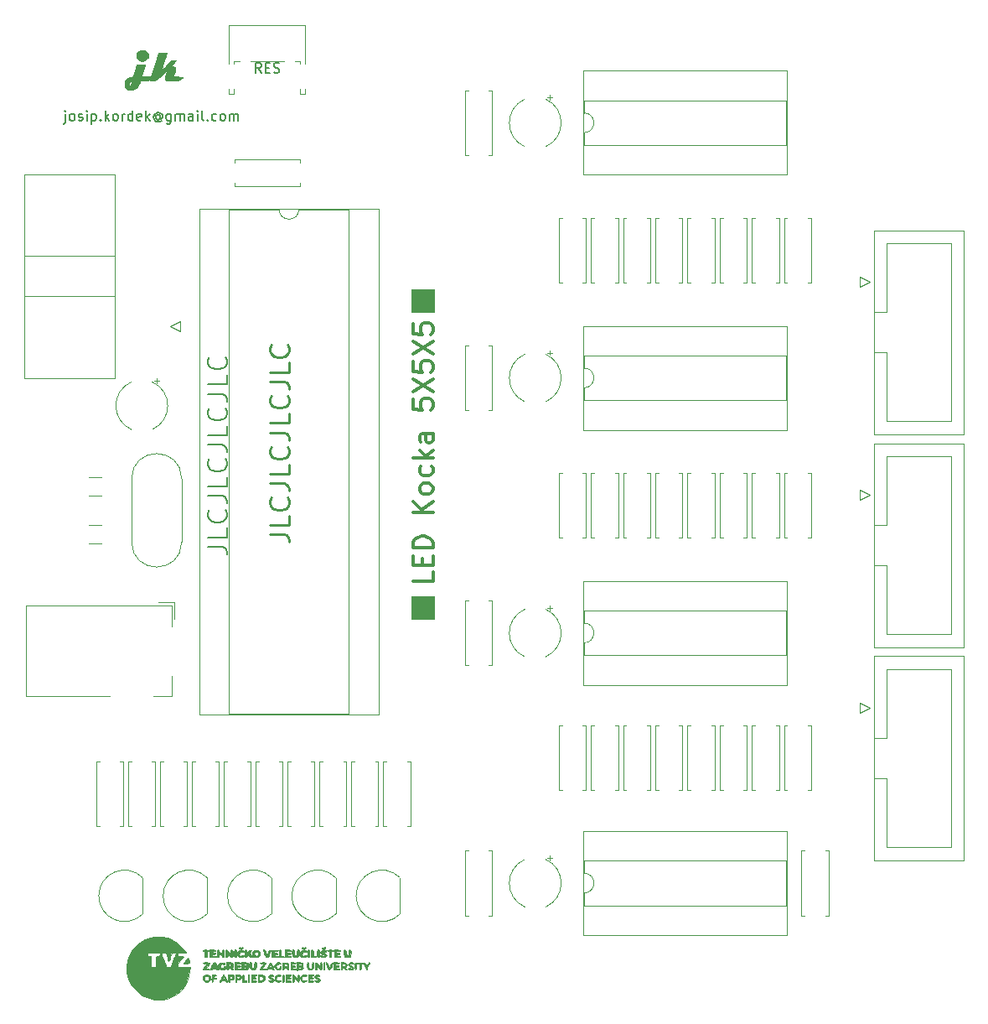
<source format=gbr>
%TF.GenerationSoftware,KiCad,Pcbnew,(5.1.10)-1*%
%TF.CreationDate,2021-09-10T20:59:56+02:00*%
%TF.ProjectId,LED_Cube_5X5X5,4c45445f-4375-4626-955f-35583558352e,rev?*%
%TF.SameCoordinates,Original*%
%TF.FileFunction,Legend,Top*%
%TF.FilePolarity,Positive*%
%FSLAX46Y46*%
G04 Gerber Fmt 4.6, Leading zero omitted, Abs format (unit mm)*
G04 Created by KiCad (PCBNEW (5.1.10)-1) date 2021-09-10 20:59:56*
%MOMM*%
%LPD*%
G01*
G04 APERTURE LIST*
%ADD10C,0.100000*%
%ADD11C,0.350000*%
%ADD12C,0.150000*%
%ADD13C,0.240000*%
%ADD14C,0.010000*%
%ADD15C,0.120000*%
G04 APERTURE END LIST*
D10*
G36*
X143500000Y-83000000D02*
G01*
X141250000Y-83000000D01*
X141250000Y-80750000D01*
X143500000Y-80750000D01*
X143500000Y-83000000D01*
G37*
X143500000Y-83000000D02*
X141250000Y-83000000D01*
X141250000Y-80750000D01*
X143500000Y-80750000D01*
X143500000Y-83000000D01*
G36*
X143500000Y-114000000D02*
G01*
X141250000Y-114000000D01*
X141250000Y-111750000D01*
X143500000Y-111750000D01*
X143500000Y-114000000D01*
G37*
X143500000Y-114000000D02*
X141250000Y-114000000D01*
X141250000Y-111750000D01*
X143500000Y-111750000D01*
X143500000Y-114000000D01*
D11*
X143404761Y-109297619D02*
X143404761Y-110250000D01*
X141404761Y-110250000D01*
X142357142Y-108630952D02*
X142357142Y-107964285D01*
X143404761Y-107678571D02*
X143404761Y-108630952D01*
X141404761Y-108630952D01*
X141404761Y-107678571D01*
X143404761Y-106821428D02*
X141404761Y-106821428D01*
X141404761Y-106345238D01*
X141500000Y-106059523D01*
X141690476Y-105869047D01*
X141880952Y-105773809D01*
X142261904Y-105678571D01*
X142547619Y-105678571D01*
X142928571Y-105773809D01*
X143119047Y-105869047D01*
X143309523Y-106059523D01*
X143404761Y-106345238D01*
X143404761Y-106821428D01*
X143404761Y-103297619D02*
X141404761Y-103297619D01*
X143404761Y-102154761D02*
X142261904Y-103011904D01*
X141404761Y-102154761D02*
X142547619Y-103297619D01*
X143404761Y-101011904D02*
X143309523Y-101202380D01*
X143214285Y-101297619D01*
X143023809Y-101392857D01*
X142452380Y-101392857D01*
X142261904Y-101297619D01*
X142166666Y-101202380D01*
X142071428Y-101011904D01*
X142071428Y-100726190D01*
X142166666Y-100535714D01*
X142261904Y-100440476D01*
X142452380Y-100345238D01*
X143023809Y-100345238D01*
X143214285Y-100440476D01*
X143309523Y-100535714D01*
X143404761Y-100726190D01*
X143404761Y-101011904D01*
X143309523Y-98630952D02*
X143404761Y-98821428D01*
X143404761Y-99202380D01*
X143309523Y-99392857D01*
X143214285Y-99488095D01*
X143023809Y-99583333D01*
X142452380Y-99583333D01*
X142261904Y-99488095D01*
X142166666Y-99392857D01*
X142071428Y-99202380D01*
X142071428Y-98821428D01*
X142166666Y-98630952D01*
X143404761Y-97773809D02*
X141404761Y-97773809D01*
X142642857Y-97583333D02*
X143404761Y-97011904D01*
X142071428Y-97011904D02*
X142833333Y-97773809D01*
X143404761Y-95297619D02*
X142357142Y-95297619D01*
X142166666Y-95392857D01*
X142071428Y-95583333D01*
X142071428Y-95964285D01*
X142166666Y-96154761D01*
X143309523Y-95297619D02*
X143404761Y-95488095D01*
X143404761Y-95964285D01*
X143309523Y-96154761D01*
X143119047Y-96250000D01*
X142928571Y-96250000D01*
X142738095Y-96154761D01*
X142642857Y-95964285D01*
X142642857Y-95488095D01*
X142547619Y-95297619D01*
X141404761Y-91869047D02*
X141404761Y-92821428D01*
X142357142Y-92916666D01*
X142261904Y-92821428D01*
X142166666Y-92630952D01*
X142166666Y-92154761D01*
X142261904Y-91964285D01*
X142357142Y-91869047D01*
X142547619Y-91773809D01*
X143023809Y-91773809D01*
X143214285Y-91869047D01*
X143309523Y-91964285D01*
X143404761Y-92154761D01*
X143404761Y-92630952D01*
X143309523Y-92821428D01*
X143214285Y-92916666D01*
X141404761Y-91107142D02*
X143404761Y-89773809D01*
X141404761Y-89773809D02*
X143404761Y-91107142D01*
X141404761Y-88059523D02*
X141404761Y-89011904D01*
X142357142Y-89107142D01*
X142261904Y-89011904D01*
X142166666Y-88821428D01*
X142166666Y-88345238D01*
X142261904Y-88154761D01*
X142357142Y-88059523D01*
X142547619Y-87964285D01*
X143023809Y-87964285D01*
X143214285Y-88059523D01*
X143309523Y-88154761D01*
X143404761Y-88345238D01*
X143404761Y-88821428D01*
X143309523Y-89011904D01*
X143214285Y-89107142D01*
X141404761Y-87297619D02*
X143404761Y-85964285D01*
X141404761Y-85964285D02*
X143404761Y-87297619D01*
X141404761Y-84250000D02*
X141404761Y-85202380D01*
X142357142Y-85297619D01*
X142261904Y-85202380D01*
X142166666Y-85011904D01*
X142166666Y-84535714D01*
X142261904Y-84345238D01*
X142357142Y-84250000D01*
X142547619Y-84154761D01*
X143023809Y-84154761D01*
X143214285Y-84250000D01*
X143309523Y-84345238D01*
X143404761Y-84535714D01*
X143404761Y-85011904D01*
X143309523Y-85202380D01*
X143214285Y-85297619D01*
D12*
X106261904Y-63035714D02*
X106261904Y-63892857D01*
X106214285Y-63988095D01*
X106119047Y-64035714D01*
X106071428Y-64035714D01*
X106261904Y-62702380D02*
X106214285Y-62750000D01*
X106261904Y-62797619D01*
X106309523Y-62750000D01*
X106261904Y-62702380D01*
X106261904Y-62797619D01*
X106880952Y-63702380D02*
X106785714Y-63654761D01*
X106738095Y-63607142D01*
X106690476Y-63511904D01*
X106690476Y-63226190D01*
X106738095Y-63130952D01*
X106785714Y-63083333D01*
X106880952Y-63035714D01*
X107023809Y-63035714D01*
X107119047Y-63083333D01*
X107166666Y-63130952D01*
X107214285Y-63226190D01*
X107214285Y-63511904D01*
X107166666Y-63607142D01*
X107119047Y-63654761D01*
X107023809Y-63702380D01*
X106880952Y-63702380D01*
X107595238Y-63654761D02*
X107690476Y-63702380D01*
X107880952Y-63702380D01*
X107976190Y-63654761D01*
X108023809Y-63559523D01*
X108023809Y-63511904D01*
X107976190Y-63416666D01*
X107880952Y-63369047D01*
X107738095Y-63369047D01*
X107642857Y-63321428D01*
X107595238Y-63226190D01*
X107595238Y-63178571D01*
X107642857Y-63083333D01*
X107738095Y-63035714D01*
X107880952Y-63035714D01*
X107976190Y-63083333D01*
X108452380Y-63702380D02*
X108452380Y-63035714D01*
X108452380Y-62702380D02*
X108404761Y-62750000D01*
X108452380Y-62797619D01*
X108500000Y-62750000D01*
X108452380Y-62702380D01*
X108452380Y-62797619D01*
X108928571Y-63035714D02*
X108928571Y-64035714D01*
X108928571Y-63083333D02*
X109023809Y-63035714D01*
X109214285Y-63035714D01*
X109309523Y-63083333D01*
X109357142Y-63130952D01*
X109404761Y-63226190D01*
X109404761Y-63511904D01*
X109357142Y-63607142D01*
X109309523Y-63654761D01*
X109214285Y-63702380D01*
X109023809Y-63702380D01*
X108928571Y-63654761D01*
X109833333Y-63607142D02*
X109880952Y-63654761D01*
X109833333Y-63702380D01*
X109785714Y-63654761D01*
X109833333Y-63607142D01*
X109833333Y-63702380D01*
X110309523Y-63702380D02*
X110309523Y-62702380D01*
X110404761Y-63321428D02*
X110690476Y-63702380D01*
X110690476Y-63035714D02*
X110309523Y-63416666D01*
X111261904Y-63702380D02*
X111166666Y-63654761D01*
X111119047Y-63607142D01*
X111071428Y-63511904D01*
X111071428Y-63226190D01*
X111119047Y-63130952D01*
X111166666Y-63083333D01*
X111261904Y-63035714D01*
X111404761Y-63035714D01*
X111500000Y-63083333D01*
X111547619Y-63130952D01*
X111595238Y-63226190D01*
X111595238Y-63511904D01*
X111547619Y-63607142D01*
X111500000Y-63654761D01*
X111404761Y-63702380D01*
X111261904Y-63702380D01*
X112023809Y-63702380D02*
X112023809Y-63035714D01*
X112023809Y-63226190D02*
X112071428Y-63130952D01*
X112119047Y-63083333D01*
X112214285Y-63035714D01*
X112309523Y-63035714D01*
X113071428Y-63702380D02*
X113071428Y-62702380D01*
X113071428Y-63654761D02*
X112976190Y-63702380D01*
X112785714Y-63702380D01*
X112690476Y-63654761D01*
X112642857Y-63607142D01*
X112595238Y-63511904D01*
X112595238Y-63226190D01*
X112642857Y-63130952D01*
X112690476Y-63083333D01*
X112785714Y-63035714D01*
X112976190Y-63035714D01*
X113071428Y-63083333D01*
X113928571Y-63654761D02*
X113833333Y-63702380D01*
X113642857Y-63702380D01*
X113547619Y-63654761D01*
X113500000Y-63559523D01*
X113500000Y-63178571D01*
X113547619Y-63083333D01*
X113642857Y-63035714D01*
X113833333Y-63035714D01*
X113928571Y-63083333D01*
X113976190Y-63178571D01*
X113976190Y-63273809D01*
X113500000Y-63369047D01*
X114404761Y-63702380D02*
X114404761Y-62702380D01*
X114500000Y-63321428D02*
X114785714Y-63702380D01*
X114785714Y-63035714D02*
X114404761Y-63416666D01*
X115833333Y-63226190D02*
X115785714Y-63178571D01*
X115690476Y-63130952D01*
X115595238Y-63130952D01*
X115500000Y-63178571D01*
X115452380Y-63226190D01*
X115404761Y-63321428D01*
X115404761Y-63416666D01*
X115452380Y-63511904D01*
X115500000Y-63559523D01*
X115595238Y-63607142D01*
X115690476Y-63607142D01*
X115785714Y-63559523D01*
X115833333Y-63511904D01*
X115833333Y-63130952D02*
X115833333Y-63511904D01*
X115880952Y-63559523D01*
X115928571Y-63559523D01*
X116023809Y-63511904D01*
X116071428Y-63416666D01*
X116071428Y-63178571D01*
X115976190Y-63035714D01*
X115833333Y-62940476D01*
X115642857Y-62892857D01*
X115452380Y-62940476D01*
X115309523Y-63035714D01*
X115214285Y-63178571D01*
X115166666Y-63369047D01*
X115214285Y-63559523D01*
X115309523Y-63702380D01*
X115452380Y-63797619D01*
X115642857Y-63845238D01*
X115833333Y-63797619D01*
X115976190Y-63702380D01*
X116928571Y-63035714D02*
X116928571Y-63845238D01*
X116880952Y-63940476D01*
X116833333Y-63988095D01*
X116738095Y-64035714D01*
X116595238Y-64035714D01*
X116500000Y-63988095D01*
X116928571Y-63654761D02*
X116833333Y-63702380D01*
X116642857Y-63702380D01*
X116547619Y-63654761D01*
X116500000Y-63607142D01*
X116452380Y-63511904D01*
X116452380Y-63226190D01*
X116500000Y-63130952D01*
X116547619Y-63083333D01*
X116642857Y-63035714D01*
X116833333Y-63035714D01*
X116928571Y-63083333D01*
X117404761Y-63702380D02*
X117404761Y-63035714D01*
X117404761Y-63130952D02*
X117452380Y-63083333D01*
X117547619Y-63035714D01*
X117690476Y-63035714D01*
X117785714Y-63083333D01*
X117833333Y-63178571D01*
X117833333Y-63702380D01*
X117833333Y-63178571D02*
X117880952Y-63083333D01*
X117976190Y-63035714D01*
X118119047Y-63035714D01*
X118214285Y-63083333D01*
X118261904Y-63178571D01*
X118261904Y-63702380D01*
X119166666Y-63702380D02*
X119166666Y-63178571D01*
X119119047Y-63083333D01*
X119023809Y-63035714D01*
X118833333Y-63035714D01*
X118738095Y-63083333D01*
X119166666Y-63654761D02*
X119071428Y-63702380D01*
X118833333Y-63702380D01*
X118738095Y-63654761D01*
X118690476Y-63559523D01*
X118690476Y-63464285D01*
X118738095Y-63369047D01*
X118833333Y-63321428D01*
X119071428Y-63321428D01*
X119166666Y-63273809D01*
X119642857Y-63702380D02*
X119642857Y-63035714D01*
X119642857Y-62702380D02*
X119595238Y-62750000D01*
X119642857Y-62797619D01*
X119690476Y-62750000D01*
X119642857Y-62702380D01*
X119642857Y-62797619D01*
X120261904Y-63702380D02*
X120166666Y-63654761D01*
X120119047Y-63559523D01*
X120119047Y-62702380D01*
X120642857Y-63607142D02*
X120690476Y-63654761D01*
X120642857Y-63702380D01*
X120595238Y-63654761D01*
X120642857Y-63607142D01*
X120642857Y-63702380D01*
X121547619Y-63654761D02*
X121452380Y-63702380D01*
X121261904Y-63702380D01*
X121166666Y-63654761D01*
X121119047Y-63607142D01*
X121071428Y-63511904D01*
X121071428Y-63226190D01*
X121119047Y-63130952D01*
X121166666Y-63083333D01*
X121261904Y-63035714D01*
X121452380Y-63035714D01*
X121547619Y-63083333D01*
X122119047Y-63702380D02*
X122023809Y-63654761D01*
X121976190Y-63607142D01*
X121928571Y-63511904D01*
X121928571Y-63226190D01*
X121976190Y-63130952D01*
X122023809Y-63083333D01*
X122119047Y-63035714D01*
X122261904Y-63035714D01*
X122357142Y-63083333D01*
X122404761Y-63130952D01*
X122452380Y-63226190D01*
X122452380Y-63511904D01*
X122404761Y-63607142D01*
X122357142Y-63654761D01*
X122261904Y-63702380D01*
X122119047Y-63702380D01*
X122880952Y-63702380D02*
X122880952Y-63035714D01*
X122880952Y-63130952D02*
X122928571Y-63083333D01*
X123023809Y-63035714D01*
X123166666Y-63035714D01*
X123261904Y-63083333D01*
X123309523Y-63178571D01*
X123309523Y-63702380D01*
X123309523Y-63178571D02*
X123357142Y-63083333D01*
X123452380Y-63035714D01*
X123595238Y-63035714D01*
X123690476Y-63083333D01*
X123738095Y-63178571D01*
X123738095Y-63702380D01*
D13*
X126904761Y-105488095D02*
X128333333Y-105488095D01*
X128619047Y-105583333D01*
X128809523Y-105773809D01*
X128904761Y-106059523D01*
X128904761Y-106250000D01*
X128904761Y-103583333D02*
X128904761Y-104535714D01*
X126904761Y-104535714D01*
X128714285Y-101773809D02*
X128809523Y-101869047D01*
X128904761Y-102154761D01*
X128904761Y-102345238D01*
X128809523Y-102630952D01*
X128619047Y-102821428D01*
X128428571Y-102916666D01*
X128047619Y-103011904D01*
X127761904Y-103011904D01*
X127380952Y-102916666D01*
X127190476Y-102821428D01*
X127000000Y-102630952D01*
X126904761Y-102345238D01*
X126904761Y-102154761D01*
X127000000Y-101869047D01*
X127095238Y-101773809D01*
X126904761Y-100345238D02*
X128333333Y-100345238D01*
X128619047Y-100440476D01*
X128809523Y-100630952D01*
X128904761Y-100916666D01*
X128904761Y-101107142D01*
X128904761Y-98440476D02*
X128904761Y-99392857D01*
X126904761Y-99392857D01*
X128714285Y-96630952D02*
X128809523Y-96726190D01*
X128904761Y-97011904D01*
X128904761Y-97202380D01*
X128809523Y-97488095D01*
X128619047Y-97678571D01*
X128428571Y-97773809D01*
X128047619Y-97869047D01*
X127761904Y-97869047D01*
X127380952Y-97773809D01*
X127190476Y-97678571D01*
X127000000Y-97488095D01*
X126904761Y-97202380D01*
X126904761Y-97011904D01*
X127000000Y-96726190D01*
X127095238Y-96630952D01*
X126904761Y-95202380D02*
X128333333Y-95202380D01*
X128619047Y-95297619D01*
X128809523Y-95488095D01*
X128904761Y-95773809D01*
X128904761Y-95964285D01*
X128904761Y-93297619D02*
X128904761Y-94250000D01*
X126904761Y-94250000D01*
X128714285Y-91488095D02*
X128809523Y-91583333D01*
X128904761Y-91869047D01*
X128904761Y-92059523D01*
X128809523Y-92345238D01*
X128619047Y-92535714D01*
X128428571Y-92630952D01*
X128047619Y-92726190D01*
X127761904Y-92726190D01*
X127380952Y-92630952D01*
X127190476Y-92535714D01*
X127000000Y-92345238D01*
X126904761Y-92059523D01*
X126904761Y-91869047D01*
X127000000Y-91583333D01*
X127095238Y-91488095D01*
X126904761Y-90059523D02*
X128333333Y-90059523D01*
X128619047Y-90154761D01*
X128809523Y-90345238D01*
X128904761Y-90630952D01*
X128904761Y-90821428D01*
X128904761Y-88154761D02*
X128904761Y-89107142D01*
X126904761Y-89107142D01*
X128714285Y-86345238D02*
X128809523Y-86440476D01*
X128904761Y-86726190D01*
X128904761Y-86916666D01*
X128809523Y-87202380D01*
X128619047Y-87392857D01*
X128428571Y-87488095D01*
X128047619Y-87583333D01*
X127761904Y-87583333D01*
X127380952Y-87488095D01*
X127190476Y-87392857D01*
X127000000Y-87202380D01*
X126904761Y-86916666D01*
X126904761Y-86726190D01*
X127000000Y-86440476D01*
X127095238Y-86345238D01*
D12*
X120654761Y-106738095D02*
X122083333Y-106738095D01*
X122369047Y-106833333D01*
X122559523Y-107023809D01*
X122654761Y-107309523D01*
X122654761Y-107500000D01*
X122654761Y-104833333D02*
X122654761Y-105785714D01*
X120654761Y-105785714D01*
X122464285Y-103023809D02*
X122559523Y-103119047D01*
X122654761Y-103404761D01*
X122654761Y-103595238D01*
X122559523Y-103880952D01*
X122369047Y-104071428D01*
X122178571Y-104166666D01*
X121797619Y-104261904D01*
X121511904Y-104261904D01*
X121130952Y-104166666D01*
X120940476Y-104071428D01*
X120750000Y-103880952D01*
X120654761Y-103595238D01*
X120654761Y-103404761D01*
X120750000Y-103119047D01*
X120845238Y-103023809D01*
X120654761Y-101595238D02*
X122083333Y-101595238D01*
X122369047Y-101690476D01*
X122559523Y-101880952D01*
X122654761Y-102166666D01*
X122654761Y-102357142D01*
X122654761Y-99690476D02*
X122654761Y-100642857D01*
X120654761Y-100642857D01*
X122464285Y-97880952D02*
X122559523Y-97976190D01*
X122654761Y-98261904D01*
X122654761Y-98452380D01*
X122559523Y-98738095D01*
X122369047Y-98928571D01*
X122178571Y-99023809D01*
X121797619Y-99119047D01*
X121511904Y-99119047D01*
X121130952Y-99023809D01*
X120940476Y-98928571D01*
X120750000Y-98738095D01*
X120654761Y-98452380D01*
X120654761Y-98261904D01*
X120750000Y-97976190D01*
X120845238Y-97880952D01*
X120654761Y-96452380D02*
X122083333Y-96452380D01*
X122369047Y-96547619D01*
X122559523Y-96738095D01*
X122654761Y-97023809D01*
X122654761Y-97214285D01*
X122654761Y-94547619D02*
X122654761Y-95500000D01*
X120654761Y-95500000D01*
X122464285Y-92738095D02*
X122559523Y-92833333D01*
X122654761Y-93119047D01*
X122654761Y-93309523D01*
X122559523Y-93595238D01*
X122369047Y-93785714D01*
X122178571Y-93880952D01*
X121797619Y-93976190D01*
X121511904Y-93976190D01*
X121130952Y-93880952D01*
X120940476Y-93785714D01*
X120750000Y-93595238D01*
X120654761Y-93309523D01*
X120654761Y-93119047D01*
X120750000Y-92833333D01*
X120845238Y-92738095D01*
X120654761Y-91309523D02*
X122083333Y-91309523D01*
X122369047Y-91404761D01*
X122559523Y-91595238D01*
X122654761Y-91880952D01*
X122654761Y-92071428D01*
X122654761Y-89404761D02*
X122654761Y-90357142D01*
X120654761Y-90357142D01*
X122464285Y-87595238D02*
X122559523Y-87690476D01*
X122654761Y-87976190D01*
X122654761Y-88166666D01*
X122559523Y-88452380D01*
X122369047Y-88642857D01*
X122178571Y-88738095D01*
X121797619Y-88833333D01*
X121511904Y-88833333D01*
X121130952Y-88738095D01*
X120940476Y-88642857D01*
X120750000Y-88452380D01*
X120654761Y-88166666D01*
X120654761Y-87976190D01*
X120750000Y-87690476D01*
X120845238Y-87595238D01*
D14*
%TO.C,G\u002A\u002A\u002A*%
G36*
X114104847Y-56596974D02*
G01*
X114180185Y-56603335D01*
X114229321Y-56612654D01*
X114321437Y-56646881D01*
X114412698Y-56698235D01*
X114496411Y-56761864D01*
X114565882Y-56832918D01*
X114600933Y-56881943D01*
X114640878Y-56970807D01*
X114662275Y-57070568D01*
X114665188Y-57174844D01*
X114649682Y-57277248D01*
X114615822Y-57371397D01*
X114595605Y-57407800D01*
X114527889Y-57493832D01*
X114441974Y-57568931D01*
X114344331Y-57628216D01*
X114258724Y-57662001D01*
X114201962Y-57674259D01*
X114132243Y-57682485D01*
X114057365Y-57686460D01*
X113985127Y-57685966D01*
X113923328Y-57680783D01*
X113884750Y-57672500D01*
X113769541Y-57626752D01*
X113675126Y-57572454D01*
X113597650Y-57507194D01*
X113567768Y-57474187D01*
X113510169Y-57395542D01*
X113472668Y-57318639D01*
X113452750Y-57235956D01*
X113447896Y-57139972D01*
X113448535Y-57117897D01*
X113452444Y-57056654D01*
X113460065Y-57010221D01*
X113473868Y-56968038D01*
X113493665Y-56924879D01*
X113554254Y-56829884D01*
X113634517Y-56746220D01*
X113729922Y-56677521D01*
X113835937Y-56627421D01*
X113883078Y-56612654D01*
X113945998Y-56601633D01*
X114023353Y-56596406D01*
X114104847Y-56596974D01*
G37*
X114104847Y-56596974D02*
X114180185Y-56603335D01*
X114229321Y-56612654D01*
X114321437Y-56646881D01*
X114412698Y-56698235D01*
X114496411Y-56761864D01*
X114565882Y-56832918D01*
X114600933Y-56881943D01*
X114640878Y-56970807D01*
X114662275Y-57070568D01*
X114665188Y-57174844D01*
X114649682Y-57277248D01*
X114615822Y-57371397D01*
X114595605Y-57407800D01*
X114527889Y-57493832D01*
X114441974Y-57568931D01*
X114344331Y-57628216D01*
X114258724Y-57662001D01*
X114201962Y-57674259D01*
X114132243Y-57682485D01*
X114057365Y-57686460D01*
X113985127Y-57685966D01*
X113923328Y-57680783D01*
X113884750Y-57672500D01*
X113769541Y-57626752D01*
X113675126Y-57572454D01*
X113597650Y-57507194D01*
X113567768Y-57474187D01*
X113510169Y-57395542D01*
X113472668Y-57318639D01*
X113452750Y-57235956D01*
X113447896Y-57139972D01*
X113448535Y-57117897D01*
X113452444Y-57056654D01*
X113460065Y-57010221D01*
X113473868Y-56968038D01*
X113493665Y-56924879D01*
X113554254Y-56829884D01*
X113634517Y-56746220D01*
X113729922Y-56677521D01*
X113835937Y-56627421D01*
X113883078Y-56612654D01*
X113945998Y-56601633D01*
X114023353Y-56596406D01*
X114104847Y-56596974D01*
G36*
X116227774Y-56861882D02*
G01*
X116321328Y-56862489D01*
X116393794Y-56863604D01*
X116447325Y-56865315D01*
X116484076Y-56867708D01*
X116506202Y-56870867D01*
X116515857Y-56874881D01*
X116516503Y-56877894D01*
X116511985Y-56891888D01*
X116500663Y-56927758D01*
X116483279Y-56983127D01*
X116460572Y-57055619D01*
X116433285Y-57142856D01*
X116402158Y-57242462D01*
X116367932Y-57352060D01*
X116331349Y-57469272D01*
X116293149Y-57591721D01*
X116254074Y-57717031D01*
X116214865Y-57842825D01*
X116176262Y-57966725D01*
X116139008Y-58086355D01*
X116103843Y-58199338D01*
X116071507Y-58303296D01*
X116042743Y-58395853D01*
X116018292Y-58474631D01*
X115998894Y-58537255D01*
X115985290Y-58581346D01*
X115979733Y-58599513D01*
X115976445Y-58609978D01*
X115973973Y-58618697D01*
X115973416Y-58624594D01*
X115975871Y-58626590D01*
X115982436Y-58623609D01*
X115994209Y-58614573D01*
X116012289Y-58598403D01*
X116037772Y-58574024D01*
X116071758Y-58540357D01*
X116115343Y-58496324D01*
X116169627Y-58440849D01*
X116235706Y-58372854D01*
X116314680Y-58291261D01*
X116407645Y-58194992D01*
X116515700Y-58082971D01*
X116639943Y-57954120D01*
X116684964Y-57907431D01*
X116907350Y-57676812D01*
X117452996Y-57674500D01*
X117319892Y-57811025D01*
X117258276Y-57874209D01*
X117187444Y-57946825D01*
X117115922Y-58020129D01*
X117052241Y-58085379D01*
X117049147Y-58088548D01*
X116911507Y-58229546D01*
X117053924Y-58238557D01*
X117152025Y-58247690D01*
X117228629Y-58262014D01*
X117287336Y-58282807D01*
X117331746Y-58311347D01*
X117365459Y-58348913D01*
X117365686Y-58349240D01*
X117383438Y-58378352D01*
X117395740Y-58408784D01*
X117402225Y-58443295D01*
X117402524Y-58484644D01*
X117396272Y-58535589D01*
X117383099Y-58598887D01*
X117362639Y-58677298D01*
X117334524Y-58773579D01*
X117298386Y-58890490D01*
X117290028Y-58917017D01*
X117261869Y-59006581D01*
X117236387Y-59088380D01*
X117214548Y-59159253D01*
X117197319Y-59216037D01*
X117185665Y-59255572D01*
X117180552Y-59274695D01*
X117180400Y-59275792D01*
X117192734Y-59278662D01*
X117228275Y-59281218D01*
X117284831Y-59283405D01*
X117360211Y-59285169D01*
X117452223Y-59286457D01*
X117558675Y-59287213D01*
X117650300Y-59287400D01*
X117788296Y-59287745D01*
X117902910Y-59288773D01*
X117993753Y-59290474D01*
X118060437Y-59292837D01*
X118102576Y-59295851D01*
X118119781Y-59299506D01*
X118120200Y-59300238D01*
X118115156Y-59318321D01*
X118102256Y-59350535D01*
X118092030Y-59373263D01*
X118041437Y-59452402D01*
X117969501Y-59522019D01*
X117879183Y-59579964D01*
X117773445Y-59624091D01*
X117727997Y-59637263D01*
X117706070Y-59641980D01*
X117679047Y-59645832D01*
X117644531Y-59648877D01*
X117600125Y-59651172D01*
X117543432Y-59652775D01*
X117472057Y-59653745D01*
X117383601Y-59654139D01*
X117275669Y-59654016D01*
X117145864Y-59653433D01*
X117076571Y-59653016D01*
X116940617Y-59652120D01*
X116827687Y-59651242D01*
X116735406Y-59650262D01*
X116661399Y-59649062D01*
X116603289Y-59647523D01*
X116558701Y-59645525D01*
X116525260Y-59642950D01*
X116500591Y-59639679D01*
X116482318Y-59635593D01*
X116468065Y-59630573D01*
X116455458Y-59624499D01*
X116450150Y-59621642D01*
X116409834Y-59592519D01*
X116374083Y-59555358D01*
X116367952Y-59546888D01*
X116350608Y-59516541D01*
X116341266Y-59485292D01*
X116337885Y-59443808D01*
X116337876Y-59409495D01*
X116339360Y-59378662D01*
X116343476Y-59345169D01*
X116351067Y-59305691D01*
X116362974Y-59256902D01*
X116380038Y-59195475D01*
X116403100Y-59118084D01*
X116433002Y-59021403D01*
X116448648Y-58971558D01*
X116476707Y-58882238D01*
X116502106Y-58800981D01*
X116523886Y-58730886D01*
X116541089Y-58675052D01*
X116552756Y-58636579D01*
X116557928Y-58618567D01*
X116558099Y-58617670D01*
X116549356Y-58624031D01*
X116524946Y-58645421D01*
X116487597Y-58679353D01*
X116440038Y-58723342D01*
X116384998Y-58774902D01*
X116370775Y-58788318D01*
X116309891Y-58845460D01*
X116234967Y-58915198D01*
X116150802Y-58993097D01*
X116062201Y-59074722D01*
X115973965Y-59155637D01*
X115897700Y-59225221D01*
X115793167Y-59320272D01*
X115704847Y-59399787D01*
X115630038Y-59465179D01*
X115566037Y-59517865D01*
X115510143Y-59559260D01*
X115459652Y-59590778D01*
X115411863Y-59613834D01*
X115364074Y-59629845D01*
X115313581Y-59640224D01*
X115257683Y-59646387D01*
X115193677Y-59649749D01*
X115118862Y-59651726D01*
X115081725Y-59652523D01*
X114995558Y-59653824D01*
X114924849Y-59653709D01*
X114872165Y-59652243D01*
X114840073Y-59649493D01*
X114830900Y-59646136D01*
X114834777Y-59628588D01*
X114844848Y-59595017D01*
X114856300Y-59560449D01*
X114869740Y-59519636D01*
X114878947Y-59488332D01*
X114881700Y-59475155D01*
X114872984Y-59476479D01*
X114850236Y-59491242D01*
X114821375Y-59513820D01*
X114757632Y-59561558D01*
X114693159Y-59597135D01*
X114616873Y-59626968D01*
X114593311Y-59633259D01*
X114561461Y-59638384D01*
X114518404Y-59642517D01*
X114461222Y-59645834D01*
X114386997Y-59648509D01*
X114292812Y-59650717D01*
X114193159Y-59652384D01*
X113828468Y-59657730D01*
X113770136Y-59837188D01*
X113715418Y-59989088D01*
X113656377Y-60118811D01*
X113590725Y-60229496D01*
X113516174Y-60324286D01*
X113430435Y-60406320D01*
X113331220Y-60478739D01*
X113280010Y-60509929D01*
X113191182Y-60552916D01*
X113090421Y-60587761D01*
X112983248Y-60613667D01*
X112875183Y-60629835D01*
X112771747Y-60635468D01*
X112678460Y-60629769D01*
X112600841Y-60611940D01*
X112593328Y-60609138D01*
X112501921Y-60564121D01*
X112427144Y-60505474D01*
X112364672Y-60429131D01*
X112320960Y-60353210D01*
X112286266Y-60272158D01*
X112264743Y-60189983D01*
X112254486Y-60097812D01*
X112253438Y-60055750D01*
X112716708Y-60055750D01*
X112717080Y-60114904D01*
X112719405Y-60155552D01*
X112725078Y-60184578D01*
X112735494Y-60208869D01*
X112752051Y-60235311D01*
X112753549Y-60237529D01*
X112778212Y-60269784D01*
X112793947Y-60279925D01*
X112799792Y-60275629D01*
X112806118Y-60259240D01*
X112818941Y-60222222D01*
X112837071Y-60168153D01*
X112859316Y-60100611D01*
X112884483Y-60023176D01*
X112901517Y-59970252D01*
X112927152Y-59889189D01*
X112949503Y-59816358D01*
X112967577Y-59755167D01*
X112980387Y-59709024D01*
X112986941Y-59681336D01*
X112987344Y-59674810D01*
X112970093Y-59673745D01*
X112939249Y-59684908D01*
X112901270Y-59704939D01*
X112862614Y-59730477D01*
X112832727Y-59755256D01*
X112797201Y-59795355D01*
X112763041Y-59843653D01*
X112750482Y-59865250D01*
X112734636Y-59898125D01*
X112724678Y-59928922D01*
X112719265Y-59965203D01*
X112717057Y-60014531D01*
X112716708Y-60055750D01*
X112253438Y-60055750D01*
X112252950Y-60036193D01*
X112260141Y-59909329D01*
X112283375Y-59798646D01*
X112324633Y-59699171D01*
X112385897Y-59605932D01*
X112455718Y-59527323D01*
X112511331Y-59474105D01*
X112561178Y-59434552D01*
X112614576Y-59401891D01*
X112659200Y-59379436D01*
X112774113Y-59333335D01*
X112890629Y-59302215D01*
X113000820Y-59288058D01*
X113027577Y-59287400D01*
X113100738Y-59287400D01*
X113183779Y-59030225D01*
X113211425Y-58944589D01*
X113244635Y-58841691D01*
X113281180Y-58728439D01*
X113318828Y-58611745D01*
X113355352Y-58498521D01*
X113378427Y-58426975D01*
X113490033Y-58080899D01*
X113900116Y-58080900D01*
X113999278Y-58081211D01*
X114089804Y-58082094D01*
X114168701Y-58083472D01*
X114232977Y-58085269D01*
X114279641Y-58087409D01*
X114305699Y-58089816D01*
X114310200Y-58091362D01*
X114306509Y-58105217D01*
X114295927Y-58140915D01*
X114279188Y-58196071D01*
X114257026Y-58268301D01*
X114230177Y-58355220D01*
X114199374Y-58454444D01*
X114165353Y-58563587D01*
X114128848Y-58680264D01*
X114126050Y-58689191D01*
X114089420Y-58806134D01*
X114055214Y-58915547D01*
X114024166Y-59015071D01*
X113997008Y-59102347D01*
X113974471Y-59175018D01*
X113957291Y-59230724D01*
X113946197Y-59267107D01*
X113941925Y-59281808D01*
X113941900Y-59281979D01*
X113954148Y-59283170D01*
X113989085Y-59284271D01*
X114044001Y-59285253D01*
X114116184Y-59286084D01*
X114202924Y-59286737D01*
X114301511Y-59287181D01*
X114409233Y-59287388D01*
X114441547Y-59287400D01*
X114941194Y-59287400D01*
X115320215Y-58074550D01*
X115699235Y-56861700D01*
X116110976Y-56861700D01*
X116227774Y-56861882D01*
G37*
X116227774Y-56861882D02*
X116321328Y-56862489D01*
X116393794Y-56863604D01*
X116447325Y-56865315D01*
X116484076Y-56867708D01*
X116506202Y-56870867D01*
X116515857Y-56874881D01*
X116516503Y-56877894D01*
X116511985Y-56891888D01*
X116500663Y-56927758D01*
X116483279Y-56983127D01*
X116460572Y-57055619D01*
X116433285Y-57142856D01*
X116402158Y-57242462D01*
X116367932Y-57352060D01*
X116331349Y-57469272D01*
X116293149Y-57591721D01*
X116254074Y-57717031D01*
X116214865Y-57842825D01*
X116176262Y-57966725D01*
X116139008Y-58086355D01*
X116103843Y-58199338D01*
X116071507Y-58303296D01*
X116042743Y-58395853D01*
X116018292Y-58474631D01*
X115998894Y-58537255D01*
X115985290Y-58581346D01*
X115979733Y-58599513D01*
X115976445Y-58609978D01*
X115973973Y-58618697D01*
X115973416Y-58624594D01*
X115975871Y-58626590D01*
X115982436Y-58623609D01*
X115994209Y-58614573D01*
X116012289Y-58598403D01*
X116037772Y-58574024D01*
X116071758Y-58540357D01*
X116115343Y-58496324D01*
X116169627Y-58440849D01*
X116235706Y-58372854D01*
X116314680Y-58291261D01*
X116407645Y-58194992D01*
X116515700Y-58082971D01*
X116639943Y-57954120D01*
X116684964Y-57907431D01*
X116907350Y-57676812D01*
X117452996Y-57674500D01*
X117319892Y-57811025D01*
X117258276Y-57874209D01*
X117187444Y-57946825D01*
X117115922Y-58020129D01*
X117052241Y-58085379D01*
X117049147Y-58088548D01*
X116911507Y-58229546D01*
X117053924Y-58238557D01*
X117152025Y-58247690D01*
X117228629Y-58262014D01*
X117287336Y-58282807D01*
X117331746Y-58311347D01*
X117365459Y-58348913D01*
X117365686Y-58349240D01*
X117383438Y-58378352D01*
X117395740Y-58408784D01*
X117402225Y-58443295D01*
X117402524Y-58484644D01*
X117396272Y-58535589D01*
X117383099Y-58598887D01*
X117362639Y-58677298D01*
X117334524Y-58773579D01*
X117298386Y-58890490D01*
X117290028Y-58917017D01*
X117261869Y-59006581D01*
X117236387Y-59088380D01*
X117214548Y-59159253D01*
X117197319Y-59216037D01*
X117185665Y-59255572D01*
X117180552Y-59274695D01*
X117180400Y-59275792D01*
X117192734Y-59278662D01*
X117228275Y-59281218D01*
X117284831Y-59283405D01*
X117360211Y-59285169D01*
X117452223Y-59286457D01*
X117558675Y-59287213D01*
X117650300Y-59287400D01*
X117788296Y-59287745D01*
X117902910Y-59288773D01*
X117993753Y-59290474D01*
X118060437Y-59292837D01*
X118102576Y-59295851D01*
X118119781Y-59299506D01*
X118120200Y-59300238D01*
X118115156Y-59318321D01*
X118102256Y-59350535D01*
X118092030Y-59373263D01*
X118041437Y-59452402D01*
X117969501Y-59522019D01*
X117879183Y-59579964D01*
X117773445Y-59624091D01*
X117727997Y-59637263D01*
X117706070Y-59641980D01*
X117679047Y-59645832D01*
X117644531Y-59648877D01*
X117600125Y-59651172D01*
X117543432Y-59652775D01*
X117472057Y-59653745D01*
X117383601Y-59654139D01*
X117275669Y-59654016D01*
X117145864Y-59653433D01*
X117076571Y-59653016D01*
X116940617Y-59652120D01*
X116827687Y-59651242D01*
X116735406Y-59650262D01*
X116661399Y-59649062D01*
X116603289Y-59647523D01*
X116558701Y-59645525D01*
X116525260Y-59642950D01*
X116500591Y-59639679D01*
X116482318Y-59635593D01*
X116468065Y-59630573D01*
X116455458Y-59624499D01*
X116450150Y-59621642D01*
X116409834Y-59592519D01*
X116374083Y-59555358D01*
X116367952Y-59546888D01*
X116350608Y-59516541D01*
X116341266Y-59485292D01*
X116337885Y-59443808D01*
X116337876Y-59409495D01*
X116339360Y-59378662D01*
X116343476Y-59345169D01*
X116351067Y-59305691D01*
X116362974Y-59256902D01*
X116380038Y-59195475D01*
X116403100Y-59118084D01*
X116433002Y-59021403D01*
X116448648Y-58971558D01*
X116476707Y-58882238D01*
X116502106Y-58800981D01*
X116523886Y-58730886D01*
X116541089Y-58675052D01*
X116552756Y-58636579D01*
X116557928Y-58618567D01*
X116558099Y-58617670D01*
X116549356Y-58624031D01*
X116524946Y-58645421D01*
X116487597Y-58679353D01*
X116440038Y-58723342D01*
X116384998Y-58774902D01*
X116370775Y-58788318D01*
X116309891Y-58845460D01*
X116234967Y-58915198D01*
X116150802Y-58993097D01*
X116062201Y-59074722D01*
X115973965Y-59155637D01*
X115897700Y-59225221D01*
X115793167Y-59320272D01*
X115704847Y-59399787D01*
X115630038Y-59465179D01*
X115566037Y-59517865D01*
X115510143Y-59559260D01*
X115459652Y-59590778D01*
X115411863Y-59613834D01*
X115364074Y-59629845D01*
X115313581Y-59640224D01*
X115257683Y-59646387D01*
X115193677Y-59649749D01*
X115118862Y-59651726D01*
X115081725Y-59652523D01*
X114995558Y-59653824D01*
X114924849Y-59653709D01*
X114872165Y-59652243D01*
X114840073Y-59649493D01*
X114830900Y-59646136D01*
X114834777Y-59628588D01*
X114844848Y-59595017D01*
X114856300Y-59560449D01*
X114869740Y-59519636D01*
X114878947Y-59488332D01*
X114881700Y-59475155D01*
X114872984Y-59476479D01*
X114850236Y-59491242D01*
X114821375Y-59513820D01*
X114757632Y-59561558D01*
X114693159Y-59597135D01*
X114616873Y-59626968D01*
X114593311Y-59633259D01*
X114561461Y-59638384D01*
X114518404Y-59642517D01*
X114461222Y-59645834D01*
X114386997Y-59648509D01*
X114292812Y-59650717D01*
X114193159Y-59652384D01*
X113828468Y-59657730D01*
X113770136Y-59837188D01*
X113715418Y-59989088D01*
X113656377Y-60118811D01*
X113590725Y-60229496D01*
X113516174Y-60324286D01*
X113430435Y-60406320D01*
X113331220Y-60478739D01*
X113280010Y-60509929D01*
X113191182Y-60552916D01*
X113090421Y-60587761D01*
X112983248Y-60613667D01*
X112875183Y-60629835D01*
X112771747Y-60635468D01*
X112678460Y-60629769D01*
X112600841Y-60611940D01*
X112593328Y-60609138D01*
X112501921Y-60564121D01*
X112427144Y-60505474D01*
X112364672Y-60429131D01*
X112320960Y-60353210D01*
X112286266Y-60272158D01*
X112264743Y-60189983D01*
X112254486Y-60097812D01*
X112253438Y-60055750D01*
X112716708Y-60055750D01*
X112717080Y-60114904D01*
X112719405Y-60155552D01*
X112725078Y-60184578D01*
X112735494Y-60208869D01*
X112752051Y-60235311D01*
X112753549Y-60237529D01*
X112778212Y-60269784D01*
X112793947Y-60279925D01*
X112799792Y-60275629D01*
X112806118Y-60259240D01*
X112818941Y-60222222D01*
X112837071Y-60168153D01*
X112859316Y-60100611D01*
X112884483Y-60023176D01*
X112901517Y-59970252D01*
X112927152Y-59889189D01*
X112949503Y-59816358D01*
X112967577Y-59755167D01*
X112980387Y-59709024D01*
X112986941Y-59681336D01*
X112987344Y-59674810D01*
X112970093Y-59673745D01*
X112939249Y-59684908D01*
X112901270Y-59704939D01*
X112862614Y-59730477D01*
X112832727Y-59755256D01*
X112797201Y-59795355D01*
X112763041Y-59843653D01*
X112750482Y-59865250D01*
X112734636Y-59898125D01*
X112724678Y-59928922D01*
X112719265Y-59965203D01*
X112717057Y-60014531D01*
X112716708Y-60055750D01*
X112253438Y-60055750D01*
X112252950Y-60036193D01*
X112260141Y-59909329D01*
X112283375Y-59798646D01*
X112324633Y-59699171D01*
X112385897Y-59605932D01*
X112455718Y-59527323D01*
X112511331Y-59474105D01*
X112561178Y-59434552D01*
X112614576Y-59401891D01*
X112659200Y-59379436D01*
X112774113Y-59333335D01*
X112890629Y-59302215D01*
X113000820Y-59288058D01*
X113027577Y-59287400D01*
X113100738Y-59287400D01*
X113183779Y-59030225D01*
X113211425Y-58944589D01*
X113244635Y-58841691D01*
X113281180Y-58728439D01*
X113318828Y-58611745D01*
X113355352Y-58498521D01*
X113378427Y-58426975D01*
X113490033Y-58080899D01*
X113900116Y-58080900D01*
X113999278Y-58081211D01*
X114089804Y-58082094D01*
X114168701Y-58083472D01*
X114232977Y-58085269D01*
X114279641Y-58087409D01*
X114305699Y-58089816D01*
X114310200Y-58091362D01*
X114306509Y-58105217D01*
X114295927Y-58140915D01*
X114279188Y-58196071D01*
X114257026Y-58268301D01*
X114230177Y-58355220D01*
X114199374Y-58454444D01*
X114165353Y-58563587D01*
X114128848Y-58680264D01*
X114126050Y-58689191D01*
X114089420Y-58806134D01*
X114055214Y-58915547D01*
X114024166Y-59015071D01*
X113997008Y-59102347D01*
X113974471Y-59175018D01*
X113957291Y-59230724D01*
X113946197Y-59267107D01*
X113941925Y-59281808D01*
X113941900Y-59281979D01*
X113954148Y-59283170D01*
X113989085Y-59284271D01*
X114044001Y-59285253D01*
X114116184Y-59286084D01*
X114202924Y-59286737D01*
X114301511Y-59287181D01*
X114409233Y-59287388D01*
X114441547Y-59287400D01*
X114941194Y-59287400D01*
X115320215Y-58074550D01*
X115699235Y-56861700D01*
X116110976Y-56861700D01*
X116227774Y-56861882D01*
G36*
X132547016Y-147181876D02*
G01*
X132526155Y-147243067D01*
X132510610Y-147268800D01*
X132419427Y-147347780D01*
X132308275Y-147366419D01*
X132217716Y-147322376D01*
X132196439Y-147286929D01*
X132182997Y-147194513D01*
X132230579Y-147177845D01*
X132288049Y-147213227D01*
X132364505Y-147244792D01*
X132393875Y-147220466D01*
X132468913Y-147171488D01*
X132500428Y-147167200D01*
X132547016Y-147181876D01*
G37*
X132547016Y-147181876D02*
X132526155Y-147243067D01*
X132510610Y-147268800D01*
X132419427Y-147347780D01*
X132308275Y-147366419D01*
X132217716Y-147322376D01*
X132196439Y-147286929D01*
X132182997Y-147194513D01*
X132230579Y-147177845D01*
X132288049Y-147213227D01*
X132364505Y-147244792D01*
X132393875Y-147220466D01*
X132468913Y-147171488D01*
X132500428Y-147167200D01*
X132547016Y-147181876D01*
G36*
X130534172Y-147193805D02*
G01*
X130518344Y-147264275D01*
X130480240Y-147309440D01*
X130364150Y-147367023D01*
X130247244Y-147338146D01*
X130185600Y-147268800D01*
X130157024Y-147189701D01*
X130195958Y-147167229D01*
X130199052Y-147167200D01*
X130292586Y-147200396D01*
X130327840Y-147228160D01*
X130378176Y-147263502D01*
X130388800Y-147228160D01*
X130429774Y-147174149D01*
X130465000Y-147167200D01*
X130534172Y-147193805D01*
G37*
X130534172Y-147193805D02*
X130518344Y-147264275D01*
X130480240Y-147309440D01*
X130364150Y-147367023D01*
X130247244Y-147338146D01*
X130185600Y-147268800D01*
X130157024Y-147189701D01*
X130195958Y-147167229D01*
X130199052Y-147167200D01*
X130292586Y-147200396D01*
X130327840Y-147228160D01*
X130378176Y-147263502D01*
X130388800Y-147228160D01*
X130429774Y-147174149D01*
X130465000Y-147167200D01*
X130534172Y-147193805D01*
G36*
X124184172Y-147193805D02*
G01*
X124168344Y-147264275D01*
X124130240Y-147309440D01*
X124014150Y-147367023D01*
X123897244Y-147338146D01*
X123835600Y-147268800D01*
X123807024Y-147189701D01*
X123845958Y-147167229D01*
X123849052Y-147167200D01*
X123942586Y-147200396D01*
X123977840Y-147228160D01*
X124028176Y-147263502D01*
X124038800Y-147228160D01*
X124079774Y-147174149D01*
X124115000Y-147167200D01*
X124184172Y-147193805D01*
G37*
X124184172Y-147193805D02*
X124168344Y-147264275D01*
X124130240Y-147309440D01*
X124014150Y-147367023D01*
X123897244Y-147338146D01*
X123835600Y-147268800D01*
X123807024Y-147189701D01*
X123845958Y-147167229D01*
X123849052Y-147167200D01*
X123942586Y-147200396D01*
X123977840Y-147228160D01*
X124028176Y-147263502D01*
X124038800Y-147228160D01*
X124079774Y-147174149D01*
X124115000Y-147167200D01*
X124184172Y-147193805D01*
G36*
X135068613Y-147432453D02*
G01*
X135099270Y-147481780D01*
X135111449Y-147592534D01*
X135113200Y-147722371D01*
X135098522Y-147944377D01*
X135053106Y-148078823D01*
X135033371Y-148103371D01*
X134919180Y-148161921D01*
X134762548Y-148181681D01*
X134608494Y-148162707D01*
X134502041Y-148105053D01*
X134500052Y-148102725D01*
X134460114Y-148009973D01*
X134426724Y-147854501D01*
X134411526Y-147721725D01*
X134402326Y-147554230D01*
X134410216Y-147464113D01*
X134441974Y-147427679D01*
X134497494Y-147421200D01*
X134565608Y-147435094D01*
X134597111Y-147494625D01*
X134605173Y-147626558D01*
X134605200Y-147640090D01*
X134626799Y-147830866D01*
X134685008Y-147963722D01*
X134769943Y-148021899D01*
X134826453Y-148015248D01*
X134877891Y-147967925D01*
X134903724Y-147861929D01*
X134910000Y-147702194D01*
X134914359Y-147540169D01*
X134933230Y-147455553D01*
X134975296Y-147424324D01*
X135011600Y-147421200D01*
X135068613Y-147432453D01*
G37*
X135068613Y-147432453D02*
X135099270Y-147481780D01*
X135111449Y-147592534D01*
X135113200Y-147722371D01*
X135098522Y-147944377D01*
X135053106Y-148078823D01*
X135033371Y-148103371D01*
X134919180Y-148161921D01*
X134762548Y-148181681D01*
X134608494Y-148162707D01*
X134502041Y-148105053D01*
X134500052Y-148102725D01*
X134460114Y-148009973D01*
X134426724Y-147854501D01*
X134411526Y-147721725D01*
X134402326Y-147554230D01*
X134410216Y-147464113D01*
X134441974Y-147427679D01*
X134497494Y-147421200D01*
X134565608Y-147435094D01*
X134597111Y-147494625D01*
X134605173Y-147626558D01*
X134605200Y-147640090D01*
X134626799Y-147830866D01*
X134685008Y-147963722D01*
X134769943Y-148021899D01*
X134826453Y-148015248D01*
X134877891Y-147967925D01*
X134903724Y-147861929D01*
X134910000Y-147702194D01*
X134914359Y-147540169D01*
X134933230Y-147455553D01*
X134975296Y-147424324D01*
X135011600Y-147421200D01*
X135068613Y-147432453D01*
G36*
X133918583Y-147427052D02*
G01*
X134013605Y-147447797D01*
X134045798Y-147488218D01*
X134046400Y-147497400D01*
X134012846Y-147550384D01*
X133901618Y-147572217D01*
X133843200Y-147573600D01*
X133701908Y-147586182D01*
X133643687Y-147627893D01*
X133640000Y-147649800D01*
X133678555Y-147706158D01*
X133801606Y-147725862D01*
X133817800Y-147726000D01*
X133949303Y-147742523D01*
X133995278Y-147795260D01*
X133995600Y-147802200D01*
X133957044Y-147858558D01*
X133833993Y-147878262D01*
X133817800Y-147878400D01*
X133686296Y-147894923D01*
X133640321Y-147947660D01*
X133640000Y-147954600D01*
X133673553Y-148007584D01*
X133784781Y-148029417D01*
X133843200Y-148030800D01*
X133984491Y-148043382D01*
X134042712Y-148085093D01*
X134046400Y-148107000D01*
X134022991Y-148151245D01*
X133940011Y-148175001D01*
X133778324Y-148183049D01*
X133741600Y-148183200D01*
X133436800Y-148183200D01*
X133436800Y-147421200D01*
X133741600Y-147421200D01*
X133918583Y-147427052D01*
G37*
X133918583Y-147427052D02*
X134013605Y-147447797D01*
X134045798Y-147488218D01*
X134046400Y-147497400D01*
X134012846Y-147550384D01*
X133901618Y-147572217D01*
X133843200Y-147573600D01*
X133701908Y-147586182D01*
X133643687Y-147627893D01*
X133640000Y-147649800D01*
X133678555Y-147706158D01*
X133801606Y-147725862D01*
X133817800Y-147726000D01*
X133949303Y-147742523D01*
X133995278Y-147795260D01*
X133995600Y-147802200D01*
X133957044Y-147858558D01*
X133833993Y-147878262D01*
X133817800Y-147878400D01*
X133686296Y-147894923D01*
X133640321Y-147947660D01*
X133640000Y-147954600D01*
X133673553Y-148007584D01*
X133784781Y-148029417D01*
X133843200Y-148030800D01*
X133984491Y-148043382D01*
X134042712Y-148085093D01*
X134046400Y-148107000D01*
X134022991Y-148151245D01*
X133940011Y-148175001D01*
X133778324Y-148183049D01*
X133741600Y-148183200D01*
X133436800Y-148183200D01*
X133436800Y-147421200D01*
X133741600Y-147421200D01*
X133918583Y-147427052D01*
G36*
X133241014Y-147426287D02*
G01*
X133343956Y-147444464D01*
X133383582Y-147480106D01*
X133386000Y-147497400D01*
X133341839Y-147558685D01*
X133259000Y-147573600D01*
X133188614Y-147580053D01*
X133150614Y-147615319D01*
X133135056Y-147703254D01*
X133132002Y-147867716D01*
X133132000Y-147878400D01*
X133128292Y-148048636D01*
X133112008Y-148140624D01*
X133075400Y-148177596D01*
X133030400Y-148183200D01*
X132973654Y-148172078D01*
X132942991Y-148123224D01*
X132930667Y-148013401D01*
X132928800Y-147878400D01*
X132925092Y-147708163D01*
X132908808Y-147616175D01*
X132872200Y-147579203D01*
X132827200Y-147573600D01*
X132744457Y-147541836D01*
X132725600Y-147497400D01*
X132747644Y-147454658D01*
X132826413Y-147430902D01*
X132980860Y-147421757D01*
X133055800Y-147421200D01*
X133241014Y-147426287D01*
G37*
X133241014Y-147426287D02*
X133343956Y-147444464D01*
X133383582Y-147480106D01*
X133386000Y-147497400D01*
X133341839Y-147558685D01*
X133259000Y-147573600D01*
X133188614Y-147580053D01*
X133150614Y-147615319D01*
X133135056Y-147703254D01*
X133132002Y-147867716D01*
X133132000Y-147878400D01*
X133128292Y-148048636D01*
X133112008Y-148140624D01*
X133075400Y-148177596D01*
X133030400Y-148183200D01*
X132973654Y-148172078D01*
X132942991Y-148123224D01*
X132930667Y-148013401D01*
X132928800Y-147878400D01*
X132925092Y-147708163D01*
X132908808Y-147616175D01*
X132872200Y-147579203D01*
X132827200Y-147573600D01*
X132744457Y-147541836D01*
X132725600Y-147497400D01*
X132747644Y-147454658D01*
X132826413Y-147430902D01*
X132980860Y-147421757D01*
X133055800Y-147421200D01*
X133241014Y-147426287D01*
G36*
X132469981Y-147432433D02*
G01*
X132577440Y-147480245D01*
X132615855Y-147542090D01*
X132615489Y-147602798D01*
X132565160Y-147619398D01*
X132451194Y-147603288D01*
X132317613Y-147591946D01*
X132273655Y-147619344D01*
X132318911Y-147677142D01*
X132452969Y-147757002D01*
X132458900Y-147759916D01*
X132611919Y-147862230D01*
X132663784Y-147969998D01*
X132614336Y-148082831D01*
X132597508Y-148100834D01*
X132486465Y-148156564D01*
X132326222Y-148180975D01*
X132165238Y-148170765D01*
X132070497Y-148136749D01*
X132024835Y-148057289D01*
X132031643Y-148008336D01*
X132076942Y-147953052D01*
X132160616Y-147976695D01*
X132162706Y-147977809D01*
X132279448Y-148021607D01*
X132341260Y-148030800D01*
X132413858Y-148009190D01*
X132407633Y-147958177D01*
X132332137Y-147898480D01*
X132267327Y-147870414D01*
X132112888Y-147785163D01*
X132051708Y-147673712D01*
X132087480Y-147543520D01*
X132097779Y-147527965D01*
X132194642Y-147455325D01*
X132330545Y-147423803D01*
X132469981Y-147432433D01*
G37*
X132469981Y-147432433D02*
X132577440Y-147480245D01*
X132615855Y-147542090D01*
X132615489Y-147602798D01*
X132565160Y-147619398D01*
X132451194Y-147603288D01*
X132317613Y-147591946D01*
X132273655Y-147619344D01*
X132318911Y-147677142D01*
X132452969Y-147757002D01*
X132458900Y-147759916D01*
X132611919Y-147862230D01*
X132663784Y-147969998D01*
X132614336Y-148082831D01*
X132597508Y-148100834D01*
X132486465Y-148156564D01*
X132326222Y-148180975D01*
X132165238Y-148170765D01*
X132070497Y-148136749D01*
X132024835Y-148057289D01*
X132031643Y-148008336D01*
X132076942Y-147953052D01*
X132160616Y-147976695D01*
X132162706Y-147977809D01*
X132279448Y-148021607D01*
X132341260Y-148030800D01*
X132413858Y-148009190D01*
X132407633Y-147958177D01*
X132332137Y-147898480D01*
X132267327Y-147870414D01*
X132112888Y-147785163D01*
X132051708Y-147673712D01*
X132087480Y-147543520D01*
X132097779Y-147527965D01*
X132194642Y-147455325D01*
X132330545Y-147423803D01*
X132469981Y-147432433D01*
G36*
X131863146Y-147430198D02*
G01*
X131893626Y-147471231D01*
X131908252Y-147565352D01*
X131912640Y-147733617D01*
X131912800Y-147802200D01*
X131910400Y-147997000D01*
X131899458Y-148111297D01*
X131874359Y-148166147D01*
X131829488Y-148182602D01*
X131811200Y-148183200D01*
X131759253Y-148174201D01*
X131728773Y-148133168D01*
X131714147Y-148039047D01*
X131709759Y-147870782D01*
X131709600Y-147802200D01*
X131711999Y-147607399D01*
X131722941Y-147493102D01*
X131748040Y-147438252D01*
X131792911Y-147421797D01*
X131811200Y-147421200D01*
X131863146Y-147430198D01*
G37*
X131863146Y-147430198D02*
X131893626Y-147471231D01*
X131908252Y-147565352D01*
X131912640Y-147733617D01*
X131912800Y-147802200D01*
X131910400Y-147997000D01*
X131899458Y-148111297D01*
X131874359Y-148166147D01*
X131829488Y-148182602D01*
X131811200Y-148183200D01*
X131759253Y-148174201D01*
X131728773Y-148133168D01*
X131714147Y-148039047D01*
X131709759Y-147870782D01*
X131709600Y-147802200D01*
X131711999Y-147607399D01*
X131722941Y-147493102D01*
X131748040Y-147438252D01*
X131792911Y-147421797D01*
X131811200Y-147421200D01*
X131863146Y-147430198D01*
G36*
X131258345Y-147432321D02*
G01*
X131289008Y-147481175D01*
X131301332Y-147590998D01*
X131303200Y-147726000D01*
X131303200Y-148030800D01*
X131455600Y-148030800D01*
X131576591Y-148053518D01*
X131608000Y-148107000D01*
X131580808Y-148154919D01*
X131486663Y-148178323D01*
X131354000Y-148183200D01*
X131100000Y-148183200D01*
X131100000Y-147802200D01*
X131102399Y-147607399D01*
X131113341Y-147493102D01*
X131138440Y-147438252D01*
X131183311Y-147421797D01*
X131201600Y-147421200D01*
X131258345Y-147432321D01*
G37*
X131258345Y-147432321D02*
X131289008Y-147481175D01*
X131301332Y-147590998D01*
X131303200Y-147726000D01*
X131303200Y-148030800D01*
X131455600Y-148030800D01*
X131576591Y-148053518D01*
X131608000Y-148107000D01*
X131580808Y-148154919D01*
X131486663Y-148178323D01*
X131354000Y-148183200D01*
X131100000Y-148183200D01*
X131100000Y-147802200D01*
X131102399Y-147607399D01*
X131113341Y-147493102D01*
X131138440Y-147438252D01*
X131183311Y-147421797D01*
X131201600Y-147421200D01*
X131258345Y-147432321D01*
G36*
X130897946Y-147430198D02*
G01*
X130928426Y-147471231D01*
X130943052Y-147565352D01*
X130947440Y-147733617D01*
X130947600Y-147802200D01*
X130945200Y-147997000D01*
X130934258Y-148111297D01*
X130909159Y-148166147D01*
X130864288Y-148182602D01*
X130846000Y-148183200D01*
X130794053Y-148174201D01*
X130763573Y-148133168D01*
X130748947Y-148039047D01*
X130744559Y-147870782D01*
X130744400Y-147802200D01*
X130746799Y-147607399D01*
X130757741Y-147493102D01*
X130782840Y-147438252D01*
X130827711Y-147421797D01*
X130846000Y-147421200D01*
X130897946Y-147430198D01*
G37*
X130897946Y-147430198D02*
X130928426Y-147471231D01*
X130943052Y-147565352D01*
X130947440Y-147733617D01*
X130947600Y-147802200D01*
X130945200Y-147997000D01*
X130934258Y-148111297D01*
X130909159Y-148166147D01*
X130864288Y-148182602D01*
X130846000Y-148183200D01*
X130794053Y-148174201D01*
X130763573Y-148133168D01*
X130748947Y-148039047D01*
X130744559Y-147870782D01*
X130744400Y-147802200D01*
X130746799Y-147607399D01*
X130757741Y-147493102D01*
X130782840Y-147438252D01*
X130827711Y-147421797D01*
X130846000Y-147421200D01*
X130897946Y-147430198D01*
G36*
X130506288Y-147440130D02*
G01*
X130609930Y-147481035D01*
X130659922Y-147540427D01*
X130640745Y-147601475D01*
X130562713Y-147646124D01*
X130485065Y-147621545D01*
X130360918Y-147598304D01*
X130259111Y-147649258D01*
X130196449Y-147747151D01*
X130189735Y-147864730D01*
X130255770Y-147974740D01*
X130263304Y-147981248D01*
X130355697Y-148019748D01*
X130462646Y-147990315D01*
X130569406Y-147961148D01*
X130639850Y-148001889D01*
X130642222Y-148004704D01*
X130660855Y-148076704D01*
X130603003Y-148132841D01*
X130493167Y-148168431D01*
X130355845Y-148178787D01*
X130215537Y-148159226D01*
X130101107Y-148108185D01*
X129988936Y-147975425D01*
X129956437Y-147809456D01*
X130002286Y-147638404D01*
X130125158Y-147490395D01*
X130130397Y-147486315D01*
X130240828Y-147436972D01*
X130374689Y-147423510D01*
X130506288Y-147440130D01*
G37*
X130506288Y-147440130D02*
X130609930Y-147481035D01*
X130659922Y-147540427D01*
X130640745Y-147601475D01*
X130562713Y-147646124D01*
X130485065Y-147621545D01*
X130360918Y-147598304D01*
X130259111Y-147649258D01*
X130196449Y-147747151D01*
X130189735Y-147864730D01*
X130255770Y-147974740D01*
X130263304Y-147981248D01*
X130355697Y-148019748D01*
X130462646Y-147990315D01*
X130569406Y-147961148D01*
X130639850Y-148001889D01*
X130642222Y-148004704D01*
X130660855Y-148076704D01*
X130603003Y-148132841D01*
X130493167Y-148168431D01*
X130355845Y-148178787D01*
X130215537Y-148159226D01*
X130101107Y-148108185D01*
X129988936Y-147975425D01*
X129956437Y-147809456D01*
X130002286Y-147638404D01*
X130125158Y-147490395D01*
X130130397Y-147486315D01*
X130240828Y-147436972D01*
X130374689Y-147423510D01*
X130506288Y-147440130D01*
G36*
X129838869Y-147433847D02*
G01*
X129869387Y-147488100D01*
X129880026Y-147608429D01*
X129880800Y-147689296D01*
X129859215Y-147928477D01*
X129790032Y-148084036D01*
X129666610Y-148165327D01*
X129530192Y-148183200D01*
X129349696Y-148152846D01*
X129253673Y-148090299D01*
X129193701Y-147965097D01*
X129170154Y-147756812D01*
X129169600Y-147709299D01*
X129173893Y-147544501D01*
X129192190Y-147457511D01*
X129232611Y-147424707D01*
X129268664Y-147421200D01*
X129326074Y-147435189D01*
X129359116Y-147492609D01*
X129376876Y-147616640D01*
X129382964Y-147712806D01*
X129397978Y-147884221D01*
X129425899Y-147977970D01*
X129475252Y-148017893D01*
X129493712Y-148022604D01*
X129590377Y-148009919D01*
X129649171Y-147921049D01*
X129674806Y-147746729D01*
X129676822Y-147662500D01*
X129683285Y-147514793D01*
X129708604Y-147442971D01*
X129763554Y-147421641D01*
X129779200Y-147421200D01*
X129838869Y-147433847D01*
G37*
X129838869Y-147433847D02*
X129869387Y-147488100D01*
X129880026Y-147608429D01*
X129880800Y-147689296D01*
X129859215Y-147928477D01*
X129790032Y-148084036D01*
X129666610Y-148165327D01*
X129530192Y-148183200D01*
X129349696Y-148152846D01*
X129253673Y-148090299D01*
X129193701Y-147965097D01*
X129170154Y-147756812D01*
X129169600Y-147709299D01*
X129173893Y-147544501D01*
X129192190Y-147457511D01*
X129232611Y-147424707D01*
X129268664Y-147421200D01*
X129326074Y-147435189D01*
X129359116Y-147492609D01*
X129376876Y-147616640D01*
X129382964Y-147712806D01*
X129397978Y-147884221D01*
X129425899Y-147977970D01*
X129475252Y-148017893D01*
X129493712Y-148022604D01*
X129590377Y-148009919D01*
X129649171Y-147921049D01*
X129674806Y-147746729D01*
X129676822Y-147662500D01*
X129683285Y-147514793D01*
X129708604Y-147442971D01*
X129763554Y-147421641D01*
X129779200Y-147421200D01*
X129838869Y-147433847D01*
G36*
X128940183Y-147427052D02*
G01*
X129035205Y-147447797D01*
X129067398Y-147488218D01*
X129068000Y-147497400D01*
X129034446Y-147550384D01*
X128923218Y-147572217D01*
X128864800Y-147573600D01*
X128723508Y-147586182D01*
X128665287Y-147627893D01*
X128661600Y-147649800D01*
X128700155Y-147706158D01*
X128823206Y-147725862D01*
X128839400Y-147726000D01*
X128970903Y-147742523D01*
X129016878Y-147795260D01*
X129017200Y-147802200D01*
X128978644Y-147858558D01*
X128855593Y-147878262D01*
X128839400Y-147878400D01*
X128707896Y-147894923D01*
X128661921Y-147947660D01*
X128661600Y-147954600D01*
X128695153Y-148007584D01*
X128806381Y-148029417D01*
X128864800Y-148030800D01*
X129006091Y-148043382D01*
X129064312Y-148085093D01*
X129068000Y-148107000D01*
X129044591Y-148151245D01*
X128961611Y-148175001D01*
X128799924Y-148183049D01*
X128763200Y-148183200D01*
X128458400Y-148183200D01*
X128458400Y-147421200D01*
X128763200Y-147421200D01*
X128940183Y-147427052D01*
G37*
X128940183Y-147427052D02*
X129035205Y-147447797D01*
X129067398Y-147488218D01*
X129068000Y-147497400D01*
X129034446Y-147550384D01*
X128923218Y-147572217D01*
X128864800Y-147573600D01*
X128723508Y-147586182D01*
X128665287Y-147627893D01*
X128661600Y-147649800D01*
X128700155Y-147706158D01*
X128823206Y-147725862D01*
X128839400Y-147726000D01*
X128970903Y-147742523D01*
X129016878Y-147795260D01*
X129017200Y-147802200D01*
X128978644Y-147858558D01*
X128855593Y-147878262D01*
X128839400Y-147878400D01*
X128707896Y-147894923D01*
X128661921Y-147947660D01*
X128661600Y-147954600D01*
X128695153Y-148007584D01*
X128806381Y-148029417D01*
X128864800Y-148030800D01*
X129006091Y-148043382D01*
X129064312Y-148085093D01*
X129068000Y-148107000D01*
X129044591Y-148151245D01*
X128961611Y-148175001D01*
X128799924Y-148183049D01*
X128763200Y-148183200D01*
X128458400Y-148183200D01*
X128458400Y-147421200D01*
X128763200Y-147421200D01*
X128940183Y-147427052D01*
G36*
X128007145Y-147432321D02*
G01*
X128037808Y-147481175D01*
X128050132Y-147590998D01*
X128052000Y-147726000D01*
X128052000Y-148030800D01*
X128204400Y-148030800D01*
X128325391Y-148053518D01*
X128356800Y-148107000D01*
X128329608Y-148154919D01*
X128235463Y-148178323D01*
X128102800Y-148183200D01*
X127848800Y-148183200D01*
X127848800Y-147802200D01*
X127851199Y-147607399D01*
X127862141Y-147493102D01*
X127887240Y-147438252D01*
X127932111Y-147421797D01*
X127950400Y-147421200D01*
X128007145Y-147432321D01*
G37*
X128007145Y-147432321D02*
X128037808Y-147481175D01*
X128050132Y-147590998D01*
X128052000Y-147726000D01*
X128052000Y-148030800D01*
X128204400Y-148030800D01*
X128325391Y-148053518D01*
X128356800Y-148107000D01*
X128329608Y-148154919D01*
X128235463Y-148178323D01*
X128102800Y-148183200D01*
X127848800Y-148183200D01*
X127848800Y-147802200D01*
X127851199Y-147607399D01*
X127862141Y-147493102D01*
X127887240Y-147438252D01*
X127932111Y-147421797D01*
X127950400Y-147421200D01*
X128007145Y-147432321D01*
G36*
X127705462Y-147439672D02*
G01*
X127743814Y-147472205D01*
X127747200Y-147494975D01*
X127716385Y-147549054D01*
X127611831Y-147571740D01*
X127544000Y-147573600D01*
X127402708Y-147586182D01*
X127344487Y-147627893D01*
X127340800Y-147649800D01*
X127379355Y-147706158D01*
X127502406Y-147725862D01*
X127518600Y-147726000D01*
X127650103Y-147742523D01*
X127696078Y-147795260D01*
X127696400Y-147802200D01*
X127657844Y-147858558D01*
X127534793Y-147878262D01*
X127518600Y-147878400D01*
X127387096Y-147894923D01*
X127341121Y-147947660D01*
X127340800Y-147954600D01*
X127374353Y-148007584D01*
X127485581Y-148029417D01*
X127544000Y-148030800D01*
X127685291Y-148043382D01*
X127743512Y-148085093D01*
X127747200Y-148107000D01*
X127725263Y-148149618D01*
X127646830Y-148173370D01*
X127492968Y-148182598D01*
X127414774Y-148183200D01*
X127082348Y-148183200D01*
X127112200Y-147446600D01*
X127429700Y-147431475D01*
X127607663Y-147427476D01*
X127705462Y-147439672D01*
G37*
X127705462Y-147439672D02*
X127743814Y-147472205D01*
X127747200Y-147494975D01*
X127716385Y-147549054D01*
X127611831Y-147571740D01*
X127544000Y-147573600D01*
X127402708Y-147586182D01*
X127344487Y-147627893D01*
X127340800Y-147649800D01*
X127379355Y-147706158D01*
X127502406Y-147725862D01*
X127518600Y-147726000D01*
X127650103Y-147742523D01*
X127696078Y-147795260D01*
X127696400Y-147802200D01*
X127657844Y-147858558D01*
X127534793Y-147878262D01*
X127518600Y-147878400D01*
X127387096Y-147894923D01*
X127341121Y-147947660D01*
X127340800Y-147954600D01*
X127374353Y-148007584D01*
X127485581Y-148029417D01*
X127544000Y-148030800D01*
X127685291Y-148043382D01*
X127743512Y-148085093D01*
X127747200Y-148107000D01*
X127725263Y-148149618D01*
X127646830Y-148173370D01*
X127492968Y-148182598D01*
X127414774Y-148183200D01*
X127082348Y-148183200D01*
X127112200Y-147446600D01*
X127429700Y-147431475D01*
X127607663Y-147427476D01*
X127705462Y-147439672D01*
G36*
X126451782Y-147456056D02*
G01*
X126497498Y-147545959D01*
X126540976Y-147690258D01*
X126585182Y-147812659D01*
X126641554Y-147954600D01*
X126728605Y-147700600D01*
X126796418Y-147537523D01*
X126866765Y-147453622D01*
X126931485Y-147429625D01*
X127013236Y-147432438D01*
X127028958Y-147457117D01*
X127003522Y-147524170D01*
X126953982Y-147658478D01*
X126890769Y-147831749D01*
X126886905Y-147842392D01*
X126815962Y-148024177D01*
X126758672Y-148128205D01*
X126700834Y-148174430D01*
X126644348Y-148183200D01*
X126526530Y-148138595D01*
X126481122Y-148068900D01*
X126437355Y-147957282D01*
X126373383Y-147795399D01*
X126330720Y-147687900D01*
X126224682Y-147421200D01*
X126345434Y-147421200D01*
X126451782Y-147456056D01*
G37*
X126451782Y-147456056D02*
X126497498Y-147545959D01*
X126540976Y-147690258D01*
X126585182Y-147812659D01*
X126641554Y-147954600D01*
X126728605Y-147700600D01*
X126796418Y-147537523D01*
X126866765Y-147453622D01*
X126931485Y-147429625D01*
X127013236Y-147432438D01*
X127028958Y-147457117D01*
X127003522Y-147524170D01*
X126953982Y-147658478D01*
X126890769Y-147831749D01*
X126886905Y-147842392D01*
X126815962Y-148024177D01*
X126758672Y-148128205D01*
X126700834Y-148174430D01*
X126644348Y-148183200D01*
X126526530Y-148138595D01*
X126481122Y-148068900D01*
X126437355Y-147957282D01*
X126373383Y-147795399D01*
X126330720Y-147687900D01*
X126224682Y-147421200D01*
X126345434Y-147421200D01*
X126451782Y-147456056D01*
G36*
X125638434Y-147435777D02*
G01*
X125803754Y-147510902D01*
X125844509Y-147545890D01*
X125949250Y-147707557D01*
X125953290Y-147879806D01*
X125863912Y-148049349D01*
X125725481Y-148150630D01*
X125544450Y-148186469D01*
X125358992Y-148153051D01*
X125275107Y-148108185D01*
X125162936Y-147975425D01*
X125130437Y-147809456D01*
X125134626Y-147793827D01*
X125359600Y-147793827D01*
X125394616Y-147932304D01*
X125480359Y-148012126D01*
X125587867Y-148024757D01*
X125688183Y-147961662D01*
X125725424Y-147901646D01*
X125756627Y-147794505D01*
X125718416Y-147709622D01*
X125679724Y-147667946D01*
X125588058Y-147598297D01*
X125502957Y-147604024D01*
X125467389Y-147621087D01*
X125380278Y-147713561D01*
X125359600Y-147793827D01*
X125134626Y-147793827D01*
X125176286Y-147638404D01*
X125299158Y-147490395D01*
X125304397Y-147486315D01*
X125457973Y-147426036D01*
X125638434Y-147435777D01*
G37*
X125638434Y-147435777D02*
X125803754Y-147510902D01*
X125844509Y-147545890D01*
X125949250Y-147707557D01*
X125953290Y-147879806D01*
X125863912Y-148049349D01*
X125725481Y-148150630D01*
X125544450Y-148186469D01*
X125358992Y-148153051D01*
X125275107Y-148108185D01*
X125162936Y-147975425D01*
X125130437Y-147809456D01*
X125134626Y-147793827D01*
X125359600Y-147793827D01*
X125394616Y-147932304D01*
X125480359Y-148012126D01*
X125587867Y-148024757D01*
X125688183Y-147961662D01*
X125725424Y-147901646D01*
X125756627Y-147794505D01*
X125718416Y-147709622D01*
X125679724Y-147667946D01*
X125588058Y-147598297D01*
X125502957Y-147604024D01*
X125467389Y-147621087D01*
X125380278Y-147713561D01*
X125359600Y-147793827D01*
X125134626Y-147793827D01*
X125176286Y-147638404D01*
X125299158Y-147490395D01*
X125304397Y-147486315D01*
X125457973Y-147426036D01*
X125638434Y-147435777D01*
G36*
X124568554Y-147443374D02*
G01*
X124595716Y-147527633D01*
X124597600Y-147583565D01*
X124597600Y-147745930D01*
X124770028Y-147578806D01*
X124893323Y-147480460D01*
X125000511Y-147430688D01*
X125032551Y-147429140D01*
X125082920Y-147449150D01*
X125074259Y-147494345D01*
X125001084Y-147587857D01*
X124992576Y-147597773D01*
X124862506Y-147748946D01*
X125161280Y-148183200D01*
X125033011Y-148183200D01*
X124895427Y-148135509D01*
X124821528Y-148056200D01*
X124748945Y-147965618D01*
X124694325Y-147929200D01*
X124650588Y-147972237D01*
X124618460Y-148056200D01*
X124557570Y-148160020D01*
X124490492Y-148183200D01*
X124441215Y-148172733D01*
X124412290Y-148127441D01*
X124398463Y-148026484D01*
X124394478Y-147849023D01*
X124394400Y-147802200D01*
X124396799Y-147607399D01*
X124407741Y-147493102D01*
X124432840Y-147438252D01*
X124477711Y-147421797D01*
X124496000Y-147421200D01*
X124568554Y-147443374D01*
G37*
X124568554Y-147443374D02*
X124595716Y-147527633D01*
X124597600Y-147583565D01*
X124597600Y-147745930D01*
X124770028Y-147578806D01*
X124893323Y-147480460D01*
X125000511Y-147430688D01*
X125032551Y-147429140D01*
X125082920Y-147449150D01*
X125074259Y-147494345D01*
X125001084Y-147587857D01*
X124992576Y-147597773D01*
X124862506Y-147748946D01*
X125161280Y-148183200D01*
X125033011Y-148183200D01*
X124895427Y-148135509D01*
X124821528Y-148056200D01*
X124748945Y-147965618D01*
X124694325Y-147929200D01*
X124650588Y-147972237D01*
X124618460Y-148056200D01*
X124557570Y-148160020D01*
X124490492Y-148183200D01*
X124441215Y-148172733D01*
X124412290Y-148127441D01*
X124398463Y-148026484D01*
X124394478Y-147849023D01*
X124394400Y-147802200D01*
X124396799Y-147607399D01*
X124407741Y-147493102D01*
X124432840Y-147438252D01*
X124477711Y-147421797D01*
X124496000Y-147421200D01*
X124568554Y-147443374D01*
G36*
X124154216Y-147439197D02*
G01*
X124258946Y-147478614D01*
X124310363Y-147537337D01*
X124290745Y-147601475D01*
X124212713Y-147646124D01*
X124135065Y-147621545D01*
X124010918Y-147598304D01*
X123909111Y-147649258D01*
X123846449Y-147747151D01*
X123839735Y-147864730D01*
X123905770Y-147974740D01*
X123913304Y-147981248D01*
X124005697Y-148019748D01*
X124112646Y-147990315D01*
X124219406Y-147961148D01*
X124289850Y-148001889D01*
X124292222Y-148004704D01*
X124307626Y-148074458D01*
X124247352Y-148131039D01*
X124137042Y-148168784D01*
X124002340Y-148182032D01*
X123868890Y-148165121D01*
X123771396Y-148119700D01*
X123660046Y-147978195D01*
X123624102Y-147802889D01*
X123663454Y-147627948D01*
X123773456Y-147490924D01*
X123886141Y-147439939D01*
X124021504Y-147424501D01*
X124154216Y-147439197D01*
G37*
X124154216Y-147439197D02*
X124258946Y-147478614D01*
X124310363Y-147537337D01*
X124290745Y-147601475D01*
X124212713Y-147646124D01*
X124135065Y-147621545D01*
X124010918Y-147598304D01*
X123909111Y-147649258D01*
X123846449Y-147747151D01*
X123839735Y-147864730D01*
X123905770Y-147974740D01*
X123913304Y-147981248D01*
X124005697Y-148019748D01*
X124112646Y-147990315D01*
X124219406Y-147961148D01*
X124289850Y-148001889D01*
X124292222Y-148004704D01*
X124307626Y-148074458D01*
X124247352Y-148131039D01*
X124137042Y-148168784D01*
X124002340Y-148182032D01*
X123868890Y-148165121D01*
X123771396Y-148119700D01*
X123660046Y-147978195D01*
X123624102Y-147802889D01*
X123663454Y-147627948D01*
X123773456Y-147490924D01*
X123886141Y-147439939D01*
X124021504Y-147424501D01*
X124154216Y-147439197D01*
G36*
X123481146Y-147430198D02*
G01*
X123511626Y-147471231D01*
X123526252Y-147565352D01*
X123530640Y-147733617D01*
X123530800Y-147802200D01*
X123528400Y-147997000D01*
X123517458Y-148111297D01*
X123492359Y-148166147D01*
X123447488Y-148182602D01*
X123429200Y-148183200D01*
X123377253Y-148174201D01*
X123346773Y-148133168D01*
X123332147Y-148039047D01*
X123327759Y-147870782D01*
X123327600Y-147802200D01*
X123329999Y-147607399D01*
X123340941Y-147493102D01*
X123366040Y-147438252D01*
X123410911Y-147421797D01*
X123429200Y-147421200D01*
X123481146Y-147430198D01*
G37*
X123481146Y-147430198D02*
X123511626Y-147471231D01*
X123526252Y-147565352D01*
X123530640Y-147733617D01*
X123530800Y-147802200D01*
X123528400Y-147997000D01*
X123517458Y-148111297D01*
X123492359Y-148166147D01*
X123447488Y-148182602D01*
X123429200Y-148183200D01*
X123377253Y-148174201D01*
X123346773Y-148133168D01*
X123332147Y-148039047D01*
X123327759Y-147870782D01*
X123327600Y-147802200D01*
X123329999Y-147607399D01*
X123340941Y-147493102D01*
X123366040Y-147438252D01*
X123410911Y-147421797D01*
X123429200Y-147421200D01*
X123481146Y-147430198D01*
G36*
X123127047Y-147430940D02*
G01*
X123156698Y-147474129D01*
X123170902Y-147571718D01*
X123175084Y-147744659D01*
X123175200Y-147802200D01*
X123172587Y-147997509D01*
X123161219Y-148112145D01*
X123135801Y-148166972D01*
X123091038Y-148182858D01*
X123078527Y-148183200D01*
X122990907Y-148145991D01*
X122879181Y-148051678D01*
X122826230Y-147992700D01*
X122670606Y-147802200D01*
X122668903Y-147992700D01*
X122657785Y-148120690D01*
X122617860Y-148174863D01*
X122565600Y-148183200D01*
X122513653Y-148174201D01*
X122483173Y-148133168D01*
X122468547Y-148039047D01*
X122464159Y-147870782D01*
X122464000Y-147802200D01*
X122466990Y-147605767D01*
X122479133Y-147490516D01*
X122505183Y-147436126D01*
X122549896Y-147422275D01*
X122552900Y-147422284D01*
X122631399Y-147461832D01*
X122734127Y-147561680D01*
X122794200Y-147638184D01*
X122946600Y-147853000D01*
X122962220Y-147637100D01*
X122981435Y-147497145D01*
X123020878Y-147433658D01*
X123076520Y-147421200D01*
X123127047Y-147430940D01*
G37*
X123127047Y-147430940D02*
X123156698Y-147474129D01*
X123170902Y-147571718D01*
X123175084Y-147744659D01*
X123175200Y-147802200D01*
X123172587Y-147997509D01*
X123161219Y-148112145D01*
X123135801Y-148166972D01*
X123091038Y-148182858D01*
X123078527Y-148183200D01*
X122990907Y-148145991D01*
X122879181Y-148051678D01*
X122826230Y-147992700D01*
X122670606Y-147802200D01*
X122668903Y-147992700D01*
X122657785Y-148120690D01*
X122617860Y-148174863D01*
X122565600Y-148183200D01*
X122513653Y-148174201D01*
X122483173Y-148133168D01*
X122468547Y-148039047D01*
X122464159Y-147870782D01*
X122464000Y-147802200D01*
X122466990Y-147605767D01*
X122479133Y-147490516D01*
X122505183Y-147436126D01*
X122549896Y-147422275D01*
X122552900Y-147422284D01*
X122631399Y-147461832D01*
X122734127Y-147561680D01*
X122794200Y-147638184D01*
X122946600Y-147853000D01*
X122962220Y-147637100D01*
X122981435Y-147497145D01*
X123020878Y-147433658D01*
X123076520Y-147421200D01*
X123127047Y-147430940D01*
G36*
X122261946Y-147430198D02*
G01*
X122292426Y-147471231D01*
X122307052Y-147565352D01*
X122311440Y-147733617D01*
X122311600Y-147802200D01*
X122309057Y-147997330D01*
X122297831Y-148111847D01*
X122272525Y-148166685D01*
X122227741Y-148182777D01*
X122213374Y-148183200D01*
X122131910Y-148147103D01*
X122099074Y-148043500D01*
X122062690Y-147934695D01*
X121966594Y-147890919D01*
X121943300Y-147887725D01*
X121845501Y-147888118D01*
X121808547Y-147940006D01*
X121803600Y-148027425D01*
X121788390Y-148140480D01*
X121731375Y-148181179D01*
X121702000Y-148183200D01*
X121650053Y-148174201D01*
X121619573Y-148133168D01*
X121604947Y-148039047D01*
X121600559Y-147870782D01*
X121600400Y-147802200D01*
X121602799Y-147607399D01*
X121613741Y-147493102D01*
X121638840Y-147438252D01*
X121683711Y-147421797D01*
X121702000Y-147421200D01*
X121776368Y-147445149D01*
X121802551Y-147534259D01*
X121803600Y-147573600D01*
X121816187Y-147681544D01*
X121875563Y-147721331D01*
X121956000Y-147726000D01*
X122063944Y-147713412D01*
X122103731Y-147654036D01*
X122108400Y-147573600D01*
X122124366Y-147462047D01*
X122183773Y-147422772D01*
X122210000Y-147421200D01*
X122261946Y-147430198D01*
G37*
X122261946Y-147430198D02*
X122292426Y-147471231D01*
X122307052Y-147565352D01*
X122311440Y-147733617D01*
X122311600Y-147802200D01*
X122309057Y-147997330D01*
X122297831Y-148111847D01*
X122272525Y-148166685D01*
X122227741Y-148182777D01*
X122213374Y-148183200D01*
X122131910Y-148147103D01*
X122099074Y-148043500D01*
X122062690Y-147934695D01*
X121966594Y-147890919D01*
X121943300Y-147887725D01*
X121845501Y-147888118D01*
X121808547Y-147940006D01*
X121803600Y-148027425D01*
X121788390Y-148140480D01*
X121731375Y-148181179D01*
X121702000Y-148183200D01*
X121650053Y-148174201D01*
X121619573Y-148133168D01*
X121604947Y-148039047D01*
X121600559Y-147870782D01*
X121600400Y-147802200D01*
X121602799Y-147607399D01*
X121613741Y-147493102D01*
X121638840Y-147438252D01*
X121683711Y-147421797D01*
X121702000Y-147421200D01*
X121776368Y-147445149D01*
X121802551Y-147534259D01*
X121803600Y-147573600D01*
X121816187Y-147681544D01*
X121875563Y-147721331D01*
X121956000Y-147726000D01*
X122063944Y-147713412D01*
X122103731Y-147654036D01*
X122108400Y-147573600D01*
X122124366Y-147462047D01*
X122183773Y-147422772D01*
X122210000Y-147421200D01*
X122261946Y-147430198D01*
G36*
X121322220Y-147427535D02*
G01*
X121417908Y-147449362D01*
X121447903Y-147490913D01*
X121448000Y-147494333D01*
X121399922Y-147552872D01*
X121261426Y-147583233D01*
X121114416Y-147612517D01*
X121052834Y-147657153D01*
X121079154Y-147700206D01*
X121195852Y-147724743D01*
X121240566Y-147726000D01*
X121390469Y-147745391D01*
X121454235Y-147790688D01*
X121429379Y-147842574D01*
X121313414Y-147881733D01*
X121261426Y-147888033D01*
X121108357Y-147917974D01*
X121050624Y-147962699D01*
X121087695Y-148005491D01*
X121219040Y-148029636D01*
X121265966Y-148030800D01*
X121418170Y-148040424D01*
X121488424Y-148073263D01*
X121498800Y-148107000D01*
X121476755Y-148149741D01*
X121397986Y-148173497D01*
X121243539Y-148182642D01*
X121168600Y-148183200D01*
X120838400Y-148183200D01*
X120838400Y-147421200D01*
X121143200Y-147421200D01*
X121322220Y-147427535D01*
G37*
X121322220Y-147427535D02*
X121417908Y-147449362D01*
X121447903Y-147490913D01*
X121448000Y-147494333D01*
X121399922Y-147552872D01*
X121261426Y-147583233D01*
X121114416Y-147612517D01*
X121052834Y-147657153D01*
X121079154Y-147700206D01*
X121195852Y-147724743D01*
X121240566Y-147726000D01*
X121390469Y-147745391D01*
X121454235Y-147790688D01*
X121429379Y-147842574D01*
X121313414Y-147881733D01*
X121261426Y-147888033D01*
X121108357Y-147917974D01*
X121050624Y-147962699D01*
X121087695Y-148005491D01*
X121219040Y-148029636D01*
X121265966Y-148030800D01*
X121418170Y-148040424D01*
X121488424Y-148073263D01*
X121498800Y-148107000D01*
X121476755Y-148149741D01*
X121397986Y-148173497D01*
X121243539Y-148182642D01*
X121168600Y-148183200D01*
X120838400Y-148183200D01*
X120838400Y-147421200D01*
X121143200Y-147421200D01*
X121322220Y-147427535D01*
G36*
X120642614Y-147426287D02*
G01*
X120745556Y-147444464D01*
X120785182Y-147480106D01*
X120787600Y-147497400D01*
X120745248Y-147559456D01*
X120686000Y-147573600D01*
X120629254Y-147584721D01*
X120598591Y-147633575D01*
X120586267Y-147743398D01*
X120584400Y-147878400D01*
X120581710Y-148047324D01*
X120567016Y-148138526D01*
X120530377Y-148175863D01*
X120461851Y-148183193D01*
X120457400Y-148183200D01*
X120387014Y-148176746D01*
X120349014Y-148141480D01*
X120333456Y-148053545D01*
X120330402Y-147889083D01*
X120330400Y-147878400D01*
X120326692Y-147708163D01*
X120310408Y-147616175D01*
X120273800Y-147579203D01*
X120228800Y-147573600D01*
X120146057Y-147541836D01*
X120127200Y-147497400D01*
X120149244Y-147454658D01*
X120228013Y-147430902D01*
X120382460Y-147421757D01*
X120457400Y-147421200D01*
X120642614Y-147426287D01*
G37*
X120642614Y-147426287D02*
X120745556Y-147444464D01*
X120785182Y-147480106D01*
X120787600Y-147497400D01*
X120745248Y-147559456D01*
X120686000Y-147573600D01*
X120629254Y-147584721D01*
X120598591Y-147633575D01*
X120586267Y-147743398D01*
X120584400Y-147878400D01*
X120581710Y-148047324D01*
X120567016Y-148138526D01*
X120530377Y-148175863D01*
X120461851Y-148183193D01*
X120457400Y-148183200D01*
X120387014Y-148176746D01*
X120349014Y-148141480D01*
X120333456Y-148053545D01*
X120330402Y-147889083D01*
X120330400Y-147878400D01*
X120326692Y-147708163D01*
X120310408Y-147616175D01*
X120273800Y-147579203D01*
X120228800Y-147573600D01*
X120146057Y-147541836D01*
X120127200Y-147497400D01*
X120149244Y-147454658D01*
X120228013Y-147430902D01*
X120382460Y-147421757D01*
X120457400Y-147421200D01*
X120642614Y-147426287D01*
G36*
X118738995Y-148420514D02*
G01*
X118791664Y-148607672D01*
X118798928Y-148718526D01*
X118747910Y-148773024D01*
X118625731Y-148791115D01*
X118498672Y-148792800D01*
X118190944Y-148792800D01*
X118679400Y-148226028D01*
X118738995Y-148420514D01*
G37*
X118738995Y-148420514D02*
X118791664Y-148607672D01*
X118798928Y-148718526D01*
X118747910Y-148773024D01*
X118625731Y-148791115D01*
X118498672Y-148792800D01*
X118190944Y-148792800D01*
X118679400Y-148226028D01*
X118738995Y-148420514D01*
G36*
X136989343Y-148710147D02*
G01*
X136992800Y-148736814D01*
X136969339Y-148804246D01*
X136909547Y-148925307D01*
X136866411Y-149003514D01*
X136791464Y-149156743D01*
X136745825Y-149292657D01*
X136739411Y-149338900D01*
X136719791Y-149428128D01*
X136688000Y-149453200D01*
X136647492Y-149410409D01*
X136637200Y-149345774D01*
X136617980Y-149256178D01*
X136569195Y-149131301D01*
X136504151Y-148996365D01*
X136436156Y-148876588D01*
X136378517Y-148797189D01*
X136344543Y-148783387D01*
X136342623Y-148787528D01*
X136283045Y-148834353D01*
X136226566Y-148843600D01*
X136172027Y-148855939D01*
X136142555Y-148908279D01*
X136130808Y-149023603D01*
X136129200Y-149148400D01*
X136123347Y-149325383D01*
X136102602Y-149420405D01*
X136062181Y-149452598D01*
X136053000Y-149453200D01*
X136008529Y-149429579D01*
X135984781Y-149345953D01*
X135976910Y-149183172D01*
X135976800Y-149151933D01*
X135973126Y-148982580D01*
X135956075Y-148889601D01*
X135916597Y-148847862D01*
X135862500Y-148834433D01*
X135758496Y-148807859D01*
X135744314Y-148775389D01*
X135808858Y-148742876D01*
X135941030Y-148716175D01*
X136114069Y-148701723D01*
X136304057Y-148695797D01*
X136419226Y-148702809D01*
X136486255Y-148731119D01*
X136531820Y-148789086D01*
X136559874Y-148841423D01*
X136638445Y-148961914D01*
X136707281Y-148983572D01*
X136779712Y-148906511D01*
X136815000Y-148843600D01*
X136885614Y-148738929D01*
X136950668Y-148690277D01*
X136989343Y-148710147D01*
G37*
X136989343Y-148710147D02*
X136992800Y-148736814D01*
X136969339Y-148804246D01*
X136909547Y-148925307D01*
X136866411Y-149003514D01*
X136791464Y-149156743D01*
X136745825Y-149292657D01*
X136739411Y-149338900D01*
X136719791Y-149428128D01*
X136688000Y-149453200D01*
X136647492Y-149410409D01*
X136637200Y-149345774D01*
X136617980Y-149256178D01*
X136569195Y-149131301D01*
X136504151Y-148996365D01*
X136436156Y-148876588D01*
X136378517Y-148797189D01*
X136344543Y-148783387D01*
X136342623Y-148787528D01*
X136283045Y-148834353D01*
X136226566Y-148843600D01*
X136172027Y-148855939D01*
X136142555Y-148908279D01*
X136130808Y-149023603D01*
X136129200Y-149148400D01*
X136123347Y-149325383D01*
X136102602Y-149420405D01*
X136062181Y-149452598D01*
X136053000Y-149453200D01*
X136008529Y-149429579D01*
X135984781Y-149345953D01*
X135976910Y-149183172D01*
X135976800Y-149151933D01*
X135973126Y-148982580D01*
X135956075Y-148889601D01*
X135916597Y-148847862D01*
X135862500Y-148834433D01*
X135758496Y-148807859D01*
X135744314Y-148775389D01*
X135808858Y-148742876D01*
X135941030Y-148716175D01*
X136114069Y-148701723D01*
X136304057Y-148695797D01*
X136419226Y-148702809D01*
X136486255Y-148731119D01*
X136531820Y-148789086D01*
X136559874Y-148841423D01*
X136638445Y-148961914D01*
X136707281Y-148983572D01*
X136779712Y-148906511D01*
X136815000Y-148843600D01*
X136885614Y-148738929D01*
X136950668Y-148690277D01*
X136989343Y-148710147D01*
G36*
X135583100Y-148703900D02*
G01*
X135622844Y-148768881D01*
X135643392Y-148931717D01*
X135646600Y-149072200D01*
X135637136Y-149292624D01*
X135608602Y-149414466D01*
X135583100Y-149440500D01*
X135549062Y-149423369D01*
X135528857Y-149335639D01*
X135520274Y-149164493D01*
X135519600Y-149072200D01*
X135524242Y-148864985D01*
X135539644Y-148746193D01*
X135568015Y-148703007D01*
X135583100Y-148703900D01*
G37*
X135583100Y-148703900D02*
X135622844Y-148768881D01*
X135643392Y-148931717D01*
X135646600Y-149072200D01*
X135637136Y-149292624D01*
X135608602Y-149414466D01*
X135583100Y-149440500D01*
X135549062Y-149423369D01*
X135528857Y-149335639D01*
X135520274Y-149164493D01*
X135519600Y-149072200D01*
X135524242Y-148864985D01*
X135539644Y-148746193D01*
X135568015Y-148703007D01*
X135583100Y-148703900D01*
G36*
X135310208Y-148737098D02*
G01*
X135360239Y-148796849D01*
X135326238Y-148842511D01*
X135225773Y-148859724D01*
X135166236Y-148854764D01*
X135047954Y-148854760D01*
X135015438Y-148893681D01*
X135067011Y-148958722D01*
X135189400Y-149031630D01*
X135323289Y-149131153D01*
X135370569Y-149250415D01*
X135325313Y-149371124D01*
X135306240Y-149392240D01*
X135196262Y-149442055D01*
X135045053Y-149445225D01*
X134902014Y-149401014D01*
X134897300Y-149398330D01*
X134816559Y-149332722D01*
X134829569Y-149291064D01*
X134930054Y-149279472D01*
X135011600Y-149286922D01*
X135158538Y-149289956D01*
X135214375Y-149255592D01*
X135176819Y-149195781D01*
X135043579Y-149122475D01*
X135043161Y-149122300D01*
X134890384Y-149029419D01*
X134833401Y-148921678D01*
X134874885Y-148805006D01*
X134891248Y-148785453D01*
X135018510Y-148710614D01*
X135179685Y-148695205D01*
X135310208Y-148737098D01*
G37*
X135310208Y-148737098D02*
X135360239Y-148796849D01*
X135326238Y-148842511D01*
X135225773Y-148859724D01*
X135166236Y-148854764D01*
X135047954Y-148854760D01*
X135015438Y-148893681D01*
X135067011Y-148958722D01*
X135189400Y-149031630D01*
X135323289Y-149131153D01*
X135370569Y-149250415D01*
X135325313Y-149371124D01*
X135306240Y-149392240D01*
X135196262Y-149442055D01*
X135045053Y-149445225D01*
X134902014Y-149401014D01*
X134897300Y-149398330D01*
X134816559Y-149332722D01*
X134829569Y-149291064D01*
X134930054Y-149279472D01*
X135011600Y-149286922D01*
X135158538Y-149289956D01*
X135214375Y-149255592D01*
X135176819Y-149195781D01*
X135043579Y-149122475D01*
X135043161Y-149122300D01*
X134890384Y-149029419D01*
X134833401Y-148921678D01*
X134874885Y-148805006D01*
X134891248Y-148785453D01*
X135018510Y-148710614D01*
X135179685Y-148695205D01*
X135310208Y-148737098D01*
G36*
X134493065Y-148720960D02*
G01*
X134632462Y-148801286D01*
X134696506Y-148918745D01*
X134674416Y-149059905D01*
X134636306Y-149123786D01*
X134592759Y-149209693D01*
X134616285Y-149294677D01*
X134642148Y-149336696D01*
X134690376Y-149420610D01*
X134677020Y-149450206D01*
X134638229Y-149453200D01*
X134552557Y-149412713D01*
X134503600Y-149351600D01*
X134419795Y-149270210D01*
X134349412Y-149250000D01*
X134265768Y-149286796D01*
X134249600Y-149351600D01*
X134217836Y-149434342D01*
X134173400Y-149453200D01*
X134133206Y-149433241D01*
X134109613Y-149361118D01*
X134098945Y-149218456D01*
X134097200Y-149072200D01*
X134097200Y-148973974D01*
X134249600Y-148973974D01*
X134264241Y-149066863D01*
X134329220Y-149092483D01*
X134389300Y-149088274D01*
X134504170Y-149046181D01*
X134545233Y-148957900D01*
X134541222Y-148877379D01*
X134479254Y-148846946D01*
X134405533Y-148843600D01*
X134295178Y-148856360D01*
X134254002Y-148911925D01*
X134249600Y-148973974D01*
X134097200Y-148973974D01*
X134097200Y-148691200D01*
X134289096Y-148691200D01*
X134493065Y-148720960D01*
G37*
X134493065Y-148720960D02*
X134632462Y-148801286D01*
X134696506Y-148918745D01*
X134674416Y-149059905D01*
X134636306Y-149123786D01*
X134592759Y-149209693D01*
X134616285Y-149294677D01*
X134642148Y-149336696D01*
X134690376Y-149420610D01*
X134677020Y-149450206D01*
X134638229Y-149453200D01*
X134552557Y-149412713D01*
X134503600Y-149351600D01*
X134419795Y-149270210D01*
X134349412Y-149250000D01*
X134265768Y-149286796D01*
X134249600Y-149351600D01*
X134217836Y-149434342D01*
X134173400Y-149453200D01*
X134133206Y-149433241D01*
X134109613Y-149361118D01*
X134098945Y-149218456D01*
X134097200Y-149072200D01*
X134097200Y-148973974D01*
X134249600Y-148973974D01*
X134264241Y-149066863D01*
X134329220Y-149092483D01*
X134389300Y-149088274D01*
X134504170Y-149046181D01*
X134545233Y-148957900D01*
X134541222Y-148877379D01*
X134479254Y-148846946D01*
X134405533Y-148843600D01*
X134295178Y-148856360D01*
X134254002Y-148911925D01*
X134249600Y-148973974D01*
X134097200Y-148973974D01*
X134097200Y-148691200D01*
X134289096Y-148691200D01*
X134493065Y-148720960D01*
G36*
X133833894Y-148698041D02*
G01*
X133920643Y-148722045D01*
X133944800Y-148767400D01*
X133911246Y-148820384D01*
X133800018Y-148842217D01*
X133741600Y-148843600D01*
X133600308Y-148856182D01*
X133542087Y-148897893D01*
X133538400Y-148919800D01*
X133576955Y-148976158D01*
X133700006Y-148995862D01*
X133716200Y-148996000D01*
X133847703Y-149012523D01*
X133893678Y-149065260D01*
X133894000Y-149072200D01*
X133855444Y-149128558D01*
X133732393Y-149148262D01*
X133716200Y-149148400D01*
X133584696Y-149164923D01*
X133538721Y-149217660D01*
X133538400Y-149224600D01*
X133571953Y-149277584D01*
X133683181Y-149299417D01*
X133741600Y-149300800D01*
X133882891Y-149313382D01*
X133941112Y-149355093D01*
X133944800Y-149377000D01*
X133919716Y-149422953D01*
X133831698Y-149446611D01*
X133665400Y-149453200D01*
X133386000Y-149453200D01*
X133386000Y-148691200D01*
X133665400Y-148691200D01*
X133833894Y-148698041D01*
G37*
X133833894Y-148698041D02*
X133920643Y-148722045D01*
X133944800Y-148767400D01*
X133911246Y-148820384D01*
X133800018Y-148842217D01*
X133741600Y-148843600D01*
X133600308Y-148856182D01*
X133542087Y-148897893D01*
X133538400Y-148919800D01*
X133576955Y-148976158D01*
X133700006Y-148995862D01*
X133716200Y-148996000D01*
X133847703Y-149012523D01*
X133893678Y-149065260D01*
X133894000Y-149072200D01*
X133855444Y-149128558D01*
X133732393Y-149148262D01*
X133716200Y-149148400D01*
X133584696Y-149164923D01*
X133538721Y-149217660D01*
X133538400Y-149224600D01*
X133571953Y-149277584D01*
X133683181Y-149299417D01*
X133741600Y-149300800D01*
X133882891Y-149313382D01*
X133941112Y-149355093D01*
X133944800Y-149377000D01*
X133919716Y-149422953D01*
X133831698Y-149446611D01*
X133665400Y-149453200D01*
X133386000Y-149453200D01*
X133386000Y-148691200D01*
X133665400Y-148691200D01*
X133833894Y-148698041D01*
G36*
X132702527Y-148734962D02*
G01*
X132769721Y-148846763D01*
X132805994Y-148932500D01*
X132876838Y-149112079D01*
X132928987Y-149197421D01*
X132973238Y-149191515D01*
X133020388Y-149097348D01*
X133054086Y-149001159D01*
X133131993Y-148804861D01*
X133202571Y-148705575D01*
X133264377Y-148705271D01*
X133267989Y-148708656D01*
X133268686Y-148771597D01*
X133232755Y-148895477D01*
X133172454Y-149052168D01*
X133100037Y-149213543D01*
X133027762Y-149351472D01*
X132967883Y-149437828D01*
X132943582Y-149453200D01*
X132880037Y-149410513D01*
X132812413Y-149304925D01*
X132799207Y-149275400D01*
X132726383Y-149099508D01*
X132651811Y-148919420D01*
X132649400Y-148913596D01*
X132595262Y-148779348D01*
X132579209Y-148714154D01*
X132600770Y-148693071D01*
X132645198Y-148691200D01*
X132702527Y-148734962D01*
G37*
X132702527Y-148734962D02*
X132769721Y-148846763D01*
X132805994Y-148932500D01*
X132876838Y-149112079D01*
X132928987Y-149197421D01*
X132973238Y-149191515D01*
X133020388Y-149097348D01*
X133054086Y-149001159D01*
X133131993Y-148804861D01*
X133202571Y-148705575D01*
X133264377Y-148705271D01*
X133267989Y-148708656D01*
X133268686Y-148771597D01*
X133232755Y-148895477D01*
X133172454Y-149052168D01*
X133100037Y-149213543D01*
X133027762Y-149351472D01*
X132967883Y-149437828D01*
X132943582Y-149453200D01*
X132880037Y-149410513D01*
X132812413Y-149304925D01*
X132799207Y-149275400D01*
X132726383Y-149099508D01*
X132651811Y-148919420D01*
X132649400Y-148913596D01*
X132595262Y-148779348D01*
X132579209Y-148714154D01*
X132600770Y-148693071D01*
X132645198Y-148691200D01*
X132702527Y-148734962D01*
G36*
X132446396Y-148738475D02*
G01*
X132464237Y-148866446D01*
X132471552Y-149054333D01*
X132471600Y-149072200D01*
X132465296Y-149264176D01*
X132448233Y-149397984D01*
X132423182Y-149452843D01*
X132420800Y-149453200D01*
X132395203Y-149405924D01*
X132377362Y-149277953D01*
X132370047Y-149090066D01*
X132370000Y-149072200D01*
X132376303Y-148880223D01*
X132393366Y-148746415D01*
X132418417Y-148691556D01*
X132420800Y-148691200D01*
X132446396Y-148738475D01*
G37*
X132446396Y-148738475D02*
X132464237Y-148866446D01*
X132471552Y-149054333D01*
X132471600Y-149072200D01*
X132465296Y-149264176D01*
X132448233Y-149397984D01*
X132423182Y-149452843D01*
X132420800Y-149453200D01*
X132395203Y-149405924D01*
X132377362Y-149277953D01*
X132370047Y-149090066D01*
X132370000Y-149072200D01*
X132376303Y-148880223D01*
X132393366Y-148746415D01*
X132418417Y-148691556D01*
X132420800Y-148691200D01*
X132446396Y-148738475D01*
G36*
X132132439Y-148713515D02*
G01*
X132155341Y-148792122D01*
X132165460Y-148944513D01*
X132166800Y-149072200D01*
X132158999Y-149294079D01*
X132131555Y-149418012D01*
X132078402Y-149446744D01*
X131993474Y-149383017D01*
X131870705Y-149229574D01*
X131857911Y-149211900D01*
X131684200Y-148970600D01*
X131668716Y-149211900D01*
X131646512Y-149373999D01*
X131604223Y-149446698D01*
X131579816Y-149453200D01*
X131540760Y-149430884D01*
X131517858Y-149352277D01*
X131507739Y-149199886D01*
X131506400Y-149072200D01*
X131514200Y-148850320D01*
X131541644Y-148726387D01*
X131594797Y-148697655D01*
X131679725Y-148761382D01*
X131802494Y-148914825D01*
X131815288Y-148932500D01*
X131989000Y-149173800D01*
X132004483Y-148932500D01*
X132026687Y-148770400D01*
X132068976Y-148697701D01*
X132093383Y-148691200D01*
X132132439Y-148713515D01*
G37*
X132132439Y-148713515D02*
X132155341Y-148792122D01*
X132165460Y-148944513D01*
X132166800Y-149072200D01*
X132158999Y-149294079D01*
X132131555Y-149418012D01*
X132078402Y-149446744D01*
X131993474Y-149383017D01*
X131870705Y-149229574D01*
X131857911Y-149211900D01*
X131684200Y-148970600D01*
X131668716Y-149211900D01*
X131646512Y-149373999D01*
X131604223Y-149446698D01*
X131579816Y-149453200D01*
X131540760Y-149430884D01*
X131517858Y-149352277D01*
X131507739Y-149199886D01*
X131506400Y-149072200D01*
X131514200Y-148850320D01*
X131541644Y-148726387D01*
X131594797Y-148697655D01*
X131679725Y-148761382D01*
X131802494Y-148914825D01*
X131815288Y-148932500D01*
X131989000Y-149173800D01*
X132004483Y-148932500D01*
X132026687Y-148770400D01*
X132068976Y-148697701D01*
X132093383Y-148691200D01*
X132132439Y-148713515D01*
G36*
X131330365Y-148735163D02*
G01*
X131357229Y-148846939D01*
X131359553Y-148996354D01*
X131338497Y-149153237D01*
X131295222Y-149287413D01*
X131252400Y-149351600D01*
X131110851Y-149433831D01*
X130948081Y-149445645D01*
X130805338Y-149386285D01*
X130777673Y-149360299D01*
X130727862Y-149261318D01*
X130698084Y-149116741D01*
X130688700Y-148957189D01*
X130700068Y-148813286D01*
X130732551Y-148715655D01*
X130769800Y-148691200D01*
X130815935Y-148716471D01*
X130839577Y-148805044D01*
X130846000Y-148968075D01*
X130867022Y-149176812D01*
X130928973Y-149296136D01*
X131030183Y-149323991D01*
X131111388Y-149294705D01*
X131167283Y-149238190D01*
X131194971Y-149129113D01*
X131201600Y-148968812D01*
X131208521Y-148800925D01*
X131232788Y-148714775D01*
X131277800Y-148691200D01*
X131330365Y-148735163D01*
G37*
X131330365Y-148735163D02*
X131357229Y-148846939D01*
X131359553Y-148996354D01*
X131338497Y-149153237D01*
X131295222Y-149287413D01*
X131252400Y-149351600D01*
X131110851Y-149433831D01*
X130948081Y-149445645D01*
X130805338Y-149386285D01*
X130777673Y-149360299D01*
X130727862Y-149261318D01*
X130698084Y-149116741D01*
X130688700Y-148957189D01*
X130700068Y-148813286D01*
X130732551Y-148715655D01*
X130769800Y-148691200D01*
X130815935Y-148716471D01*
X130839577Y-148805044D01*
X130846000Y-148968075D01*
X130867022Y-149176812D01*
X130928973Y-149296136D01*
X131030183Y-149323991D01*
X131111388Y-149294705D01*
X131167283Y-149238190D01*
X131194971Y-149129113D01*
X131201600Y-148968812D01*
X131208521Y-148800925D01*
X131232788Y-148714775D01*
X131277800Y-148691200D01*
X131330365Y-148735163D01*
G36*
X130085671Y-148713930D02*
G01*
X130215227Y-148773597D01*
X130276638Y-148857419D01*
X130255305Y-148952612D01*
X130232229Y-148979850D01*
X130206604Y-149056092D01*
X130244558Y-149142586D01*
X130286583Y-149270627D01*
X130234053Y-149365207D01*
X130089026Y-149424300D01*
X129939067Y-149443154D01*
X129677600Y-149458509D01*
X129677600Y-149250000D01*
X129830000Y-149250000D01*
X129839822Y-149325328D01*
X129887610Y-149346914D01*
X130000842Y-149324794D01*
X130020500Y-149319581D01*
X130118767Y-149266615D01*
X130128706Y-149203298D01*
X130056379Y-149156870D01*
X129982400Y-149148400D01*
X129870847Y-149164366D01*
X129831572Y-149223773D01*
X129830000Y-149250000D01*
X129677600Y-149250000D01*
X129677600Y-148923174D01*
X129830000Y-148923174D01*
X129869568Y-148974675D01*
X129959687Y-148988617D01*
X130057476Y-148967356D01*
X130120057Y-148913249D01*
X130122415Y-148907100D01*
X130095892Y-148858759D01*
X129986633Y-148843600D01*
X129866012Y-148863628D01*
X129830000Y-148923174D01*
X129677600Y-148923174D01*
X129677600Y-148691200D01*
X129902571Y-148691200D01*
X130085671Y-148713930D01*
G37*
X130085671Y-148713930D02*
X130215227Y-148773597D01*
X130276638Y-148857419D01*
X130255305Y-148952612D01*
X130232229Y-148979850D01*
X130206604Y-149056092D01*
X130244558Y-149142586D01*
X130286583Y-149270627D01*
X130234053Y-149365207D01*
X130089026Y-149424300D01*
X129939067Y-149443154D01*
X129677600Y-149458509D01*
X129677600Y-149250000D01*
X129830000Y-149250000D01*
X129839822Y-149325328D01*
X129887610Y-149346914D01*
X130000842Y-149324794D01*
X130020500Y-149319581D01*
X130118767Y-149266615D01*
X130128706Y-149203298D01*
X130056379Y-149156870D01*
X129982400Y-149148400D01*
X129870847Y-149164366D01*
X129831572Y-149223773D01*
X129830000Y-149250000D01*
X129677600Y-149250000D01*
X129677600Y-148923174D01*
X129830000Y-148923174D01*
X129869568Y-148974675D01*
X129959687Y-148988617D01*
X130057476Y-148967356D01*
X130120057Y-148913249D01*
X130122415Y-148907100D01*
X130095892Y-148858759D01*
X129986633Y-148843600D01*
X129866012Y-148863628D01*
X129830000Y-148923174D01*
X129677600Y-148923174D01*
X129677600Y-148691200D01*
X129902571Y-148691200D01*
X130085671Y-148713930D01*
G36*
X129430931Y-148699357D02*
G01*
X129508946Y-148727600D01*
X129525200Y-148767400D01*
X129491646Y-148820384D01*
X129380418Y-148842217D01*
X129322000Y-148843600D01*
X129180708Y-148856182D01*
X129122487Y-148897893D01*
X129118800Y-148919800D01*
X129157355Y-148976158D01*
X129280406Y-148995862D01*
X129296600Y-148996000D01*
X129428103Y-149012523D01*
X129474078Y-149065260D01*
X129474400Y-149072200D01*
X129435844Y-149128558D01*
X129312793Y-149148262D01*
X129296600Y-149148400D01*
X129165096Y-149164923D01*
X129119121Y-149217660D01*
X129118800Y-149224600D01*
X129152353Y-149277584D01*
X129263581Y-149299417D01*
X129322000Y-149300800D01*
X129463291Y-149313382D01*
X129521512Y-149355093D01*
X129525200Y-149377000D01*
X129498008Y-149424919D01*
X129403863Y-149448323D01*
X129271200Y-149453200D01*
X129017200Y-149453200D01*
X129017200Y-148691200D01*
X129271200Y-148691200D01*
X129430931Y-148699357D01*
G37*
X129430931Y-148699357D02*
X129508946Y-148727600D01*
X129525200Y-148767400D01*
X129491646Y-148820384D01*
X129380418Y-148842217D01*
X129322000Y-148843600D01*
X129180708Y-148856182D01*
X129122487Y-148897893D01*
X129118800Y-148919800D01*
X129157355Y-148976158D01*
X129280406Y-148995862D01*
X129296600Y-148996000D01*
X129428103Y-149012523D01*
X129474078Y-149065260D01*
X129474400Y-149072200D01*
X129435844Y-149128558D01*
X129312793Y-149148262D01*
X129296600Y-149148400D01*
X129165096Y-149164923D01*
X129119121Y-149217660D01*
X129118800Y-149224600D01*
X129152353Y-149277584D01*
X129263581Y-149299417D01*
X129322000Y-149300800D01*
X129463291Y-149313382D01*
X129521512Y-149355093D01*
X129525200Y-149377000D01*
X129498008Y-149424919D01*
X129403863Y-149448323D01*
X129271200Y-149453200D01*
X129017200Y-149453200D01*
X129017200Y-148691200D01*
X129271200Y-148691200D01*
X129430931Y-148699357D01*
G36*
X128594896Y-148709259D02*
G01*
X128720328Y-148749106D01*
X128731450Y-148756406D01*
X128799608Y-148852509D01*
X128825357Y-148981741D01*
X128804903Y-149098935D01*
X128764305Y-149147716D01*
X128727513Y-149199790D01*
X128758327Y-149291617D01*
X128762070Y-149298690D01*
X128798627Y-149407675D01*
X128770471Y-149446176D01*
X128695991Y-149402162D01*
X128661784Y-149364300D01*
X128557575Y-149277392D01*
X128453118Y-149250423D01*
X128377363Y-149284597D01*
X128356800Y-149351600D01*
X128329254Y-149437042D01*
X128271181Y-149444859D01*
X128225461Y-149384011D01*
X128213527Y-149298038D01*
X128210337Y-149147948D01*
X128214355Y-149015711D01*
X128216684Y-148970600D01*
X128356800Y-148970600D01*
X128368265Y-149061164D01*
X128423263Y-149091966D01*
X128521900Y-149088118D01*
X128641478Y-149060235D01*
X128685117Y-148997110D01*
X128687000Y-148970600D01*
X128660425Y-148894451D01*
X128564684Y-148858365D01*
X128521900Y-148853081D01*
X128408478Y-148851412D01*
X128363805Y-148891555D01*
X128356800Y-148970600D01*
X128216684Y-148970600D01*
X128229800Y-148716600D01*
X128433000Y-148701644D01*
X128594896Y-148709259D01*
G37*
X128594896Y-148709259D02*
X128720328Y-148749106D01*
X128731450Y-148756406D01*
X128799608Y-148852509D01*
X128825357Y-148981741D01*
X128804903Y-149098935D01*
X128764305Y-149147716D01*
X128727513Y-149199790D01*
X128758327Y-149291617D01*
X128762070Y-149298690D01*
X128798627Y-149407675D01*
X128770471Y-149446176D01*
X128695991Y-149402162D01*
X128661784Y-149364300D01*
X128557575Y-149277392D01*
X128453118Y-149250423D01*
X128377363Y-149284597D01*
X128356800Y-149351600D01*
X128329254Y-149437042D01*
X128271181Y-149444859D01*
X128225461Y-149384011D01*
X128213527Y-149298038D01*
X128210337Y-149147948D01*
X128214355Y-149015711D01*
X128216684Y-148970600D01*
X128356800Y-148970600D01*
X128368265Y-149061164D01*
X128423263Y-149091966D01*
X128521900Y-149088118D01*
X128641478Y-149060235D01*
X128685117Y-148997110D01*
X128687000Y-148970600D01*
X128660425Y-148894451D01*
X128564684Y-148858365D01*
X128521900Y-148853081D01*
X128408478Y-148851412D01*
X128363805Y-148891555D01*
X128356800Y-148970600D01*
X128216684Y-148970600D01*
X128229800Y-148716600D01*
X128433000Y-148701644D01*
X128594896Y-148709259D01*
G36*
X127958310Y-148751216D02*
G01*
X127978790Y-148765784D01*
X128035772Y-148819643D01*
X128016206Y-148845641D01*
X127910276Y-148849124D01*
X127833541Y-148844885D01*
X127667477Y-148869927D01*
X127569948Y-148969095D01*
X127544000Y-149105457D01*
X127572648Y-149233156D01*
X127656405Y-149294855D01*
X127803293Y-149319547D01*
X127909858Y-149282293D01*
X127950400Y-149193275D01*
X127972846Y-149113999D01*
X128001200Y-149097600D01*
X128043080Y-149138095D01*
X128052416Y-149231801D01*
X128032999Y-149337050D01*
X127988621Y-149412172D01*
X127971645Y-149422364D01*
X127767312Y-149449795D01*
X127570502Y-149379767D01*
X127525450Y-149347912D01*
X127418084Y-149213828D01*
X127391670Y-149064497D01*
X127431479Y-148918837D01*
X127522778Y-148795762D01*
X127650837Y-148714190D01*
X127800925Y-148693036D01*
X127958310Y-148751216D01*
G37*
X127958310Y-148751216D02*
X127978790Y-148765784D01*
X128035772Y-148819643D01*
X128016206Y-148845641D01*
X127910276Y-148849124D01*
X127833541Y-148844885D01*
X127667477Y-148869927D01*
X127569948Y-148969095D01*
X127544000Y-149105457D01*
X127572648Y-149233156D01*
X127656405Y-149294855D01*
X127803293Y-149319547D01*
X127909858Y-149282293D01*
X127950400Y-149193275D01*
X127972846Y-149113999D01*
X128001200Y-149097600D01*
X128043080Y-149138095D01*
X128052416Y-149231801D01*
X128032999Y-149337050D01*
X127988621Y-149412172D01*
X127971645Y-149422364D01*
X127767312Y-149449795D01*
X127570502Y-149379767D01*
X127525450Y-149347912D01*
X127418084Y-149213828D01*
X127391670Y-149064497D01*
X127431479Y-148918837D01*
X127522778Y-148795762D01*
X127650837Y-148714190D01*
X127800925Y-148693036D01*
X127958310Y-148751216D01*
G36*
X126407827Y-148699350D02*
G01*
X126505097Y-148731915D01*
X126515447Y-148801062D01*
X126443549Y-148918962D01*
X126350200Y-149033031D01*
X126251096Y-149153943D01*
X126186551Y-149242536D01*
X126172400Y-149270775D01*
X126217059Y-149290766D01*
X126326620Y-149300591D01*
X126347201Y-149300800D01*
X126475040Y-149316023D01*
X126553738Y-149353160D01*
X126557358Y-149358004D01*
X126593374Y-149343464D01*
X126657563Y-149251353D01*
X126739141Y-149097936D01*
X126754017Y-149066547D01*
X126886297Y-149066547D01*
X126923224Y-149135392D01*
X126985200Y-149148400D01*
X127067863Y-149136319D01*
X127086800Y-149119660D01*
X127065402Y-149057162D01*
X127030539Y-148985797D01*
X126980623Y-148917417D01*
X126938808Y-148937626D01*
X126929717Y-148951036D01*
X126886297Y-149066547D01*
X126754017Y-149066547D01*
X126762512Y-149048623D01*
X126856128Y-148865062D01*
X126935635Y-148744481D01*
X126990784Y-148702135D01*
X126994811Y-148702870D01*
X127045927Y-148756865D01*
X127115004Y-148874762D01*
X127189707Y-149028456D01*
X127257701Y-149189839D01*
X127306649Y-149330804D01*
X127324216Y-149423246D01*
X127318874Y-149441258D01*
X127264688Y-149436383D01*
X127216746Y-149389620D01*
X127127846Y-149330250D01*
X126996839Y-149302045D01*
X126864026Y-149306627D01*
X126769711Y-149345618D01*
X126751908Y-149370908D01*
X126692789Y-149407870D01*
X126566531Y-149434427D01*
X126401504Y-149449895D01*
X126226076Y-149453590D01*
X126068617Y-149444828D01*
X125957497Y-149422927D01*
X125920565Y-149390937D01*
X125953316Y-149320340D01*
X126035941Y-149203877D01*
X126123969Y-149097600D01*
X126325207Y-148869000D01*
X126138474Y-148843600D01*
X126011085Y-148811370D01*
X125936010Y-148764409D01*
X125930837Y-148754700D01*
X125949928Y-148717197D01*
X126046264Y-148696930D01*
X126218966Y-148691200D01*
X126407827Y-148699350D01*
G37*
X126407827Y-148699350D02*
X126505097Y-148731915D01*
X126515447Y-148801062D01*
X126443549Y-148918962D01*
X126350200Y-149033031D01*
X126251096Y-149153943D01*
X126186551Y-149242536D01*
X126172400Y-149270775D01*
X126217059Y-149290766D01*
X126326620Y-149300591D01*
X126347201Y-149300800D01*
X126475040Y-149316023D01*
X126553738Y-149353160D01*
X126557358Y-149358004D01*
X126593374Y-149343464D01*
X126657563Y-149251353D01*
X126739141Y-149097936D01*
X126754017Y-149066547D01*
X126886297Y-149066547D01*
X126923224Y-149135392D01*
X126985200Y-149148400D01*
X127067863Y-149136319D01*
X127086800Y-149119660D01*
X127065402Y-149057162D01*
X127030539Y-148985797D01*
X126980623Y-148917417D01*
X126938808Y-148937626D01*
X126929717Y-148951036D01*
X126886297Y-149066547D01*
X126754017Y-149066547D01*
X126762512Y-149048623D01*
X126856128Y-148865062D01*
X126935635Y-148744481D01*
X126990784Y-148702135D01*
X126994811Y-148702870D01*
X127045927Y-148756865D01*
X127115004Y-148874762D01*
X127189707Y-149028456D01*
X127257701Y-149189839D01*
X127306649Y-149330804D01*
X127324216Y-149423246D01*
X127318874Y-149441258D01*
X127264688Y-149436383D01*
X127216746Y-149389620D01*
X127127846Y-149330250D01*
X126996839Y-149302045D01*
X126864026Y-149306627D01*
X126769711Y-149345618D01*
X126751908Y-149370908D01*
X126692789Y-149407870D01*
X126566531Y-149434427D01*
X126401504Y-149449895D01*
X126226076Y-149453590D01*
X126068617Y-149444828D01*
X125957497Y-149422927D01*
X125920565Y-149390937D01*
X125953316Y-149320340D01*
X126035941Y-149203877D01*
X126123969Y-149097600D01*
X126325207Y-148869000D01*
X126138474Y-148843600D01*
X126011085Y-148811370D01*
X125936010Y-148764409D01*
X125930837Y-148754700D01*
X125949928Y-148717197D01*
X126046264Y-148696930D01*
X126218966Y-148691200D01*
X126407827Y-148699350D01*
G36*
X125518157Y-148702425D02*
G01*
X125548816Y-148751654D01*
X125561025Y-148862215D01*
X125562800Y-148993119D01*
X125556655Y-149172424D01*
X125532133Y-149281370D01*
X125480100Y-149350775D01*
X125449896Y-149374119D01*
X125276651Y-149444111D01*
X125097056Y-149434448D01*
X124953200Y-149351600D01*
X124887499Y-149253705D01*
X124856835Y-149110660D01*
X124851600Y-148970600D01*
X124856009Y-148809135D01*
X124875076Y-148725021D01*
X124917555Y-148694179D01*
X124953200Y-148691200D01*
X125014731Y-148704924D01*
X125045053Y-148762888D01*
X125054492Y-148890277D01*
X125054800Y-148938979D01*
X125074113Y-149130811D01*
X125127111Y-149250084D01*
X125206380Y-149286711D01*
X125283400Y-149250000D01*
X125337776Y-149146468D01*
X125359397Y-148962214D01*
X125359600Y-148938979D01*
X125365227Y-148788917D01*
X125388995Y-148714969D01*
X125441229Y-148691950D01*
X125461200Y-148691200D01*
X125518157Y-148702425D01*
G37*
X125518157Y-148702425D02*
X125548816Y-148751654D01*
X125561025Y-148862215D01*
X125562800Y-148993119D01*
X125556655Y-149172424D01*
X125532133Y-149281370D01*
X125480100Y-149350775D01*
X125449896Y-149374119D01*
X125276651Y-149444111D01*
X125097056Y-149434448D01*
X124953200Y-149351600D01*
X124887499Y-149253705D01*
X124856835Y-149110660D01*
X124851600Y-148970600D01*
X124856009Y-148809135D01*
X124875076Y-148725021D01*
X124917555Y-148694179D01*
X124953200Y-148691200D01*
X125014731Y-148704924D01*
X125045053Y-148762888D01*
X125054492Y-148890277D01*
X125054800Y-148938979D01*
X125074113Y-149130811D01*
X125127111Y-149250084D01*
X125206380Y-149286711D01*
X125283400Y-149250000D01*
X125337776Y-149146468D01*
X125359397Y-148962214D01*
X125359600Y-148938979D01*
X125365227Y-148788917D01*
X125388995Y-148714969D01*
X125441229Y-148691950D01*
X125461200Y-148691200D01*
X125518157Y-148702425D01*
G36*
X124572004Y-148710899D02*
G01*
X124701833Y-148766685D01*
X124745112Y-148853583D01*
X124716111Y-148936758D01*
X124692279Y-149039580D01*
X124730949Y-149125550D01*
X124772305Y-149218835D01*
X124743744Y-149307017D01*
X124720911Y-149341450D01*
X124654090Y-149409234D01*
X124555491Y-149443037D01*
X124392603Y-149453101D01*
X124366119Y-149453200D01*
X124089600Y-149453200D01*
X124089600Y-149228133D01*
X124292800Y-149228133D01*
X124330392Y-149281788D01*
X124413510Y-149291314D01*
X124497670Y-149259699D01*
X124534354Y-149211900D01*
X124509319Y-149162285D01*
X124424033Y-149148400D01*
X124317512Y-149175023D01*
X124292800Y-149228133D01*
X124089600Y-149228133D01*
X124089600Y-148923333D01*
X124292800Y-148923333D01*
X124330392Y-148976988D01*
X124413510Y-148986514D01*
X124497670Y-148954899D01*
X124534354Y-148907100D01*
X124509319Y-148857485D01*
X124424033Y-148843600D01*
X124317512Y-148870223D01*
X124292800Y-148923333D01*
X124089600Y-148923333D01*
X124089600Y-148691200D01*
X124362779Y-148691200D01*
X124572004Y-148710899D01*
G37*
X124572004Y-148710899D02*
X124701833Y-148766685D01*
X124745112Y-148853583D01*
X124716111Y-148936758D01*
X124692279Y-149039580D01*
X124730949Y-149125550D01*
X124772305Y-149218835D01*
X124743744Y-149307017D01*
X124720911Y-149341450D01*
X124654090Y-149409234D01*
X124555491Y-149443037D01*
X124392603Y-149453101D01*
X124366119Y-149453200D01*
X124089600Y-149453200D01*
X124089600Y-149228133D01*
X124292800Y-149228133D01*
X124330392Y-149281788D01*
X124413510Y-149291314D01*
X124497670Y-149259699D01*
X124534354Y-149211900D01*
X124509319Y-149162285D01*
X124424033Y-149148400D01*
X124317512Y-149175023D01*
X124292800Y-149228133D01*
X124089600Y-149228133D01*
X124089600Y-148923333D01*
X124292800Y-148923333D01*
X124330392Y-148976988D01*
X124413510Y-148986514D01*
X124497670Y-148954899D01*
X124534354Y-148907100D01*
X124509319Y-148857485D01*
X124424033Y-148843600D01*
X124317512Y-148870223D01*
X124292800Y-148923333D01*
X124089600Y-148923333D01*
X124089600Y-148691200D01*
X124362779Y-148691200D01*
X124572004Y-148710899D01*
G36*
X123860183Y-148697052D02*
G01*
X123955205Y-148717797D01*
X123987398Y-148758218D01*
X123988000Y-148767400D01*
X123954446Y-148820384D01*
X123843218Y-148842217D01*
X123784800Y-148843600D01*
X123643508Y-148856182D01*
X123585287Y-148897893D01*
X123581600Y-148919800D01*
X123620155Y-148976158D01*
X123743206Y-148995862D01*
X123759400Y-148996000D01*
X123890903Y-149012523D01*
X123936878Y-149065260D01*
X123937200Y-149072200D01*
X123898644Y-149128558D01*
X123775593Y-149148262D01*
X123759400Y-149148400D01*
X123627896Y-149164923D01*
X123581921Y-149217660D01*
X123581600Y-149224600D01*
X123615153Y-149277584D01*
X123726381Y-149299417D01*
X123784800Y-149300800D01*
X123926091Y-149313382D01*
X123984312Y-149355093D01*
X123988000Y-149377000D01*
X123964591Y-149421245D01*
X123881611Y-149445001D01*
X123719924Y-149453049D01*
X123683200Y-149453200D01*
X123378400Y-149453200D01*
X123378400Y-148691200D01*
X123683200Y-148691200D01*
X123860183Y-148697052D01*
G37*
X123860183Y-148697052D02*
X123955205Y-148717797D01*
X123987398Y-148758218D01*
X123988000Y-148767400D01*
X123954446Y-148820384D01*
X123843218Y-148842217D01*
X123784800Y-148843600D01*
X123643508Y-148856182D01*
X123585287Y-148897893D01*
X123581600Y-148919800D01*
X123620155Y-148976158D01*
X123743206Y-148995862D01*
X123759400Y-148996000D01*
X123890903Y-149012523D01*
X123936878Y-149065260D01*
X123937200Y-149072200D01*
X123898644Y-149128558D01*
X123775593Y-149148262D01*
X123759400Y-149148400D01*
X123627896Y-149164923D01*
X123581921Y-149217660D01*
X123581600Y-149224600D01*
X123615153Y-149277584D01*
X123726381Y-149299417D01*
X123784800Y-149300800D01*
X123926091Y-149313382D01*
X123984312Y-149355093D01*
X123988000Y-149377000D01*
X123964591Y-149421245D01*
X123881611Y-149445001D01*
X123719924Y-149453049D01*
X123683200Y-149453200D01*
X123378400Y-149453200D01*
X123378400Y-148691200D01*
X123683200Y-148691200D01*
X123860183Y-148697052D01*
G36*
X122998856Y-148702092D02*
G01*
X123124255Y-148729960D01*
X123165040Y-148752160D01*
X123215465Y-148860597D01*
X123220666Y-149002328D01*
X123180258Y-149120708D01*
X123167648Y-149135631D01*
X123139870Y-149204178D01*
X123183106Y-149306212D01*
X123194219Y-149323591D01*
X123248146Y-149414058D01*
X123236623Y-149448043D01*
X123154394Y-149453200D01*
X123037344Y-149414514D01*
X122997400Y-149351600D01*
X122930045Y-149269026D01*
X122866976Y-149250000D01*
X122784523Y-149287571D01*
X122768800Y-149351600D01*
X122732878Y-149436502D01*
X122667200Y-149453200D01*
X122615253Y-149444201D01*
X122584773Y-149403168D01*
X122570147Y-149309047D01*
X122565759Y-149140782D01*
X122565600Y-149072200D01*
X122565600Y-148945200D01*
X122768800Y-148945200D01*
X122798565Y-149024870D01*
X122895800Y-149046800D01*
X122995388Y-149022987D01*
X123022800Y-148945200D01*
X122993034Y-148865529D01*
X122895800Y-148843600D01*
X122796211Y-148867412D01*
X122768800Y-148945200D01*
X122565600Y-148945200D01*
X122565600Y-148691200D01*
X122834840Y-148691200D01*
X122998856Y-148702092D01*
G37*
X122998856Y-148702092D02*
X123124255Y-148729960D01*
X123165040Y-148752160D01*
X123215465Y-148860597D01*
X123220666Y-149002328D01*
X123180258Y-149120708D01*
X123167648Y-149135631D01*
X123139870Y-149204178D01*
X123183106Y-149306212D01*
X123194219Y-149323591D01*
X123248146Y-149414058D01*
X123236623Y-149448043D01*
X123154394Y-149453200D01*
X123037344Y-149414514D01*
X122997400Y-149351600D01*
X122930045Y-149269026D01*
X122866976Y-149250000D01*
X122784523Y-149287571D01*
X122768800Y-149351600D01*
X122732878Y-149436502D01*
X122667200Y-149453200D01*
X122615253Y-149444201D01*
X122584773Y-149403168D01*
X122570147Y-149309047D01*
X122565759Y-149140782D01*
X122565600Y-149072200D01*
X122565600Y-148945200D01*
X122768800Y-148945200D01*
X122798565Y-149024870D01*
X122895800Y-149046800D01*
X122995388Y-149022987D01*
X123022800Y-148945200D01*
X122993034Y-148865529D01*
X122895800Y-148843600D01*
X122796211Y-148867412D01*
X122768800Y-148945200D01*
X122565600Y-148945200D01*
X122565600Y-148691200D01*
X122834840Y-148691200D01*
X122998856Y-148702092D01*
G36*
X122151736Y-148701349D02*
G01*
X122305415Y-148721205D01*
X122382630Y-148762006D01*
X122405071Y-148812269D01*
X122402995Y-148877394D01*
X122343112Y-148885889D01*
X122286908Y-148873717D01*
X122116832Y-148862568D01*
X121994569Y-148912171D01*
X121934757Y-149004714D01*
X121952030Y-149122387D01*
X122013744Y-149206144D01*
X122125170Y-149281003D01*
X122208129Y-149262656D01*
X122251633Y-149157120D01*
X122303529Y-149064533D01*
X122365933Y-149046800D01*
X122439491Y-149086259D01*
X122468341Y-149180022D01*
X122452506Y-149291168D01*
X122392003Y-149382776D01*
X122365739Y-149400612D01*
X122188910Y-149449301D01*
X122000043Y-149432734D01*
X121860180Y-149364300D01*
X121746975Y-149211498D01*
X121721193Y-149031680D01*
X121785853Y-148854381D01*
X121805323Y-148827547D01*
X121889287Y-148739279D01*
X121982580Y-148701912D01*
X122127890Y-148699896D01*
X122151736Y-148701349D01*
G37*
X122151736Y-148701349D02*
X122305415Y-148721205D01*
X122382630Y-148762006D01*
X122405071Y-148812269D01*
X122402995Y-148877394D01*
X122343112Y-148885889D01*
X122286908Y-148873717D01*
X122116832Y-148862568D01*
X121994569Y-148912171D01*
X121934757Y-149004714D01*
X121952030Y-149122387D01*
X122013744Y-149206144D01*
X122125170Y-149281003D01*
X122208129Y-149262656D01*
X122251633Y-149157120D01*
X122303529Y-149064533D01*
X122365933Y-149046800D01*
X122439491Y-149086259D01*
X122468341Y-149180022D01*
X122452506Y-149291168D01*
X122392003Y-149382776D01*
X122365739Y-149400612D01*
X122188910Y-149449301D01*
X122000043Y-149432734D01*
X121860180Y-149364300D01*
X121746975Y-149211498D01*
X121721193Y-149031680D01*
X121785853Y-148854381D01*
X121805323Y-148827547D01*
X121889287Y-148739279D01*
X121982580Y-148701912D01*
X122127890Y-148699896D01*
X122151736Y-148701349D01*
G36*
X121382214Y-148708976D02*
G01*
X121443281Y-148773939D01*
X121513478Y-148903539D01*
X121587308Y-149072200D01*
X121746339Y-149453200D01*
X121622569Y-149453200D01*
X121522849Y-149426121D01*
X121498800Y-149377000D01*
X121458942Y-149319822D01*
X121333081Y-149300824D01*
X121326435Y-149300800D01*
X121187685Y-149323161D01*
X121124829Y-149377000D01*
X121071890Y-149425143D01*
X120985261Y-149453785D01*
X120910365Y-149453048D01*
X120889200Y-149428247D01*
X120908505Y-149373197D01*
X120959610Y-149250094D01*
X121016014Y-149120733D01*
X121216782Y-149120733D01*
X121255488Y-149146880D01*
X121293812Y-149148400D01*
X121377031Y-149132678D01*
X121396422Y-149110300D01*
X121371425Y-149038014D01*
X121351082Y-149001836D01*
X121308273Y-148966145D01*
X121261294Y-149016909D01*
X121248472Y-149039936D01*
X121216782Y-149120733D01*
X121016014Y-149120733D01*
X121032297Y-149083390D01*
X121048401Y-149047247D01*
X121139253Y-148857739D01*
X121210622Y-148747158D01*
X121275609Y-148698199D01*
X121317940Y-148691200D01*
X121382214Y-148708976D01*
G37*
X121382214Y-148708976D02*
X121443281Y-148773939D01*
X121513478Y-148903539D01*
X121587308Y-149072200D01*
X121746339Y-149453200D01*
X121622569Y-149453200D01*
X121522849Y-149426121D01*
X121498800Y-149377000D01*
X121458942Y-149319822D01*
X121333081Y-149300824D01*
X121326435Y-149300800D01*
X121187685Y-149323161D01*
X121124829Y-149377000D01*
X121071890Y-149425143D01*
X120985261Y-149453785D01*
X120910365Y-149453048D01*
X120889200Y-149428247D01*
X120908505Y-149373197D01*
X120959610Y-149250094D01*
X121016014Y-149120733D01*
X121216782Y-149120733D01*
X121255488Y-149146880D01*
X121293812Y-149148400D01*
X121377031Y-149132678D01*
X121396422Y-149110300D01*
X121371425Y-149038014D01*
X121351082Y-149001836D01*
X121308273Y-148966145D01*
X121261294Y-149016909D01*
X121248472Y-149039936D01*
X121216782Y-149120733D01*
X121016014Y-149120733D01*
X121032297Y-149083390D01*
X121048401Y-149047247D01*
X121139253Y-148857739D01*
X121210622Y-148747158D01*
X121275609Y-148698199D01*
X121317940Y-148691200D01*
X121382214Y-148708976D01*
G36*
X120701966Y-148697704D02*
G01*
X120805441Y-148725604D01*
X120823037Y-148787476D01*
X120759167Y-148895898D01*
X120632927Y-149046800D01*
X120431787Y-149275400D01*
X120635093Y-149291020D01*
X120785140Y-149319883D01*
X120838269Y-149376212D01*
X120838400Y-149379920D01*
X120814907Y-149420114D01*
X120732672Y-149443077D01*
X120574061Y-149452445D01*
X120482800Y-149453200D01*
X120276678Y-149445422D01*
X120156194Y-149423001D01*
X120127200Y-149396750D01*
X120157784Y-149330841D01*
X120237484Y-149215232D01*
X120335130Y-149091950D01*
X120543060Y-148843600D01*
X120360530Y-148843600D01*
X120227164Y-148827947D01*
X120178707Y-148777569D01*
X120178000Y-148767400D01*
X120200044Y-148724658D01*
X120278813Y-148700902D01*
X120433260Y-148691757D01*
X120508200Y-148691200D01*
X120701966Y-148697704D01*
G37*
X120701966Y-148697704D02*
X120805441Y-148725604D01*
X120823037Y-148787476D01*
X120759167Y-148895898D01*
X120632927Y-149046800D01*
X120431787Y-149275400D01*
X120635093Y-149291020D01*
X120785140Y-149319883D01*
X120838269Y-149376212D01*
X120838400Y-149379920D01*
X120814907Y-149420114D01*
X120732672Y-149443077D01*
X120574061Y-149452445D01*
X120482800Y-149453200D01*
X120276678Y-149445422D01*
X120156194Y-149423001D01*
X120127200Y-149396750D01*
X120157784Y-149330841D01*
X120237484Y-149215232D01*
X120335130Y-149091950D01*
X120543060Y-148843600D01*
X120360530Y-148843600D01*
X120227164Y-148827947D01*
X120178707Y-148777569D01*
X120178000Y-148767400D01*
X120200044Y-148724658D01*
X120278813Y-148700902D01*
X120433260Y-148691757D01*
X120508200Y-148691200D01*
X120701966Y-148697704D01*
G36*
X131823399Y-149926162D02*
G01*
X131923641Y-149968827D01*
X131952266Y-150014709D01*
X131941177Y-150066061D01*
X131865799Y-150079158D01*
X131787600Y-150072651D01*
X131655236Y-150072196D01*
X131614284Y-150107201D01*
X131664257Y-150169796D01*
X131798500Y-150249116D01*
X131951519Y-150351430D01*
X132003384Y-150459198D01*
X131953936Y-150572031D01*
X131937108Y-150590034D01*
X131798067Y-150662090D01*
X131624174Y-150649874D01*
X131517506Y-150604459D01*
X131436123Y-150543042D01*
X131448981Y-150505785D01*
X131550833Y-150496244D01*
X131662003Y-150506552D01*
X131806246Y-150510773D01*
X131859110Y-150478309D01*
X131820128Y-150417827D01*
X131688835Y-150337997D01*
X131671500Y-150329701D01*
X131527893Y-150232724D01*
X131463778Y-150124192D01*
X131484703Y-150021896D01*
X131556629Y-149961505D01*
X131688461Y-149922027D01*
X131823399Y-149926162D01*
G37*
X131823399Y-149926162D02*
X131923641Y-149968827D01*
X131952266Y-150014709D01*
X131941177Y-150066061D01*
X131865799Y-150079158D01*
X131787600Y-150072651D01*
X131655236Y-150072196D01*
X131614284Y-150107201D01*
X131664257Y-150169796D01*
X131798500Y-150249116D01*
X131951519Y-150351430D01*
X132003384Y-150459198D01*
X131953936Y-150572031D01*
X131937108Y-150590034D01*
X131798067Y-150662090D01*
X131624174Y-150649874D01*
X131517506Y-150604459D01*
X131436123Y-150543042D01*
X131448981Y-150505785D01*
X131550833Y-150496244D01*
X131662003Y-150506552D01*
X131806246Y-150510773D01*
X131859110Y-150478309D01*
X131820128Y-150417827D01*
X131688835Y-150337997D01*
X131671500Y-150329701D01*
X131527893Y-150232724D01*
X131463778Y-150124192D01*
X131484703Y-150021896D01*
X131556629Y-149961505D01*
X131688461Y-149922027D01*
X131823399Y-149926162D01*
G36*
X131248586Y-149924253D02*
G01*
X131336818Y-149957834D01*
X131338889Y-149999175D01*
X131250160Y-150036307D01*
X131134173Y-150053166D01*
X130995226Y-150085518D01*
X130941807Y-150137562D01*
X130975084Y-150187748D01*
X131096223Y-150214525D01*
X131125400Y-150215200D01*
X131256903Y-150231723D01*
X131302878Y-150284460D01*
X131303200Y-150291400D01*
X131264644Y-150347758D01*
X131141593Y-150367462D01*
X131125400Y-150367600D01*
X130993896Y-150384123D01*
X130947921Y-150436860D01*
X130947600Y-150443800D01*
X130981153Y-150496784D01*
X131092381Y-150518617D01*
X131150800Y-150520000D01*
X131292091Y-150532582D01*
X131350312Y-150574293D01*
X131354000Y-150596200D01*
X131328916Y-150642153D01*
X131240898Y-150665811D01*
X131074600Y-150672400D01*
X130795200Y-150672400D01*
X130795200Y-149910400D01*
X131078833Y-149910400D01*
X131248586Y-149924253D01*
G37*
X131248586Y-149924253D02*
X131336818Y-149957834D01*
X131338889Y-149999175D01*
X131250160Y-150036307D01*
X131134173Y-150053166D01*
X130995226Y-150085518D01*
X130941807Y-150137562D01*
X130975084Y-150187748D01*
X131096223Y-150214525D01*
X131125400Y-150215200D01*
X131256903Y-150231723D01*
X131302878Y-150284460D01*
X131303200Y-150291400D01*
X131264644Y-150347758D01*
X131141593Y-150367462D01*
X131125400Y-150367600D01*
X130993896Y-150384123D01*
X130947921Y-150436860D01*
X130947600Y-150443800D01*
X130981153Y-150496784D01*
X131092381Y-150518617D01*
X131150800Y-150520000D01*
X131292091Y-150532582D01*
X131350312Y-150574293D01*
X131354000Y-150596200D01*
X131328916Y-150642153D01*
X131240898Y-150665811D01*
X131074600Y-150672400D01*
X130795200Y-150672400D01*
X130795200Y-149910400D01*
X131078833Y-149910400D01*
X131248586Y-149924253D01*
G36*
X130525021Y-149938693D02*
G01*
X130630796Y-149993833D01*
X130640998Y-150043449D01*
X130561572Y-150077939D01*
X130432447Y-150088200D01*
X130250772Y-150114079D01*
X130156271Y-150191076D01*
X130149741Y-150318230D01*
X130177494Y-150395496D01*
X130229406Y-150483275D01*
X130300544Y-150515212D01*
X130429518Y-150507452D01*
X130441445Y-150505875D01*
X130582270Y-150500483D01*
X130639150Y-150527989D01*
X130605604Y-150581230D01*
X130544539Y-150619812D01*
X130359979Y-150668596D01*
X130183603Y-150623584D01*
X130179561Y-150621259D01*
X130102009Y-150541604D01*
X130035270Y-150423399D01*
X130007878Y-150246451D01*
X130062650Y-150090309D01*
X130180166Y-149974196D01*
X130341003Y-149917334D01*
X130525021Y-149938693D01*
G37*
X130525021Y-149938693D02*
X130630796Y-149993833D01*
X130640998Y-150043449D01*
X130561572Y-150077939D01*
X130432447Y-150088200D01*
X130250772Y-150114079D01*
X130156271Y-150191076D01*
X130149741Y-150318230D01*
X130177494Y-150395496D01*
X130229406Y-150483275D01*
X130300544Y-150515212D01*
X130429518Y-150507452D01*
X130441445Y-150505875D01*
X130582270Y-150500483D01*
X130639150Y-150527989D01*
X130605604Y-150581230D01*
X130544539Y-150619812D01*
X130359979Y-150668596D01*
X130183603Y-150623584D01*
X130179561Y-150621259D01*
X130102009Y-150541604D01*
X130035270Y-150423399D01*
X130007878Y-150246451D01*
X130062650Y-150090309D01*
X130180166Y-149974196D01*
X130341003Y-149917334D01*
X130525021Y-149938693D01*
G36*
X129846439Y-149932715D02*
G01*
X129869341Y-150011322D01*
X129879460Y-150163713D01*
X129880800Y-150291400D01*
X129872999Y-150513279D01*
X129845555Y-150637212D01*
X129792402Y-150665944D01*
X129707474Y-150602217D01*
X129584705Y-150448774D01*
X129571911Y-150431100D01*
X129398200Y-150189800D01*
X129382716Y-150431100D01*
X129360512Y-150593199D01*
X129318223Y-150665898D01*
X129293816Y-150672400D01*
X129254760Y-150650084D01*
X129231858Y-150571477D01*
X129221739Y-150419086D01*
X129220400Y-150291400D01*
X129228200Y-150069520D01*
X129255644Y-149945587D01*
X129308797Y-149916855D01*
X129393725Y-149980582D01*
X129516494Y-150134025D01*
X129529288Y-150151700D01*
X129703000Y-150393000D01*
X129718483Y-150151700D01*
X129740687Y-149989600D01*
X129782976Y-149916901D01*
X129807383Y-149910400D01*
X129846439Y-149932715D01*
G37*
X129846439Y-149932715D02*
X129869341Y-150011322D01*
X129879460Y-150163713D01*
X129880800Y-150291400D01*
X129872999Y-150513279D01*
X129845555Y-150637212D01*
X129792402Y-150665944D01*
X129707474Y-150602217D01*
X129584705Y-150448774D01*
X129571911Y-150431100D01*
X129398200Y-150189800D01*
X129382716Y-150431100D01*
X129360512Y-150593199D01*
X129318223Y-150665898D01*
X129293816Y-150672400D01*
X129254760Y-150650084D01*
X129231858Y-150571477D01*
X129221739Y-150419086D01*
X129220400Y-150291400D01*
X129228200Y-150069520D01*
X129255644Y-149945587D01*
X129308797Y-149916855D01*
X129393725Y-149980582D01*
X129516494Y-150134025D01*
X129529288Y-150151700D01*
X129703000Y-150393000D01*
X129718483Y-150151700D01*
X129740687Y-149989600D01*
X129782976Y-149916901D01*
X129807383Y-149910400D01*
X129846439Y-149932715D01*
G36*
X128957094Y-149917241D02*
G01*
X129043843Y-149941245D01*
X129068000Y-149986600D01*
X129034446Y-150039584D01*
X128923218Y-150061417D01*
X128864800Y-150062800D01*
X128723508Y-150075382D01*
X128665287Y-150117093D01*
X128661600Y-150139000D01*
X128700155Y-150195358D01*
X128823206Y-150215062D01*
X128839400Y-150215200D01*
X128970903Y-150231723D01*
X129016878Y-150284460D01*
X129017200Y-150291400D01*
X128978644Y-150347758D01*
X128855593Y-150367462D01*
X128839400Y-150367600D01*
X128707896Y-150384123D01*
X128661921Y-150436860D01*
X128661600Y-150443800D01*
X128695153Y-150496784D01*
X128806381Y-150518617D01*
X128864800Y-150520000D01*
X129006091Y-150532582D01*
X129064312Y-150574293D01*
X129068000Y-150596200D01*
X129039980Y-150644845D01*
X128943491Y-150668112D01*
X128822466Y-150672400D01*
X128671976Y-150665919D01*
X128567174Y-150649457D01*
X128543066Y-150638533D01*
X128526030Y-150574063D01*
X128513867Y-150437518D01*
X128509200Y-150258397D01*
X128509200Y-149910400D01*
X128788600Y-149910400D01*
X128957094Y-149917241D01*
G37*
X128957094Y-149917241D02*
X129043843Y-149941245D01*
X129068000Y-149986600D01*
X129034446Y-150039584D01*
X128923218Y-150061417D01*
X128864800Y-150062800D01*
X128723508Y-150075382D01*
X128665287Y-150117093D01*
X128661600Y-150139000D01*
X128700155Y-150195358D01*
X128823206Y-150215062D01*
X128839400Y-150215200D01*
X128970903Y-150231723D01*
X129016878Y-150284460D01*
X129017200Y-150291400D01*
X128978644Y-150347758D01*
X128855593Y-150367462D01*
X128839400Y-150367600D01*
X128707896Y-150384123D01*
X128661921Y-150436860D01*
X128661600Y-150443800D01*
X128695153Y-150496784D01*
X128806381Y-150518617D01*
X128864800Y-150520000D01*
X129006091Y-150532582D01*
X129064312Y-150574293D01*
X129068000Y-150596200D01*
X129039980Y-150644845D01*
X128943491Y-150668112D01*
X128822466Y-150672400D01*
X128671976Y-150665919D01*
X128567174Y-150649457D01*
X128543066Y-150638533D01*
X128526030Y-150574063D01*
X128513867Y-150437518D01*
X128509200Y-150258397D01*
X128509200Y-149910400D01*
X128788600Y-149910400D01*
X128957094Y-149917241D01*
G36*
X128320793Y-149930358D02*
G01*
X128344386Y-150002481D01*
X128355054Y-150145143D01*
X128356800Y-150291400D01*
X128352808Y-150492367D01*
X128338383Y-150610332D01*
X128309851Y-150663670D01*
X128280600Y-150672400D01*
X128240406Y-150652441D01*
X128216813Y-150580318D01*
X128206145Y-150437656D01*
X128204400Y-150291400D01*
X128208391Y-150090432D01*
X128222816Y-149972467D01*
X128251348Y-149919129D01*
X128280600Y-149910400D01*
X128320793Y-149930358D01*
G37*
X128320793Y-149930358D02*
X128344386Y-150002481D01*
X128355054Y-150145143D01*
X128356800Y-150291400D01*
X128352808Y-150492367D01*
X128338383Y-150610332D01*
X128309851Y-150663670D01*
X128280600Y-150672400D01*
X128240406Y-150652441D01*
X128216813Y-150580318D01*
X128206145Y-150437656D01*
X128204400Y-150291400D01*
X128208391Y-150090432D01*
X128222816Y-149972467D01*
X128251348Y-149919129D01*
X128280600Y-149910400D01*
X128320793Y-149930358D01*
G36*
X127941355Y-149941202D02*
G01*
X128042494Y-149994938D01*
X128050624Y-150042199D01*
X127974177Y-150070796D01*
X127851216Y-150071515D01*
X127679328Y-150090234D01*
X127579150Y-150172728D01*
X127560216Y-150306727D01*
X127591419Y-150405867D01*
X127641760Y-150487040D01*
X127715517Y-150515543D01*
X127850368Y-150505912D01*
X127850636Y-150505876D01*
X127998342Y-150499959D01*
X128075201Y-150524981D01*
X128070170Y-150572899D01*
X128005962Y-150619051D01*
X127818726Y-150669775D01*
X127639686Y-150630032D01*
X127557547Y-150572518D01*
X127438686Y-150416063D01*
X127418403Y-150252461D01*
X127466106Y-150116874D01*
X127590066Y-149975968D01*
X127761630Y-149916605D01*
X127941355Y-149941202D01*
G37*
X127941355Y-149941202D02*
X128042494Y-149994938D01*
X128050624Y-150042199D01*
X127974177Y-150070796D01*
X127851216Y-150071515D01*
X127679328Y-150090234D01*
X127579150Y-150172728D01*
X127560216Y-150306727D01*
X127591419Y-150405867D01*
X127641760Y-150487040D01*
X127715517Y-150515543D01*
X127850368Y-150505912D01*
X127850636Y-150505876D01*
X127998342Y-150499959D01*
X128075201Y-150524981D01*
X128070170Y-150572899D01*
X128005962Y-150619051D01*
X127818726Y-150669775D01*
X127639686Y-150630032D01*
X127557547Y-150572518D01*
X127438686Y-150416063D01*
X127418403Y-150252461D01*
X127466106Y-150116874D01*
X127590066Y-149975968D01*
X127761630Y-149916605D01*
X127941355Y-149941202D01*
G36*
X127199988Y-149927950D02*
G01*
X127212006Y-149930810D01*
X127306209Y-149975471D01*
X127314838Y-150026360D01*
X127250932Y-150065262D01*
X127127534Y-150073958D01*
X127110744Y-150072271D01*
X126979828Y-150069863D01*
X126942855Y-150101757D01*
X126999529Y-150164295D01*
X127124437Y-150240600D01*
X127277316Y-150349544D01*
X127329195Y-150459385D01*
X127280673Y-150571628D01*
X127263508Y-150590034D01*
X127126468Y-150661425D01*
X126960333Y-150655112D01*
X126870900Y-150617530D01*
X126790159Y-150551922D01*
X126803169Y-150510264D01*
X126903654Y-150498672D01*
X126985200Y-150506122D01*
X127132039Y-150509272D01*
X127187848Y-150475144D01*
X127150577Y-150415500D01*
X127018178Y-150342102D01*
X127014073Y-150340377D01*
X126864074Y-150263637D01*
X126798481Y-150184440D01*
X126801783Y-150081916D01*
X126807506Y-150062463D01*
X126885909Y-149968059D01*
X127027413Y-149919746D01*
X127199988Y-149927950D01*
G37*
X127199988Y-149927950D02*
X127212006Y-149930810D01*
X127306209Y-149975471D01*
X127314838Y-150026360D01*
X127250932Y-150065262D01*
X127127534Y-150073958D01*
X127110744Y-150072271D01*
X126979828Y-150069863D01*
X126942855Y-150101757D01*
X126999529Y-150164295D01*
X127124437Y-150240600D01*
X127277316Y-150349544D01*
X127329195Y-150459385D01*
X127280673Y-150571628D01*
X127263508Y-150590034D01*
X127126468Y-150661425D01*
X126960333Y-150655112D01*
X126870900Y-150617530D01*
X126790159Y-150551922D01*
X126803169Y-150510264D01*
X126903654Y-150498672D01*
X126985200Y-150506122D01*
X127132039Y-150509272D01*
X127187848Y-150475144D01*
X127150577Y-150415500D01*
X127018178Y-150342102D01*
X127014073Y-150340377D01*
X126864074Y-150263637D01*
X126798481Y-150184440D01*
X126801783Y-150081916D01*
X126807506Y-150062463D01*
X126885909Y-149968059D01*
X127027413Y-149919746D01*
X127199988Y-149927950D01*
G36*
X126124878Y-149927842D02*
G01*
X126252245Y-149990878D01*
X126301709Y-150035090D01*
X126404325Y-150193131D01*
X126417774Y-150353781D01*
X126352300Y-150498679D01*
X126218146Y-150609467D01*
X126025559Y-150667783D01*
X125946109Y-150672400D01*
X125715200Y-150672400D01*
X125715200Y-150291400D01*
X125867600Y-150291400D01*
X125872319Y-150432094D01*
X125897878Y-150498742D01*
X125961377Y-150518827D01*
X126009840Y-150520000D01*
X126136769Y-150499414D01*
X126213040Y-150459040D01*
X126263935Y-150360001D01*
X126274000Y-150291400D01*
X126233107Y-150152062D01*
X126115120Y-150075775D01*
X126009840Y-150062800D01*
X125922296Y-150070384D01*
X125880826Y-150111461D01*
X125868329Y-150213513D01*
X125867600Y-150291400D01*
X125715200Y-150291400D01*
X125715200Y-149910400D01*
X125946109Y-149910400D01*
X126124878Y-149927842D01*
G37*
X126124878Y-149927842D02*
X126252245Y-149990878D01*
X126301709Y-150035090D01*
X126404325Y-150193131D01*
X126417774Y-150353781D01*
X126352300Y-150498679D01*
X126218146Y-150609467D01*
X126025559Y-150667783D01*
X125946109Y-150672400D01*
X125715200Y-150672400D01*
X125715200Y-150291400D01*
X125867600Y-150291400D01*
X125872319Y-150432094D01*
X125897878Y-150498742D01*
X125961377Y-150518827D01*
X126009840Y-150520000D01*
X126136769Y-150499414D01*
X126213040Y-150459040D01*
X126263935Y-150360001D01*
X126274000Y-150291400D01*
X126233107Y-150152062D01*
X126115120Y-150075775D01*
X126009840Y-150062800D01*
X125922296Y-150070384D01*
X125880826Y-150111461D01*
X125868329Y-150213513D01*
X125867600Y-150291400D01*
X125715200Y-150291400D01*
X125715200Y-149910400D01*
X125946109Y-149910400D01*
X126124878Y-149927842D01*
G36*
X125468531Y-149918557D02*
G01*
X125546546Y-149946800D01*
X125562800Y-149986600D01*
X125529246Y-150039584D01*
X125418018Y-150061417D01*
X125359600Y-150062800D01*
X125218308Y-150075382D01*
X125160087Y-150117093D01*
X125156400Y-150139000D01*
X125194955Y-150195358D01*
X125318006Y-150215062D01*
X125334200Y-150215200D01*
X125465703Y-150231723D01*
X125511678Y-150284460D01*
X125512000Y-150291400D01*
X125473444Y-150347758D01*
X125350393Y-150367462D01*
X125334200Y-150367600D01*
X125202696Y-150384123D01*
X125156721Y-150436860D01*
X125156400Y-150443800D01*
X125189953Y-150496784D01*
X125301181Y-150518617D01*
X125359600Y-150520000D01*
X125500891Y-150532582D01*
X125559112Y-150574293D01*
X125562800Y-150596200D01*
X125535608Y-150644119D01*
X125441463Y-150667523D01*
X125308800Y-150672400D01*
X125054800Y-150672400D01*
X125054800Y-149910400D01*
X125308800Y-149910400D01*
X125468531Y-149918557D01*
G37*
X125468531Y-149918557D02*
X125546546Y-149946800D01*
X125562800Y-149986600D01*
X125529246Y-150039584D01*
X125418018Y-150061417D01*
X125359600Y-150062800D01*
X125218308Y-150075382D01*
X125160087Y-150117093D01*
X125156400Y-150139000D01*
X125194955Y-150195358D01*
X125318006Y-150215062D01*
X125334200Y-150215200D01*
X125465703Y-150231723D01*
X125511678Y-150284460D01*
X125512000Y-150291400D01*
X125473444Y-150347758D01*
X125350393Y-150367462D01*
X125334200Y-150367600D01*
X125202696Y-150384123D01*
X125156721Y-150436860D01*
X125156400Y-150443800D01*
X125189953Y-150496784D01*
X125301181Y-150518617D01*
X125359600Y-150520000D01*
X125500891Y-150532582D01*
X125559112Y-150574293D01*
X125562800Y-150596200D01*
X125535608Y-150644119D01*
X125441463Y-150667523D01*
X125308800Y-150672400D01*
X125054800Y-150672400D01*
X125054800Y-149910400D01*
X125308800Y-149910400D01*
X125468531Y-149918557D01*
G36*
X124815593Y-149930358D02*
G01*
X124839186Y-150002481D01*
X124849854Y-150145143D01*
X124851600Y-150291400D01*
X124847608Y-150492367D01*
X124833183Y-150610332D01*
X124804651Y-150663670D01*
X124775400Y-150672400D01*
X124735206Y-150652441D01*
X124711613Y-150580318D01*
X124700945Y-150437656D01*
X124699200Y-150291400D01*
X124703191Y-150090432D01*
X124717616Y-149972467D01*
X124746148Y-149919129D01*
X124775400Y-149910400D01*
X124815593Y-149930358D01*
G37*
X124815593Y-149930358D02*
X124839186Y-150002481D01*
X124849854Y-150145143D01*
X124851600Y-150291400D01*
X124847608Y-150492367D01*
X124833183Y-150610332D01*
X124804651Y-150663670D01*
X124775400Y-150672400D01*
X124735206Y-150652441D01*
X124711613Y-150580318D01*
X124700945Y-150437656D01*
X124699200Y-150291400D01*
X124703191Y-150090432D01*
X124717616Y-149972467D01*
X124746148Y-149919129D01*
X124775400Y-149910400D01*
X124815593Y-149930358D01*
G36*
X124260845Y-149933808D02*
G01*
X124284601Y-150016788D01*
X124292649Y-150178475D01*
X124292800Y-150215200D01*
X124292800Y-150520000D01*
X124445200Y-150520000D01*
X124566191Y-150542718D01*
X124597600Y-150596200D01*
X124567682Y-150646424D01*
X124465958Y-150669301D01*
X124369000Y-150672400D01*
X124140400Y-150672400D01*
X124140400Y-150291400D01*
X124144391Y-150090432D01*
X124158816Y-149972467D01*
X124187348Y-149919129D01*
X124216600Y-149910400D01*
X124260845Y-149933808D01*
G37*
X124260845Y-149933808D02*
X124284601Y-150016788D01*
X124292649Y-150178475D01*
X124292800Y-150215200D01*
X124292800Y-150520000D01*
X124445200Y-150520000D01*
X124566191Y-150542718D01*
X124597600Y-150596200D01*
X124567682Y-150646424D01*
X124465958Y-150669301D01*
X124369000Y-150672400D01*
X124140400Y-150672400D01*
X124140400Y-150291400D01*
X124144391Y-150090432D01*
X124158816Y-149972467D01*
X124187348Y-149919129D01*
X124216600Y-149910400D01*
X124260845Y-149933808D01*
G36*
X123851542Y-149943041D02*
G01*
X123984849Y-150035299D01*
X124038292Y-150178675D01*
X124038800Y-150196340D01*
X123997718Y-150330373D01*
X123876097Y-150403907D01*
X123749240Y-150418400D01*
X123633444Y-150429304D01*
X123587913Y-150477343D01*
X123581600Y-150545400D01*
X123555103Y-150647543D01*
X123505400Y-150672400D01*
X123465206Y-150652441D01*
X123441613Y-150580318D01*
X123430945Y-150437656D01*
X123429200Y-150291400D01*
X123429200Y-150193174D01*
X123581600Y-150193174D01*
X123596241Y-150286063D01*
X123661220Y-150311683D01*
X123721300Y-150307474D01*
X123836170Y-150265381D01*
X123877233Y-150177100D01*
X123873222Y-150096579D01*
X123811254Y-150066146D01*
X123737533Y-150062800D01*
X123627178Y-150075560D01*
X123586002Y-150131125D01*
X123581600Y-150193174D01*
X123429200Y-150193174D01*
X123429200Y-149910400D01*
X123649926Y-149910400D01*
X123851542Y-149943041D01*
G37*
X123851542Y-149943041D02*
X123984849Y-150035299D01*
X124038292Y-150178675D01*
X124038800Y-150196340D01*
X123997718Y-150330373D01*
X123876097Y-150403907D01*
X123749240Y-150418400D01*
X123633444Y-150429304D01*
X123587913Y-150477343D01*
X123581600Y-150545400D01*
X123555103Y-150647543D01*
X123505400Y-150672400D01*
X123465206Y-150652441D01*
X123441613Y-150580318D01*
X123430945Y-150437656D01*
X123429200Y-150291400D01*
X123429200Y-150193174D01*
X123581600Y-150193174D01*
X123596241Y-150286063D01*
X123661220Y-150311683D01*
X123721300Y-150307474D01*
X123836170Y-150265381D01*
X123877233Y-150177100D01*
X123873222Y-150096579D01*
X123811254Y-150066146D01*
X123737533Y-150062800D01*
X123627178Y-150075560D01*
X123586002Y-150131125D01*
X123581600Y-150193174D01*
X123429200Y-150193174D01*
X123429200Y-149910400D01*
X123649926Y-149910400D01*
X123851542Y-149943041D01*
G36*
X123140342Y-149943041D02*
G01*
X123273649Y-150035299D01*
X123327092Y-150178675D01*
X123327600Y-150196340D01*
X123286518Y-150330373D01*
X123164897Y-150403907D01*
X123038040Y-150418400D01*
X122922244Y-150429304D01*
X122876713Y-150477343D01*
X122870400Y-150545400D01*
X122843903Y-150647543D01*
X122794200Y-150672400D01*
X122754006Y-150652441D01*
X122730413Y-150580318D01*
X122719745Y-150437656D01*
X122718000Y-150291400D01*
X122718000Y-150193174D01*
X122870400Y-150193174D01*
X122885041Y-150286063D01*
X122950020Y-150311683D01*
X123010100Y-150307474D01*
X123124970Y-150265381D01*
X123166033Y-150177100D01*
X123162022Y-150096579D01*
X123100054Y-150066146D01*
X123026333Y-150062800D01*
X122915978Y-150075560D01*
X122874802Y-150131125D01*
X122870400Y-150193174D01*
X122718000Y-150193174D01*
X122718000Y-149910400D01*
X122938726Y-149910400D01*
X123140342Y-149943041D01*
G37*
X123140342Y-149943041D02*
X123273649Y-150035299D01*
X123327092Y-150178675D01*
X123327600Y-150196340D01*
X123286518Y-150330373D01*
X123164897Y-150403907D01*
X123038040Y-150418400D01*
X122922244Y-150429304D01*
X122876713Y-150477343D01*
X122870400Y-150545400D01*
X122843903Y-150647543D01*
X122794200Y-150672400D01*
X122754006Y-150652441D01*
X122730413Y-150580318D01*
X122719745Y-150437656D01*
X122718000Y-150291400D01*
X122718000Y-150193174D01*
X122870400Y-150193174D01*
X122885041Y-150286063D01*
X122950020Y-150311683D01*
X123010100Y-150307474D01*
X123124970Y-150265381D01*
X123166033Y-150177100D01*
X123162022Y-150096579D01*
X123100054Y-150066146D01*
X123026333Y-150062800D01*
X122915978Y-150075560D01*
X122874802Y-150131125D01*
X122870400Y-150193174D01*
X122718000Y-150193174D01*
X122718000Y-149910400D01*
X122938726Y-149910400D01*
X123140342Y-149943041D01*
G36*
X122303880Y-149970717D02*
G01*
X122376771Y-150085272D01*
X122455747Y-150236986D01*
X122527925Y-150398170D01*
X122580421Y-150541135D01*
X122600353Y-150638191D01*
X122594147Y-150660785D01*
X122540210Y-150655648D01*
X122492346Y-150608820D01*
X122401310Y-150547502D01*
X122268986Y-150520045D01*
X122135694Y-150527538D01*
X122041755Y-150571070D01*
X122025170Y-150596200D01*
X121958843Y-150663753D01*
X121920931Y-150672400D01*
X121863852Y-150650894D01*
X121862866Y-150631537D01*
X121988632Y-150336020D01*
X121991593Y-150329661D01*
X122136182Y-150329661D01*
X122164852Y-150363441D01*
X122236489Y-150367600D01*
X122331483Y-150353405D01*
X122362400Y-150326509D01*
X122335326Y-150256362D01*
X122296360Y-150195104D01*
X122245505Y-150139407D01*
X122207770Y-150161770D01*
X122170450Y-150236195D01*
X122136182Y-150329661D01*
X121991593Y-150329661D01*
X122085996Y-150126970D01*
X122160098Y-149994949D01*
X122216080Y-149930522D01*
X122249957Y-149921013D01*
X122303880Y-149970717D01*
G37*
X122303880Y-149970717D02*
X122376771Y-150085272D01*
X122455747Y-150236986D01*
X122527925Y-150398170D01*
X122580421Y-150541135D01*
X122600353Y-150638191D01*
X122594147Y-150660785D01*
X122540210Y-150655648D01*
X122492346Y-150608820D01*
X122401310Y-150547502D01*
X122268986Y-150520045D01*
X122135694Y-150527538D01*
X122041755Y-150571070D01*
X122025170Y-150596200D01*
X121958843Y-150663753D01*
X121920931Y-150672400D01*
X121863852Y-150650894D01*
X121862866Y-150631537D01*
X121988632Y-150336020D01*
X121991593Y-150329661D01*
X122136182Y-150329661D01*
X122164852Y-150363441D01*
X122236489Y-150367600D01*
X122331483Y-150353405D01*
X122362400Y-150326509D01*
X122335326Y-150256362D01*
X122296360Y-150195104D01*
X122245505Y-150139407D01*
X122207770Y-150161770D01*
X122170450Y-150236195D01*
X122136182Y-150329661D01*
X121991593Y-150329661D01*
X122085996Y-150126970D01*
X122160098Y-149994949D01*
X122216080Y-149930522D01*
X122249957Y-149921013D01*
X122303880Y-149970717D01*
G36*
X121465436Y-149948037D02*
G01*
X121548301Y-149977392D01*
X121549728Y-150012830D01*
X121462553Y-150043313D01*
X121384500Y-150053166D01*
X121247244Y-150084759D01*
X121193522Y-150136940D01*
X121226706Y-150189984D01*
X121350167Y-150224164D01*
X121355187Y-150224681D01*
X121488351Y-150256425D01*
X121538912Y-150304106D01*
X121503964Y-150347800D01*
X121380601Y-150367584D01*
X121376033Y-150367600D01*
X121254727Y-150375597D01*
X121204224Y-150416625D01*
X121194003Y-150516235D01*
X121194000Y-150520000D01*
X121174039Y-150631619D01*
X121127706Y-150672845D01*
X121075320Y-150630804D01*
X121062661Y-150603211D01*
X121050727Y-150517238D01*
X121047537Y-150367148D01*
X121051555Y-150234911D01*
X121067000Y-149935800D01*
X121308300Y-149935800D01*
X121465436Y-149948037D01*
G37*
X121465436Y-149948037D02*
X121548301Y-149977392D01*
X121549728Y-150012830D01*
X121462553Y-150043313D01*
X121384500Y-150053166D01*
X121247244Y-150084759D01*
X121193522Y-150136940D01*
X121226706Y-150189984D01*
X121350167Y-150224164D01*
X121355187Y-150224681D01*
X121488351Y-150256425D01*
X121538912Y-150304106D01*
X121503964Y-150347800D01*
X121380601Y-150367584D01*
X121376033Y-150367600D01*
X121254727Y-150375597D01*
X121204224Y-150416625D01*
X121194003Y-150516235D01*
X121194000Y-150520000D01*
X121174039Y-150631619D01*
X121127706Y-150672845D01*
X121075320Y-150630804D01*
X121062661Y-150603211D01*
X121050727Y-150517238D01*
X121047537Y-150367148D01*
X121051555Y-150234911D01*
X121067000Y-149935800D01*
X121308300Y-149935800D01*
X121465436Y-149948037D01*
G36*
X120641929Y-149930933D02*
G01*
X120794922Y-150006458D01*
X120903736Y-150130610D01*
X120940000Y-150271996D01*
X120896399Y-150452246D01*
X120781283Y-150583143D01*
X120618177Y-150651241D01*
X120430611Y-150643094D01*
X120345780Y-150611594D01*
X120226744Y-150504383D01*
X120172853Y-150350250D01*
X120172966Y-150348735D01*
X120302298Y-150348735D01*
X120326960Y-150411974D01*
X120421010Y-150493769D01*
X120557061Y-150521030D01*
X120688113Y-150488222D01*
X120726640Y-150459040D01*
X120777535Y-150360001D01*
X120787600Y-150291400D01*
X120746755Y-150152116D01*
X120628693Y-150075878D01*
X120522350Y-150062800D01*
X120386731Y-150104522D01*
X120307811Y-150209787D01*
X120302298Y-150348735D01*
X120172966Y-150348735D01*
X120185466Y-150181359D01*
X120265944Y-150029873D01*
X120319056Y-149980124D01*
X120473669Y-149917624D01*
X120641929Y-149930933D01*
G37*
X120641929Y-149930933D02*
X120794922Y-150006458D01*
X120903736Y-150130610D01*
X120940000Y-150271996D01*
X120896399Y-150452246D01*
X120781283Y-150583143D01*
X120618177Y-150651241D01*
X120430611Y-150643094D01*
X120345780Y-150611594D01*
X120226744Y-150504383D01*
X120172853Y-150350250D01*
X120172966Y-150348735D01*
X120302298Y-150348735D01*
X120326960Y-150411974D01*
X120421010Y-150493769D01*
X120557061Y-150521030D01*
X120688113Y-150488222D01*
X120726640Y-150459040D01*
X120777535Y-150360001D01*
X120787600Y-150291400D01*
X120746755Y-150152116D01*
X120628693Y-150075878D01*
X120522350Y-150062800D01*
X120386731Y-150104522D01*
X120307811Y-150209787D01*
X120302298Y-150348735D01*
X120172966Y-150348735D01*
X120185466Y-150181359D01*
X120265944Y-150029873D01*
X120319056Y-149980124D01*
X120473669Y-149917624D01*
X120641929Y-149930933D01*
G36*
X116036573Y-146128607D02*
G01*
X116583617Y-146237332D01*
X117094196Y-146439495D01*
X117563315Y-146733218D01*
X117909373Y-147036854D01*
X118075574Y-147211233D01*
X118222903Y-147378024D01*
X118330153Y-147512643D01*
X118364772Y-147564761D01*
X118456544Y-147726000D01*
X117587200Y-147726000D01*
X117587200Y-148081600D01*
X117892000Y-148081600D01*
X118052585Y-148087365D01*
X118162680Y-148102353D01*
X118195916Y-148119700D01*
X118164054Y-148172346D01*
X118079489Y-148281258D01*
X117957500Y-148427192D01*
X117891116Y-148503626D01*
X117727589Y-148700978D01*
X117630628Y-148848488D01*
X117590004Y-148962829D01*
X117587200Y-148998926D01*
X117587200Y-149148400D01*
X118872258Y-149148400D01*
X118840114Y-149542100D01*
X118746158Y-150091602D01*
X118561639Y-150607096D01*
X118294594Y-151079074D01*
X117953060Y-151498030D01*
X117545076Y-151854457D01*
X117078679Y-152138850D01*
X116561907Y-152341702D01*
X116446226Y-152373436D01*
X116114646Y-152430031D01*
X115732362Y-152451310D01*
X115337828Y-152438263D01*
X114969493Y-152391881D01*
X114711070Y-152328729D01*
X114275797Y-152157063D01*
X113891658Y-151934370D01*
X113527394Y-151641082D01*
X113369879Y-151489192D01*
X113003550Y-151057817D01*
X112733627Y-150597207D01*
X112558067Y-150101979D01*
X112474830Y-149566749D01*
X112472417Y-149123000D01*
X112546423Y-148558107D01*
X112708053Y-148042645D01*
X112876988Y-147726000D01*
X114539200Y-147726000D01*
X114539200Y-147903800D01*
X114545351Y-148017639D01*
X114583334Y-148068229D01*
X114682440Y-148081202D01*
X114742400Y-148081600D01*
X114945600Y-148081600D01*
X114945600Y-149148400D01*
X115399245Y-149148400D01*
X115413722Y-148627700D01*
X115428200Y-148107000D01*
X115618700Y-148091233D01*
X115743576Y-148073457D01*
X115797002Y-148028298D01*
X115809089Y-147925645D01*
X115809200Y-147900733D01*
X115809200Y-147776321D01*
X115961600Y-147776321D01*
X115980374Y-147847035D01*
X116035703Y-148007885D01*
X116126093Y-148254799D01*
X116250050Y-148583707D01*
X116406082Y-148990537D01*
X116422909Y-149034100D01*
X116466796Y-149105232D01*
X116546696Y-149139159D01*
X116693823Y-149148319D01*
X116709642Y-149148354D01*
X116952200Y-149148309D01*
X117060757Y-148856254D01*
X117131966Y-148665032D01*
X117221473Y-148425167D01*
X117311925Y-148183154D01*
X117327201Y-148142327D01*
X117485089Y-147720454D01*
X117247841Y-147735927D01*
X117010592Y-147751400D01*
X116900171Y-148113862D01*
X116824605Y-148360229D01*
X116770664Y-148512383D01*
X116728539Y-148572724D01*
X116688421Y-148543653D01*
X116640502Y-148427572D01*
X116574973Y-148226882D01*
X116565033Y-148195900D01*
X116414061Y-147726000D01*
X116187830Y-147726000D01*
X116052321Y-147736093D01*
X115971532Y-147761602D01*
X115961600Y-147776321D01*
X115809200Y-147776321D01*
X115809200Y-147726000D01*
X114539200Y-147726000D01*
X112876988Y-147726000D01*
X112960344Y-147569762D01*
X113306335Y-147132605D01*
X113395937Y-147039937D01*
X113829855Y-146670984D01*
X114301138Y-146396110D01*
X114813891Y-146213472D01*
X115372221Y-146121229D01*
X115458058Y-146115198D01*
X116036573Y-146128607D01*
G37*
X116036573Y-146128607D02*
X116583617Y-146237332D01*
X117094196Y-146439495D01*
X117563315Y-146733218D01*
X117909373Y-147036854D01*
X118075574Y-147211233D01*
X118222903Y-147378024D01*
X118330153Y-147512643D01*
X118364772Y-147564761D01*
X118456544Y-147726000D01*
X117587200Y-147726000D01*
X117587200Y-148081600D01*
X117892000Y-148081600D01*
X118052585Y-148087365D01*
X118162680Y-148102353D01*
X118195916Y-148119700D01*
X118164054Y-148172346D01*
X118079489Y-148281258D01*
X117957500Y-148427192D01*
X117891116Y-148503626D01*
X117727589Y-148700978D01*
X117630628Y-148848488D01*
X117590004Y-148962829D01*
X117587200Y-148998926D01*
X117587200Y-149148400D01*
X118872258Y-149148400D01*
X118840114Y-149542100D01*
X118746158Y-150091602D01*
X118561639Y-150607096D01*
X118294594Y-151079074D01*
X117953060Y-151498030D01*
X117545076Y-151854457D01*
X117078679Y-152138850D01*
X116561907Y-152341702D01*
X116446226Y-152373436D01*
X116114646Y-152430031D01*
X115732362Y-152451310D01*
X115337828Y-152438263D01*
X114969493Y-152391881D01*
X114711070Y-152328729D01*
X114275797Y-152157063D01*
X113891658Y-151934370D01*
X113527394Y-151641082D01*
X113369879Y-151489192D01*
X113003550Y-151057817D01*
X112733627Y-150597207D01*
X112558067Y-150101979D01*
X112474830Y-149566749D01*
X112472417Y-149123000D01*
X112546423Y-148558107D01*
X112708053Y-148042645D01*
X112876988Y-147726000D01*
X114539200Y-147726000D01*
X114539200Y-147903800D01*
X114545351Y-148017639D01*
X114583334Y-148068229D01*
X114682440Y-148081202D01*
X114742400Y-148081600D01*
X114945600Y-148081600D01*
X114945600Y-149148400D01*
X115399245Y-149148400D01*
X115413722Y-148627700D01*
X115428200Y-148107000D01*
X115618700Y-148091233D01*
X115743576Y-148073457D01*
X115797002Y-148028298D01*
X115809089Y-147925645D01*
X115809200Y-147900733D01*
X115809200Y-147776321D01*
X115961600Y-147776321D01*
X115980374Y-147847035D01*
X116035703Y-148007885D01*
X116126093Y-148254799D01*
X116250050Y-148583707D01*
X116406082Y-148990537D01*
X116422909Y-149034100D01*
X116466796Y-149105232D01*
X116546696Y-149139159D01*
X116693823Y-149148319D01*
X116709642Y-149148354D01*
X116952200Y-149148309D01*
X117060757Y-148856254D01*
X117131966Y-148665032D01*
X117221473Y-148425167D01*
X117311925Y-148183154D01*
X117327201Y-148142327D01*
X117485089Y-147720454D01*
X117247841Y-147735927D01*
X117010592Y-147751400D01*
X116900171Y-148113862D01*
X116824605Y-148360229D01*
X116770664Y-148512383D01*
X116728539Y-148572724D01*
X116688421Y-148543653D01*
X116640502Y-148427572D01*
X116574973Y-148226882D01*
X116565033Y-148195900D01*
X116414061Y-147726000D01*
X116187830Y-147726000D01*
X116052321Y-147736093D01*
X115971532Y-147761602D01*
X115961600Y-147776321D01*
X115809200Y-147776321D01*
X115809200Y-147726000D01*
X114539200Y-147726000D01*
X112876988Y-147726000D01*
X112960344Y-147569762D01*
X113306335Y-147132605D01*
X113395937Y-147039937D01*
X113829855Y-146670984D01*
X114301138Y-146396110D01*
X114813891Y-146213472D01*
X115372221Y-146121229D01*
X115458058Y-146115198D01*
X116036573Y-146128607D01*
D15*
%TO.C,J5*%
X187960000Y-117790000D02*
X197080000Y-117790000D01*
X197080000Y-117790000D02*
X197080000Y-138370000D01*
X197080000Y-138370000D02*
X187960000Y-138370000D01*
X187960000Y-138370000D02*
X187960000Y-117790000D01*
X187960000Y-126030000D02*
X189270000Y-126030000D01*
X189270000Y-126030000D02*
X189270000Y-119090000D01*
X189270000Y-119090000D02*
X195770000Y-119090000D01*
X195770000Y-119090000D02*
X195770000Y-137070000D01*
X195770000Y-137070000D02*
X189270000Y-137070000D01*
X189270000Y-137070000D02*
X189270000Y-130130000D01*
X189270000Y-130130000D02*
X189270000Y-130130000D01*
X189270000Y-130130000D02*
X187960000Y-130130000D01*
X187570000Y-123000000D02*
X186570000Y-122500000D01*
X186570000Y-122500000D02*
X186570000Y-123500000D01*
X186570000Y-123500000D02*
X187570000Y-123000000D01*
%TO.C,C1*%
X109879000Y-104580000D02*
X108621000Y-104580000D01*
X109879000Y-106420000D02*
X108621000Y-106420000D01*
%TO.C,C2*%
X109879000Y-101540000D02*
X108621000Y-101540000D01*
X109879000Y-99700000D02*
X108621000Y-99700000D01*
%TO.C,C3*%
X115725000Y-89945225D02*
X115225000Y-89945225D01*
X115475000Y-89695225D02*
X115475000Y-90195225D01*
X112940000Y-94895997D02*
G75*
G02*
X112940000Y-90104003I1060000J2395997D01*
G01*
X115060000Y-94895997D02*
G75*
G03*
X115060000Y-90104003I-1060000J2395997D01*
G01*
%TO.C,C4*%
X155225000Y-61145225D02*
X155225000Y-61645225D01*
X155475000Y-61395225D02*
X154975000Y-61395225D01*
X154810000Y-66345997D02*
G75*
G03*
X154810000Y-61554003I-1060000J2395997D01*
G01*
X152690000Y-66345997D02*
G75*
G02*
X152690000Y-61554003I1060000J2395997D01*
G01*
%TO.C,C5*%
X155225000Y-86895225D02*
X155225000Y-87395225D01*
X155475000Y-87145225D02*
X154975000Y-87145225D01*
X154810000Y-92095997D02*
G75*
G03*
X154810000Y-87304003I-1060000J2395997D01*
G01*
X152690000Y-92095997D02*
G75*
G02*
X152690000Y-87304003I1060000J2395997D01*
G01*
%TO.C,C6*%
X155475000Y-112895225D02*
X154975000Y-112895225D01*
X155225000Y-112645225D02*
X155225000Y-113145225D01*
X152690000Y-117845997D02*
G75*
G02*
X152690000Y-113054003I1060000J2395997D01*
G01*
X154810000Y-117845997D02*
G75*
G03*
X154810000Y-113054003I-1060000J2395997D01*
G01*
%TO.C,C7*%
X155225000Y-137895225D02*
X155225000Y-138395225D01*
X155475000Y-138145225D02*
X154975000Y-138145225D01*
X154810000Y-143095997D02*
G75*
G03*
X154810000Y-138304003I-1060000J2395997D01*
G01*
X152690000Y-143095997D02*
G75*
G02*
X152690000Y-138304003I1060000J2395997D01*
G01*
%TO.C,J1*%
X110800000Y-121850000D02*
X102300000Y-121850000D01*
X102300000Y-121850000D02*
X102300000Y-112650000D01*
X102300000Y-112650000D02*
X117000000Y-112650000D01*
X117000000Y-119750000D02*
X117000000Y-121850000D01*
X117000000Y-121850000D02*
X115200000Y-121850000D01*
X117300000Y-114050000D02*
X117300000Y-112350000D01*
X117300000Y-112350000D02*
X115700000Y-112350000D01*
X117000000Y-112650000D02*
X117000000Y-114750000D01*
%TO.C,Q1*%
X114100000Y-143780000D02*
X114100000Y-140180000D01*
X114088478Y-143818478D02*
G75*
G02*
X109650000Y-141980000I-1838478J1838478D01*
G01*
X114088478Y-140141522D02*
G75*
G03*
X109650000Y-141980000I-1838478J-1838478D01*
G01*
%TO.C,Q2*%
X120600000Y-143780000D02*
X120600000Y-140180000D01*
X120588478Y-140141522D02*
G75*
G03*
X116150000Y-141980000I-1838478J-1838478D01*
G01*
X120588478Y-143818478D02*
G75*
G02*
X116150000Y-141980000I-1838478J1838478D01*
G01*
%TO.C,Q3*%
X127100000Y-143780000D02*
X127100000Y-140180000D01*
X127088478Y-143818478D02*
G75*
G02*
X122650000Y-141980000I-1838478J1838478D01*
G01*
X127088478Y-140141522D02*
G75*
G03*
X122650000Y-141980000I-1838478J-1838478D01*
G01*
%TO.C,Q4*%
X133600000Y-143780000D02*
X133600000Y-140180000D01*
X133588478Y-140141522D02*
G75*
G03*
X129150000Y-141980000I-1838478J-1838478D01*
G01*
X133588478Y-143818478D02*
G75*
G02*
X129150000Y-141980000I-1838478J1838478D01*
G01*
%TO.C,Q5*%
X140100000Y-143780000D02*
X140100000Y-140180000D01*
X140088478Y-143818478D02*
G75*
G02*
X135650000Y-141980000I-1838478J1838478D01*
G01*
X140088478Y-140141522D02*
G75*
G03*
X135650000Y-141980000I-1838478J-1838478D01*
G01*
%TO.C,R1*%
X129960000Y-70040000D02*
X129960000Y-70370000D01*
X129960000Y-70370000D02*
X123420000Y-70370000D01*
X123420000Y-70370000D02*
X123420000Y-70040000D01*
X129960000Y-67960000D02*
X129960000Y-67630000D01*
X129960000Y-67630000D02*
X123420000Y-67630000D01*
X123420000Y-67630000D02*
X123420000Y-67960000D01*
%TO.C,R4*%
X149040000Y-60680000D02*
X149370000Y-60680000D01*
X149370000Y-60680000D02*
X149370000Y-67220000D01*
X149370000Y-67220000D02*
X149040000Y-67220000D01*
X146960000Y-60680000D02*
X146630000Y-60680000D01*
X146630000Y-60680000D02*
X146630000Y-67220000D01*
X146630000Y-67220000D02*
X146960000Y-67220000D01*
%TO.C,R5*%
X115342222Y-128420000D02*
X115012222Y-128420000D01*
X115342222Y-134960000D02*
X115342222Y-128420000D01*
X115012222Y-134960000D02*
X115342222Y-134960000D01*
X112602222Y-128420000D02*
X112932222Y-128420000D01*
X112602222Y-134960000D02*
X112602222Y-128420000D01*
X112932222Y-134960000D02*
X112602222Y-134960000D01*
%TO.C,R6*%
X119376666Y-134960000D02*
X119046666Y-134960000D01*
X119046666Y-134960000D02*
X119046666Y-128420000D01*
X119046666Y-128420000D02*
X119376666Y-128420000D01*
X121456666Y-134960000D02*
X121786666Y-134960000D01*
X121786666Y-134960000D02*
X121786666Y-128420000D01*
X121786666Y-128420000D02*
X121456666Y-128420000D01*
%TO.C,R7*%
X128231110Y-128420000D02*
X127901110Y-128420000D01*
X128231110Y-134960000D02*
X128231110Y-128420000D01*
X127901110Y-134960000D02*
X128231110Y-134960000D01*
X125491110Y-128420000D02*
X125821110Y-128420000D01*
X125491110Y-134960000D02*
X125491110Y-128420000D01*
X125821110Y-134960000D02*
X125491110Y-134960000D01*
%TO.C,R8*%
X134675554Y-128420000D02*
X134345554Y-128420000D01*
X134675554Y-134960000D02*
X134675554Y-128420000D01*
X134345554Y-134960000D02*
X134675554Y-134960000D01*
X131935554Y-128420000D02*
X132265554Y-128420000D01*
X131935554Y-134960000D02*
X131935554Y-128420000D01*
X132265554Y-134960000D02*
X131935554Y-134960000D01*
%TO.C,R9*%
X141120000Y-128420000D02*
X140790000Y-128420000D01*
X141120000Y-134960000D02*
X141120000Y-128420000D01*
X140790000Y-134960000D02*
X141120000Y-134960000D01*
X138380000Y-128420000D02*
X138710000Y-128420000D01*
X138380000Y-134960000D02*
X138380000Y-128420000D01*
X138710000Y-134960000D02*
X138380000Y-134960000D01*
%TO.C,R10*%
X109380000Y-134960000D02*
X109710000Y-134960000D01*
X109380000Y-128420000D02*
X109380000Y-134960000D01*
X109710000Y-128420000D02*
X109380000Y-128420000D01*
X112120000Y-134960000D02*
X111790000Y-134960000D01*
X112120000Y-128420000D02*
X112120000Y-134960000D01*
X111790000Y-128420000D02*
X112120000Y-128420000D01*
%TO.C,R11*%
X118234444Y-128420000D02*
X118564444Y-128420000D01*
X118564444Y-128420000D02*
X118564444Y-134960000D01*
X118564444Y-134960000D02*
X118234444Y-134960000D01*
X116154444Y-128420000D02*
X115824444Y-128420000D01*
X115824444Y-128420000D02*
X115824444Y-134960000D01*
X115824444Y-134960000D02*
X116154444Y-134960000D01*
%TO.C,R12*%
X124678888Y-128420000D02*
X125008888Y-128420000D01*
X125008888Y-128420000D02*
X125008888Y-134960000D01*
X125008888Y-134960000D02*
X124678888Y-134960000D01*
X122598888Y-128420000D02*
X122268888Y-128420000D01*
X122268888Y-128420000D02*
X122268888Y-134960000D01*
X122268888Y-134960000D02*
X122598888Y-134960000D01*
%TO.C,R13*%
X131123332Y-128420000D02*
X131453332Y-128420000D01*
X131453332Y-128420000D02*
X131453332Y-134960000D01*
X131453332Y-134960000D02*
X131123332Y-134960000D01*
X129043332Y-128420000D02*
X128713332Y-128420000D01*
X128713332Y-128420000D02*
X128713332Y-134960000D01*
X128713332Y-134960000D02*
X129043332Y-134960000D01*
%TO.C,R14*%
X137567776Y-128420000D02*
X137897776Y-128420000D01*
X137897776Y-128420000D02*
X137897776Y-134960000D01*
X137897776Y-134960000D02*
X137567776Y-134960000D01*
X135487776Y-128420000D02*
X135157776Y-128420000D01*
X135157776Y-128420000D02*
X135157776Y-134960000D01*
X135157776Y-134960000D02*
X135487776Y-134960000D01*
%TO.C,R16*%
X158540000Y-73540000D02*
X158870000Y-73540000D01*
X158870000Y-73540000D02*
X158870000Y-80080000D01*
X158870000Y-80080000D02*
X158540000Y-80080000D01*
X156460000Y-73540000D02*
X156130000Y-73540000D01*
X156130000Y-73540000D02*
X156130000Y-80080000D01*
X156130000Y-80080000D02*
X156460000Y-80080000D01*
%TO.C,R17*%
X159380000Y-80080000D02*
X159710000Y-80080000D01*
X159380000Y-73540000D02*
X159380000Y-80080000D01*
X159710000Y-73540000D02*
X159380000Y-73540000D01*
X162120000Y-80080000D02*
X161790000Y-80080000D01*
X162120000Y-73540000D02*
X162120000Y-80080000D01*
X161790000Y-73540000D02*
X162120000Y-73540000D01*
%TO.C,R18*%
X165040000Y-73540000D02*
X165370000Y-73540000D01*
X165370000Y-73540000D02*
X165370000Y-80080000D01*
X165370000Y-80080000D02*
X165040000Y-80080000D01*
X162960000Y-73540000D02*
X162630000Y-73540000D01*
X162630000Y-73540000D02*
X162630000Y-80080000D01*
X162630000Y-80080000D02*
X162960000Y-80080000D01*
%TO.C,R19*%
X165880000Y-80080000D02*
X166210000Y-80080000D01*
X165880000Y-73540000D02*
X165880000Y-80080000D01*
X166210000Y-73540000D02*
X165880000Y-73540000D01*
X168620000Y-80080000D02*
X168290000Y-80080000D01*
X168620000Y-73540000D02*
X168620000Y-80080000D01*
X168290000Y-73540000D02*
X168620000Y-73540000D01*
%TO.C,R20*%
X171540000Y-73540000D02*
X171870000Y-73540000D01*
X171870000Y-73540000D02*
X171870000Y-80080000D01*
X171870000Y-80080000D02*
X171540000Y-80080000D01*
X169460000Y-73540000D02*
X169130000Y-73540000D01*
X169130000Y-73540000D02*
X169130000Y-80080000D01*
X169130000Y-80080000D02*
X169460000Y-80080000D01*
%TO.C,R21*%
X172380000Y-80080000D02*
X172710000Y-80080000D01*
X172380000Y-73540000D02*
X172380000Y-80080000D01*
X172710000Y-73540000D02*
X172380000Y-73540000D01*
X175120000Y-80080000D02*
X174790000Y-80080000D01*
X175120000Y-73540000D02*
X175120000Y-80080000D01*
X174790000Y-73540000D02*
X175120000Y-73540000D01*
%TO.C,R22*%
X178040000Y-73540000D02*
X178370000Y-73540000D01*
X178370000Y-73540000D02*
X178370000Y-80080000D01*
X178370000Y-80080000D02*
X178040000Y-80080000D01*
X175960000Y-73540000D02*
X175630000Y-73540000D01*
X175630000Y-73540000D02*
X175630000Y-80080000D01*
X175630000Y-80080000D02*
X175960000Y-80080000D01*
%TO.C,R23*%
X178880000Y-80080000D02*
X179210000Y-80080000D01*
X178880000Y-73540000D02*
X178880000Y-80080000D01*
X179210000Y-73540000D02*
X178880000Y-73540000D01*
X181620000Y-80080000D02*
X181290000Y-80080000D01*
X181620000Y-73540000D02*
X181620000Y-80080000D01*
X181290000Y-73540000D02*
X181620000Y-73540000D01*
%TO.C,R24*%
X149040000Y-86430000D02*
X149370000Y-86430000D01*
X149370000Y-86430000D02*
X149370000Y-92970000D01*
X149370000Y-92970000D02*
X149040000Y-92970000D01*
X146960000Y-86430000D02*
X146630000Y-86430000D01*
X146630000Y-86430000D02*
X146630000Y-92970000D01*
X146630000Y-92970000D02*
X146960000Y-92970000D01*
%TO.C,R25*%
X158540000Y-99290000D02*
X158870000Y-99290000D01*
X158870000Y-99290000D02*
X158870000Y-105830000D01*
X158870000Y-105830000D02*
X158540000Y-105830000D01*
X156460000Y-99290000D02*
X156130000Y-99290000D01*
X156130000Y-99290000D02*
X156130000Y-105830000D01*
X156130000Y-105830000D02*
X156460000Y-105830000D01*
%TO.C,R26*%
X159380000Y-105830000D02*
X159710000Y-105830000D01*
X159380000Y-99290000D02*
X159380000Y-105830000D01*
X159710000Y-99290000D02*
X159380000Y-99290000D01*
X162120000Y-105830000D02*
X161790000Y-105830000D01*
X162120000Y-99290000D02*
X162120000Y-105830000D01*
X161790000Y-99290000D02*
X162120000Y-99290000D01*
%TO.C,R27*%
X165040000Y-99290000D02*
X165370000Y-99290000D01*
X165370000Y-99290000D02*
X165370000Y-105830000D01*
X165370000Y-105830000D02*
X165040000Y-105830000D01*
X162960000Y-99290000D02*
X162630000Y-99290000D01*
X162630000Y-99290000D02*
X162630000Y-105830000D01*
X162630000Y-105830000D02*
X162960000Y-105830000D01*
%TO.C,R28*%
X165880000Y-105830000D02*
X166210000Y-105830000D01*
X165880000Y-99290000D02*
X165880000Y-105830000D01*
X166210000Y-99290000D02*
X165880000Y-99290000D01*
X168620000Y-105830000D02*
X168290000Y-105830000D01*
X168620000Y-99290000D02*
X168620000Y-105830000D01*
X168290000Y-99290000D02*
X168620000Y-99290000D01*
%TO.C,R29*%
X171540000Y-99290000D02*
X171870000Y-99290000D01*
X171870000Y-99290000D02*
X171870000Y-105830000D01*
X171870000Y-105830000D02*
X171540000Y-105830000D01*
X169460000Y-99290000D02*
X169130000Y-99290000D01*
X169130000Y-99290000D02*
X169130000Y-105830000D01*
X169130000Y-105830000D02*
X169460000Y-105830000D01*
%TO.C,R30*%
X172380000Y-105830000D02*
X172710000Y-105830000D01*
X172380000Y-99290000D02*
X172380000Y-105830000D01*
X172710000Y-99290000D02*
X172380000Y-99290000D01*
X175120000Y-105830000D02*
X174790000Y-105830000D01*
X175120000Y-99290000D02*
X175120000Y-105830000D01*
X174790000Y-99290000D02*
X175120000Y-99290000D01*
%TO.C,R31*%
X178040000Y-99290000D02*
X178370000Y-99290000D01*
X178370000Y-99290000D02*
X178370000Y-105830000D01*
X178370000Y-105830000D02*
X178040000Y-105830000D01*
X175960000Y-99290000D02*
X175630000Y-99290000D01*
X175630000Y-99290000D02*
X175630000Y-105830000D01*
X175630000Y-105830000D02*
X175960000Y-105830000D01*
%TO.C,R32*%
X178880000Y-105830000D02*
X179210000Y-105830000D01*
X178880000Y-99290000D02*
X178880000Y-105830000D01*
X179210000Y-99290000D02*
X178880000Y-99290000D01*
X181620000Y-105830000D02*
X181290000Y-105830000D01*
X181620000Y-99290000D02*
X181620000Y-105830000D01*
X181290000Y-99290000D02*
X181620000Y-99290000D01*
%TO.C,R34*%
X146630000Y-118720000D02*
X146960000Y-118720000D01*
X146630000Y-112180000D02*
X146630000Y-118720000D01*
X146960000Y-112180000D02*
X146630000Y-112180000D01*
X149370000Y-118720000D02*
X149040000Y-118720000D01*
X149370000Y-112180000D02*
X149370000Y-118720000D01*
X149040000Y-112180000D02*
X149370000Y-112180000D01*
%TO.C,R35*%
X158540000Y-124790000D02*
X158870000Y-124790000D01*
X158870000Y-124790000D02*
X158870000Y-131330000D01*
X158870000Y-131330000D02*
X158540000Y-131330000D01*
X156460000Y-124790000D02*
X156130000Y-124790000D01*
X156130000Y-124790000D02*
X156130000Y-131330000D01*
X156130000Y-131330000D02*
X156460000Y-131330000D01*
%TO.C,R36*%
X159380000Y-131330000D02*
X159710000Y-131330000D01*
X159380000Y-124790000D02*
X159380000Y-131330000D01*
X159710000Y-124790000D02*
X159380000Y-124790000D01*
X162120000Y-131330000D02*
X161790000Y-131330000D01*
X162120000Y-124790000D02*
X162120000Y-131330000D01*
X161790000Y-124790000D02*
X162120000Y-124790000D01*
%TO.C,R37*%
X165040000Y-124790000D02*
X165370000Y-124790000D01*
X165370000Y-124790000D02*
X165370000Y-131330000D01*
X165370000Y-131330000D02*
X165040000Y-131330000D01*
X162960000Y-124790000D02*
X162630000Y-124790000D01*
X162630000Y-124790000D02*
X162630000Y-131330000D01*
X162630000Y-131330000D02*
X162960000Y-131330000D01*
%TO.C,R38*%
X165880000Y-131330000D02*
X166210000Y-131330000D01*
X165880000Y-124790000D02*
X165880000Y-131330000D01*
X166210000Y-124790000D02*
X165880000Y-124790000D01*
X168620000Y-131330000D02*
X168290000Y-131330000D01*
X168620000Y-124790000D02*
X168620000Y-131330000D01*
X168290000Y-124790000D02*
X168620000Y-124790000D01*
%TO.C,R39*%
X171540000Y-124790000D02*
X171870000Y-124790000D01*
X171870000Y-124790000D02*
X171870000Y-131330000D01*
X171870000Y-131330000D02*
X171540000Y-131330000D01*
X169460000Y-124790000D02*
X169130000Y-124790000D01*
X169130000Y-124790000D02*
X169130000Y-131330000D01*
X169130000Y-131330000D02*
X169460000Y-131330000D01*
%TO.C,R40*%
X172380000Y-131330000D02*
X172710000Y-131330000D01*
X172380000Y-124790000D02*
X172380000Y-131330000D01*
X172710000Y-124790000D02*
X172380000Y-124790000D01*
X175120000Y-131330000D02*
X174790000Y-131330000D01*
X175120000Y-124790000D02*
X175120000Y-131330000D01*
X174790000Y-124790000D02*
X175120000Y-124790000D01*
%TO.C,R41*%
X178040000Y-124790000D02*
X178370000Y-124790000D01*
X178370000Y-124790000D02*
X178370000Y-131330000D01*
X178370000Y-131330000D02*
X178040000Y-131330000D01*
X175960000Y-124790000D02*
X175630000Y-124790000D01*
X175630000Y-124790000D02*
X175630000Y-131330000D01*
X175630000Y-131330000D02*
X175960000Y-131330000D01*
%TO.C,R42*%
X178880000Y-131330000D02*
X179210000Y-131330000D01*
X178880000Y-124790000D02*
X178880000Y-131330000D01*
X179210000Y-124790000D02*
X178880000Y-124790000D01*
X181620000Y-131330000D02*
X181290000Y-131330000D01*
X181620000Y-124790000D02*
X181620000Y-131330000D01*
X181290000Y-124790000D02*
X181620000Y-124790000D01*
%TO.C,R43*%
X180960000Y-143970000D02*
X180630000Y-143970000D01*
X180630000Y-143970000D02*
X180630000Y-137430000D01*
X180630000Y-137430000D02*
X180960000Y-137430000D01*
X183040000Y-143970000D02*
X183370000Y-143970000D01*
X183370000Y-143970000D02*
X183370000Y-137430000D01*
X183370000Y-137430000D02*
X183040000Y-137430000D01*
%TO.C,R45*%
X149040000Y-137430000D02*
X149370000Y-137430000D01*
X149370000Y-137430000D02*
X149370000Y-143970000D01*
X149370000Y-143970000D02*
X149040000Y-143970000D01*
X146960000Y-137430000D02*
X146630000Y-137430000D01*
X146630000Y-137430000D02*
X146630000Y-143970000D01*
X146630000Y-143970000D02*
X146960000Y-143970000D01*
%TO.C,U2*%
X158610000Y-58690000D02*
X158610000Y-69190000D01*
X179170000Y-58690000D02*
X158610000Y-58690000D01*
X179170000Y-69190000D02*
X179170000Y-58690000D01*
X158610000Y-69190000D02*
X179170000Y-69190000D01*
X158670000Y-61690000D02*
X158670000Y-62940000D01*
X179110000Y-61690000D02*
X158670000Y-61690000D01*
X179110000Y-66190000D02*
X179110000Y-61690000D01*
X158670000Y-66190000D02*
X179110000Y-66190000D01*
X158670000Y-64940000D02*
X158670000Y-66190000D01*
X158670000Y-62940000D02*
G75*
G02*
X158670000Y-64940000I0J-1000000D01*
G01*
%TO.C,U3*%
X158670000Y-90690000D02*
X158670000Y-91940000D01*
X158670000Y-91940000D02*
X179110000Y-91940000D01*
X179110000Y-91940000D02*
X179110000Y-87440000D01*
X179110000Y-87440000D02*
X158670000Y-87440000D01*
X158670000Y-87440000D02*
X158670000Y-88690000D01*
X158610000Y-94940000D02*
X179170000Y-94940000D01*
X179170000Y-94940000D02*
X179170000Y-84440000D01*
X179170000Y-84440000D02*
X158610000Y-84440000D01*
X158610000Y-84440000D02*
X158610000Y-94940000D01*
X158670000Y-88690000D02*
G75*
G02*
X158670000Y-90690000I0J-1000000D01*
G01*
%TO.C,U4*%
X158610000Y-110190000D02*
X158610000Y-120690000D01*
X179170000Y-110190000D02*
X158610000Y-110190000D01*
X179170000Y-120690000D02*
X179170000Y-110190000D01*
X158610000Y-120690000D02*
X179170000Y-120690000D01*
X158670000Y-113190000D02*
X158670000Y-114440000D01*
X179110000Y-113190000D02*
X158670000Y-113190000D01*
X179110000Y-117690000D02*
X179110000Y-113190000D01*
X158670000Y-117690000D02*
X179110000Y-117690000D01*
X158670000Y-116440000D02*
X158670000Y-117690000D01*
X158670000Y-114440000D02*
G75*
G02*
X158670000Y-116440000I0J-1000000D01*
G01*
%TO.C,U5*%
X158670000Y-141690000D02*
X158670000Y-142940000D01*
X158670000Y-142940000D02*
X179110000Y-142940000D01*
X179110000Y-142940000D02*
X179110000Y-138440000D01*
X179110000Y-138440000D02*
X158670000Y-138440000D01*
X158670000Y-138440000D02*
X158670000Y-139690000D01*
X158610000Y-145940000D02*
X179170000Y-145940000D01*
X179170000Y-145940000D02*
X179170000Y-135440000D01*
X179170000Y-135440000D02*
X158610000Y-135440000D01*
X158610000Y-135440000D02*
X158610000Y-145940000D01*
X158670000Y-139690000D02*
G75*
G02*
X158670000Y-141690000I0J-1000000D01*
G01*
%TO.C,Y1*%
X112975000Y-106260000D02*
X112975000Y-99860000D01*
X118025000Y-106260000D02*
X118025000Y-99860000D01*
X118025000Y-106260000D02*
G75*
G02*
X112975000Y-106260000I-2525000J0D01*
G01*
X118025000Y-99860000D02*
G75*
G03*
X112975000Y-99860000I-2525000J0D01*
G01*
%TO.C,U1*%
X127870000Y-72670000D02*
X122810000Y-72670000D01*
X122810000Y-72670000D02*
X122810000Y-123590000D01*
X122810000Y-123590000D02*
X134930000Y-123590000D01*
X134930000Y-123590000D02*
X134930000Y-72670000D01*
X134930000Y-72670000D02*
X129870000Y-72670000D01*
X119810000Y-72610000D02*
X119810000Y-123650000D01*
X119810000Y-123650000D02*
X137930000Y-123650000D01*
X137930000Y-123650000D02*
X137930000Y-72610000D01*
X137930000Y-72610000D02*
X119810000Y-72610000D01*
X129870000Y-72670000D02*
G75*
G02*
X127870000Y-72670000I-1000000J0D01*
G01*
%TO.C,J2*%
X111230000Y-81470000D02*
X102110000Y-81470000D01*
X111230000Y-77370000D02*
X102110000Y-77370000D01*
X111230000Y-89710000D02*
X102110000Y-89710000D01*
X102110000Y-89710000D02*
X102110000Y-69130000D01*
X102110000Y-69130000D02*
X111230000Y-69130000D01*
X111230000Y-69130000D02*
X111230000Y-89710000D01*
X116850000Y-84500000D02*
X117850000Y-85000000D01*
X117850000Y-85000000D02*
X117850000Y-84000000D01*
X117850000Y-84000000D02*
X116850000Y-84500000D01*
%TO.C,J3*%
X187960000Y-74790000D02*
X197080000Y-74790000D01*
X197080000Y-74790000D02*
X197080000Y-95370000D01*
X197080000Y-95370000D02*
X187960000Y-95370000D01*
X187960000Y-95370000D02*
X187960000Y-74790000D01*
X187960000Y-83030000D02*
X189270000Y-83030000D01*
X189270000Y-83030000D02*
X189270000Y-76090000D01*
X189270000Y-76090000D02*
X195770000Y-76090000D01*
X195770000Y-76090000D02*
X195770000Y-94070000D01*
X195770000Y-94070000D02*
X189270000Y-94070000D01*
X189270000Y-94070000D02*
X189270000Y-87130000D01*
X189270000Y-87130000D02*
X189270000Y-87130000D01*
X189270000Y-87130000D02*
X187960000Y-87130000D01*
X187570000Y-80000000D02*
X186570000Y-79500000D01*
X186570000Y-79500000D02*
X186570000Y-80500000D01*
X186570000Y-80500000D02*
X187570000Y-80000000D01*
%TO.C,J4*%
X186570000Y-102000000D02*
X187570000Y-101500000D01*
X186570000Y-101000000D02*
X186570000Y-102000000D01*
X187570000Y-101500000D02*
X186570000Y-101000000D01*
X189270000Y-108630000D02*
X187960000Y-108630000D01*
X189270000Y-108630000D02*
X189270000Y-108630000D01*
X189270000Y-115570000D02*
X189270000Y-108630000D01*
X195770000Y-115570000D02*
X189270000Y-115570000D01*
X195770000Y-97590000D02*
X195770000Y-115570000D01*
X189270000Y-97590000D02*
X195770000Y-97590000D01*
X189270000Y-104530000D02*
X189270000Y-97590000D01*
X187960000Y-104530000D02*
X189270000Y-104530000D01*
X187960000Y-116870000D02*
X187960000Y-96290000D01*
X197080000Y-116870000D02*
X187960000Y-116870000D01*
X197080000Y-96290000D02*
X197080000Y-116870000D01*
X187960000Y-96290000D02*
X197080000Y-96290000D01*
%TO.C,RES*%
X124965000Y-57720000D02*
X128365000Y-57720000D01*
X123325000Y-57720000D02*
X123865000Y-57720000D01*
X130525000Y-60550000D02*
X130525000Y-61060000D01*
X130005000Y-61060000D02*
X130525000Y-61060000D01*
X130005000Y-60550000D02*
X130005000Y-61060000D01*
X129465000Y-57720000D02*
X130005000Y-57720000D01*
X122805000Y-60550000D02*
X122805000Y-61060000D01*
X123325000Y-60550000D02*
X123325000Y-61060000D01*
X130005000Y-57720000D02*
X130005000Y-57950000D01*
X122805000Y-54050000D02*
X122805000Y-57950000D01*
X122805000Y-61060000D02*
X123325000Y-61060000D01*
X130525000Y-54050000D02*
X130525000Y-57950000D01*
X122805000Y-54050000D02*
X130525000Y-54050000D01*
X123325000Y-57720000D02*
X123325000Y-57950000D01*
D12*
X126045952Y-58882380D02*
X125712619Y-58406190D01*
X125474523Y-58882380D02*
X125474523Y-57882380D01*
X125855476Y-57882380D01*
X125950714Y-57930000D01*
X125998333Y-57977619D01*
X126045952Y-58072857D01*
X126045952Y-58215714D01*
X125998333Y-58310952D01*
X125950714Y-58358571D01*
X125855476Y-58406190D01*
X125474523Y-58406190D01*
X126474523Y-58358571D02*
X126807857Y-58358571D01*
X126950714Y-58882380D02*
X126474523Y-58882380D01*
X126474523Y-57882380D01*
X126950714Y-57882380D01*
X127331666Y-58834761D02*
X127474523Y-58882380D01*
X127712619Y-58882380D01*
X127807857Y-58834761D01*
X127855476Y-58787142D01*
X127903095Y-58691904D01*
X127903095Y-58596666D01*
X127855476Y-58501428D01*
X127807857Y-58453809D01*
X127712619Y-58406190D01*
X127522142Y-58358571D01*
X127426904Y-58310952D01*
X127379285Y-58263333D01*
X127331666Y-58168095D01*
X127331666Y-58072857D01*
X127379285Y-57977619D01*
X127426904Y-57930000D01*
X127522142Y-57882380D01*
X127760238Y-57882380D01*
X127903095Y-57930000D01*
%TD*%
M02*

</source>
